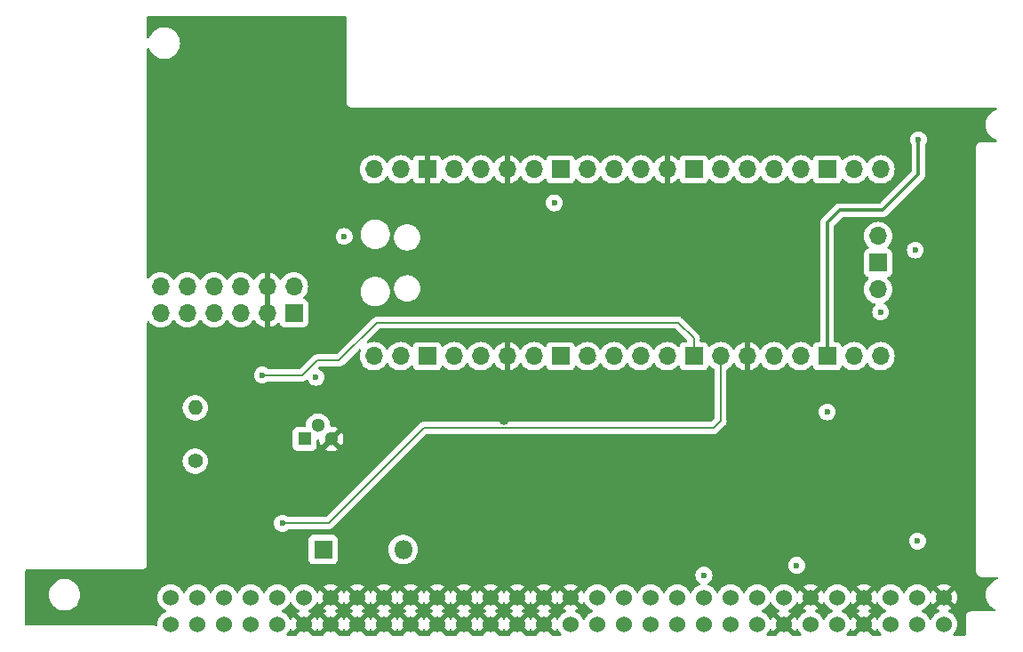
<source format=gbr>
%TF.GenerationSoftware,KiCad,Pcbnew,7.0.11-7.0.11~ubuntu22.04.1*%
%TF.CreationDate,2024-07-10T21:13:57-03:00*%
%TF.ProjectId,GG_LCD_DIY,47475f4c-4344-45f4-9449-592e6b696361,rev?*%
%TF.SameCoordinates,Original*%
%TF.FileFunction,Copper,L2,Inr*%
%TF.FilePolarity,Positive*%
%FSLAX46Y46*%
G04 Gerber Fmt 4.6, Leading zero omitted, Abs format (unit mm)*
G04 Created by KiCad (PCBNEW 7.0.11-7.0.11~ubuntu22.04.1) date 2024-07-10 21:13:57*
%MOMM*%
%LPD*%
G01*
G04 APERTURE LIST*
%TA.AperFunction,ComponentPad*%
%ADD10O,1.700000X1.700000*%
%TD*%
%TA.AperFunction,ComponentPad*%
%ADD11R,1.700000X1.700000*%
%TD*%
%TA.AperFunction,ComponentPad*%
%ADD12C,1.400000*%
%TD*%
%TA.AperFunction,ComponentPad*%
%ADD13O,1.400000X1.400000*%
%TD*%
%TA.AperFunction,ComponentPad*%
%ADD14C,1.524000*%
%TD*%
%TA.AperFunction,ComponentPad*%
%ADD15R,1.800000X1.800000*%
%TD*%
%TA.AperFunction,ComponentPad*%
%ADD16O,1.800000X1.800000*%
%TD*%
%TA.AperFunction,ComponentPad*%
%ADD17R,1.300000X1.300000*%
%TD*%
%TA.AperFunction,ComponentPad*%
%ADD18C,1.300000*%
%TD*%
%TA.AperFunction,ViaPad*%
%ADD19C,0.600000*%
%TD*%
%TA.AperFunction,ViaPad*%
%ADD20C,1.000000*%
%TD*%
%TA.AperFunction,Conductor*%
%ADD21C,0.150000*%
%TD*%
%TA.AperFunction,Conductor*%
%ADD22C,0.300000*%
%TD*%
G04 APERTURE END LIST*
D10*
%TO.N,HDMI_D2+*%
%TO.C,U1*%
X130120000Y-86900000D03*
%TO.N,HDMI_D2-*%
X132660000Y-86900000D03*
D11*
%TO.N,HDMI_D1+*%
X135200000Y-86900000D03*
D10*
%TO.N,HDMI_D1-*%
X137740000Y-86900000D03*
%TO.N,HDMI_CLK+*%
X140280000Y-86900000D03*
%TO.N,GND*%
X142820000Y-86900000D03*
%TO.N,HDMI_CLK-*%
X145360000Y-86900000D03*
D11*
%TO.N,Net-(J13-Pin_1)*%
X147900000Y-86900000D03*
D10*
%TO.N,LCD_D0*%
X150440000Y-86900000D03*
%TO.N,LCD_D1*%
X152980000Y-86900000D03*
%TO.N,LCD_D2*%
X155520000Y-86900000D03*
%TO.N,LCD_D3*%
X158060000Y-86900000D03*
D11*
%TO.N,Net-(J11-Pin_1)*%
X160600000Y-86900000D03*
D10*
%TO.N,Net-(J12-Pin_1)*%
X163140000Y-86900000D03*
%TO.N,GND*%
X165680000Y-86900000D03*
%TO.N,Net-(J10-Pin_1)*%
X168220000Y-86900000D03*
%TO.N,LCD_Backlight*%
X170760000Y-86900000D03*
D11*
%TO.N,Net-(J9-Pin_1)*%
X173300000Y-86900000D03*
D10*
%TO.N,Net-(J2-Pin_1)*%
X175840000Y-86900000D03*
%TO.N,Net-(J3-Pin_1)*%
X178380000Y-86900000D03*
%TO.N,Net-(J4-Pin_1)*%
X178380000Y-69120000D03*
%TO.N,Net-(J5-Pin_1)*%
X175840000Y-69120000D03*
D11*
%TO.N,Net-(J7-Pin_1)*%
X173300000Y-69120000D03*
D10*
%TO.N,Net-(J6-Pin_1)*%
X170760000Y-69120000D03*
%TO.N,Net-(J8-Pin_1)*%
X168220000Y-69120000D03*
%TO.N,HDMI_D0+*%
X165680000Y-69120000D03*
%TO.N,HDMI_D0-*%
X163140000Y-69120000D03*
D11*
%TO.N,LED_PIN*%
X160600000Y-69120000D03*
D10*
%TO.N,GND*%
X158060000Y-69120000D03*
%TO.N,LCD_DEN*%
X155520000Y-69120000D03*
%TO.N,LCD_CLK*%
X152980000Y-69120000D03*
%TO.N,LCD_RST*%
X150440000Y-69120000D03*
D11*
%TO.N,Net-(JP1-A)*%
X147900000Y-69120000D03*
D10*
%TO.N,unconnected-(U1-RUN-Pad34)*%
X145360000Y-69120000D03*
%TO.N,GND*%
X142820000Y-69120000D03*
%TO.N,+3V3*%
X140280000Y-69120000D03*
%TO.N,unconnected-(U1-3V3_EN-Pad37)*%
X137740000Y-69120000D03*
D11*
%TO.N,GND*%
X135200000Y-69120000D03*
D10*
%TO.N,Net-(D1-K)*%
X132660000Y-69120000D03*
%TO.N,unconnected-(U1-VBUS-Pad40)*%
X130120000Y-69120000D03*
%TO.N,unconnected-(U1-SWCLK-Pad41)*%
X178150000Y-80550000D03*
D11*
%TO.N,unconnected-(U1-GND-Pad42)*%
X178150000Y-78010000D03*
D10*
%TO.N,unconnected-(U1-SWDIO-Pad43)*%
X178150000Y-75470000D03*
%TD*%
D12*
%TO.N,Net-(JP1-A)*%
%TO.C,R3*%
X113100000Y-96880000D03*
D13*
%TO.N,+5VD*%
X113100000Y-91800000D03*
%TD*%
D14*
%TO.N,Backlight_GND*%
%TO.C,J14*%
X110760000Y-109860000D03*
X110760000Y-112400000D03*
%TO.N,+20V*%
X113300000Y-109860000D03*
X113300000Y-112400000D03*
%TO.N,unconnected-(J14-Pin_5-Pad5)*%
X115840000Y-109860000D03*
%TO.N,unconnected-(J14-Pin_6-Pad6)*%
X115840000Y-112400000D03*
%TO.N,unconnected-(J14-Pin_7-Pad7)*%
X118380000Y-109860000D03*
%TO.N,LCD_RST*%
X118380000Y-112400000D03*
%TO.N,unconnected-(J14-Pin_9-Pad9)*%
X120920000Y-109860000D03*
%TO.N,unconnected-(J14-Pin_10-Pad10)*%
X120920000Y-112400000D03*
%TO.N,unconnected-(J14-Pin_11-Pad11)*%
X123460000Y-109860000D03*
%TO.N,GND*%
X123460000Y-112400000D03*
X126000000Y-109860000D03*
X126000000Y-112400000D03*
X128540000Y-109860000D03*
X128540000Y-112400000D03*
X131080000Y-109860000D03*
X131080000Y-112400000D03*
X133620000Y-109860000D03*
X133620000Y-112400000D03*
X136160000Y-109860000D03*
X136160000Y-112400000D03*
X138700000Y-109860000D03*
X138700000Y-112400000D03*
X141240000Y-109860000D03*
X141240000Y-112400000D03*
X143780000Y-109860000D03*
X143780000Y-112400000D03*
X146320000Y-109860000D03*
X146320000Y-112400000D03*
X148860000Y-109860000D03*
%TO.N,LCD_D0*%
X148860000Y-112400000D03*
%TO.N,LCD_D1*%
X151400000Y-109860000D03*
%TO.N,LCD_D2*%
X151400000Y-112400000D03*
%TO.N,LCD_D3*%
X153940000Y-109860000D03*
%TO.N,LCD_HSync*%
X153940000Y-112400000D03*
%TO.N,LCD_VSync*%
X156480000Y-109860000D03*
%TO.N,LCD_CLK*%
X156480000Y-112400000D03*
%TO.N,unconnected-(J14-Pin_39-Pad39)*%
X159020000Y-109860000D03*
%TO.N,unconnected-(J14-Pin_40-Pad40)*%
X159020000Y-112400000D03*
%TO.N,+3V3*%
X161560000Y-109860000D03*
X161560000Y-112400000D03*
%TO.N,unconnected-(J14-Pin_43-Pad43)*%
X164100000Y-109860000D03*
%TO.N,unconnected-(J14-Pin_44-Pad44)*%
X164100000Y-112400000D03*
%TO.N,unconnected-(J14-Pin_45-Pad45)*%
X166640000Y-109860000D03*
%TO.N,unconnected-(J14-Pin_46-Pad46)*%
X166640000Y-112400000D03*
%TO.N,unconnected-(J14-Pin_47-Pad47)*%
X169180000Y-109860000D03*
%TO.N,GND*%
X169180000Y-112400000D03*
X171720000Y-109860000D03*
%TO.N,+3V3*%
X171720000Y-112400000D03*
%TO.N,unconnected-(J14-Pin_51-Pad51)*%
X174260000Y-109860000D03*
%TO.N,LCD_DEN*%
X174260000Y-112400000D03*
%TO.N,GND*%
X176800000Y-109860000D03*
X184420000Y-109860000D03*
X176800000Y-112400000D03*
%TO.N,unconnected-(J14-Pin_55-Pad55)*%
X179340000Y-109860000D03*
%TO.N,unconnected-(J14-Pin_56-Pad56)*%
X179340000Y-112400000D03*
%TO.N,unconnected-(J14-Pin_57-Pad57)*%
X181880000Y-109860000D03*
%TO.N,unconnected-(J14-Pin_58-Pad58)*%
X181880000Y-112400000D03*
%TO.N,unconnected-(J14-Pin_60-Pad60)*%
X184420000Y-112400000D03*
%TD*%
D15*
%TO.N,Net-(D1-K)*%
%TO.C,D2*%
X125280000Y-105300000D03*
D16*
%TO.N,+5V*%
X132900000Y-105300000D03*
%TD*%
D11*
%TO.N,+3V3*%
%TO.C,J17*%
X122500000Y-82800000D03*
D10*
X122500000Y-80260000D03*
%TO.N,GND*%
X119960000Y-82800000D03*
X119960000Y-80260000D03*
%TO.N,HDMI_CLK-*%
X117420000Y-82800000D03*
%TO.N,HDMI_CLK+*%
X117420000Y-80260000D03*
%TO.N,HDMI_D0-*%
X114880000Y-82800000D03*
%TO.N,HDMI_D0+*%
X114880000Y-80260000D03*
%TO.N,HDMI_D1-*%
X112340000Y-82800000D03*
%TO.N,HDMI_D1+*%
X112340000Y-80260000D03*
%TO.N,HDMI_D2-*%
X109800000Y-82800000D03*
%TO.N,HDMI_D2+*%
X109800000Y-80260000D03*
%TD*%
D17*
%TO.N,Backlight_GND*%
%TO.C,Q1*%
X123530000Y-94770000D03*
D18*
%TO.N,LCD_Backlight*%
X124800000Y-93500000D03*
%TO.N,GND*%
X126070000Y-94770000D03*
%TD*%
D19*
%TO.N,GND*%
X181900000Y-75400000D03*
D20*
X142550000Y-92950000D03*
X168850000Y-96000000D03*
D19*
X181600000Y-73600000D03*
D20*
X138200000Y-96500000D03*
D19*
X181900000Y-72000000D03*
D20*
X169800000Y-98650000D03*
X173750000Y-99250000D03*
D19*
%TO.N,Net-(D1-K)*%
X127300000Y-75500000D03*
%TO.N,Net-(J2-Pin_1)*%
X178400000Y-82700000D03*
%TO.N,Net-(J6-Pin_1)*%
X173300000Y-92200000D03*
%TO.N,Net-(J7-Pin_1)*%
X181900000Y-104500000D03*
%TO.N,Net-(J9-Pin_1)*%
X182000000Y-66300000D03*
%TO.N,+3V3*%
X161560000Y-107740000D03*
X170400000Y-106800000D03*
%TO.N,Net-(J10-Pin_1)*%
X124600000Y-88900000D03*
%TO.N,Net-(J11-Pin_1)*%
X119500000Y-88700000D03*
%TO.N,Net-(J12-Pin_1)*%
X121400000Y-102800000D03*
%TO.N,Net-(J13-Pin_1)*%
X181700000Y-76800000D03*
%TO.N,Net-(JP1-A)*%
X147300000Y-72300000D03*
%TD*%
D21*
%TO.N,LCD_D0*%
X151200000Y-87240000D02*
X151160000Y-87200000D01*
D22*
%TO.N,Net-(J9-Pin_1)*%
X173300000Y-74200000D02*
X173300000Y-86900000D01*
X182000000Y-69600000D02*
X178600000Y-73000000D01*
X182000000Y-66300000D02*
X182000000Y-69600000D01*
X178600000Y-73000000D02*
X174500000Y-73000000D01*
X174500000Y-73000000D02*
X173300000Y-74200000D01*
D21*
%TO.N,Net-(J11-Pin_1)*%
X159100000Y-83700000D02*
X160600000Y-85200000D01*
X119500000Y-88700000D02*
X123300000Y-88700000D01*
X126800000Y-87300000D02*
X130400000Y-83700000D01*
X130400000Y-83700000D02*
X159100000Y-83700000D01*
X160600000Y-85200000D02*
X160600000Y-86900000D01*
X123300000Y-88700000D02*
X124700000Y-87300000D01*
X124700000Y-87300000D02*
X126800000Y-87300000D01*
%TO.N,Net-(J12-Pin_1)*%
X121400000Y-102800000D02*
X125800000Y-102800000D01*
X162475000Y-93725000D02*
X163140000Y-93060000D01*
X125800000Y-102800000D02*
X134875000Y-93725000D01*
X163140000Y-93060000D02*
X163140000Y-86900000D01*
X134875000Y-93725000D02*
X162475000Y-93725000D01*
%TD*%
%TA.AperFunction,Conductor*%
%TO.N,GND*%
G36*
X123000507Y-112609844D02*
G01*
X123078239Y-112730798D01*
X123186900Y-112824952D01*
X123317685Y-112884680D01*
X123327466Y-112886086D01*
X122750370Y-113463181D01*
X122689047Y-113496666D01*
X122662689Y-113499500D01*
X121905308Y-113499500D01*
X121838269Y-113479815D01*
X121792514Y-113427011D01*
X121782570Y-113357853D01*
X121811595Y-113294297D01*
X121817627Y-113287819D01*
X121832073Y-113273373D01*
X121890826Y-113214620D01*
X122017534Y-113033662D01*
X122077894Y-112904218D01*
X122124066Y-112851779D01*
X122191259Y-112832627D01*
X122258141Y-112852843D01*
X122302658Y-112904219D01*
X122362898Y-113033405D01*
X122362901Y-113033411D01*
X122408258Y-113098187D01*
X122408259Y-113098188D01*
X122976923Y-112529523D01*
X123000507Y-112609844D01*
G37*
%TD.AperFunction*%
%TA.AperFunction,Conductor*%
G36*
X125540507Y-112609844D02*
G01*
X125618239Y-112730798D01*
X125726900Y-112824952D01*
X125857685Y-112884680D01*
X125867466Y-112886086D01*
X125290370Y-113463181D01*
X125229047Y-113496666D01*
X125202689Y-113499500D01*
X124257309Y-113499500D01*
X124190270Y-113479815D01*
X124169628Y-113463181D01*
X123592534Y-112886086D01*
X123602315Y-112884680D01*
X123733100Y-112824952D01*
X123841761Y-112730798D01*
X123919493Y-112609844D01*
X123943076Y-112529523D01*
X124511741Y-113098188D01*
X124557094Y-113033417D01*
X124557100Y-113033407D01*
X124617618Y-112903627D01*
X124663790Y-112851187D01*
X124730983Y-112832035D01*
X124797865Y-112852251D01*
X124842382Y-112903627D01*
X124902898Y-113033405D01*
X124902901Y-113033411D01*
X124948258Y-113098187D01*
X124948259Y-113098188D01*
X125516923Y-112529523D01*
X125540507Y-112609844D01*
G37*
%TD.AperFunction*%
%TA.AperFunction,Conductor*%
G36*
X128080507Y-112609844D02*
G01*
X128158239Y-112730798D01*
X128266900Y-112824952D01*
X128397685Y-112884680D01*
X128407466Y-112886086D01*
X127830370Y-113463181D01*
X127769047Y-113496666D01*
X127742689Y-113499500D01*
X126797309Y-113499500D01*
X126730270Y-113479815D01*
X126709628Y-113463181D01*
X126132534Y-112886086D01*
X126142315Y-112884680D01*
X126273100Y-112824952D01*
X126381761Y-112730798D01*
X126459493Y-112609844D01*
X126483076Y-112529523D01*
X127051741Y-113098188D01*
X127097094Y-113033417D01*
X127097100Y-113033407D01*
X127157618Y-112903627D01*
X127203790Y-112851187D01*
X127270983Y-112832035D01*
X127337865Y-112852251D01*
X127382382Y-112903627D01*
X127442898Y-113033405D01*
X127442901Y-113033411D01*
X127488258Y-113098187D01*
X127488259Y-113098188D01*
X128056923Y-112529523D01*
X128080507Y-112609844D01*
G37*
%TD.AperFunction*%
%TA.AperFunction,Conductor*%
G36*
X130620507Y-112609844D02*
G01*
X130698239Y-112730798D01*
X130806900Y-112824952D01*
X130937685Y-112884680D01*
X130947466Y-112886086D01*
X130370370Y-113463181D01*
X130309047Y-113496666D01*
X130282689Y-113499500D01*
X129337309Y-113499500D01*
X129270270Y-113479815D01*
X129249628Y-113463181D01*
X128672534Y-112886086D01*
X128682315Y-112884680D01*
X128813100Y-112824952D01*
X128921761Y-112730798D01*
X128999493Y-112609844D01*
X129023076Y-112529523D01*
X129591741Y-113098188D01*
X129637094Y-113033417D01*
X129637100Y-113033407D01*
X129697618Y-112903627D01*
X129743790Y-112851187D01*
X129810983Y-112832035D01*
X129877865Y-112852251D01*
X129922382Y-112903627D01*
X129982898Y-113033405D01*
X129982901Y-113033411D01*
X130028258Y-113098187D01*
X130028259Y-113098188D01*
X130596923Y-112529523D01*
X130620507Y-112609844D01*
G37*
%TD.AperFunction*%
%TA.AperFunction,Conductor*%
G36*
X133160507Y-112609844D02*
G01*
X133238239Y-112730798D01*
X133346900Y-112824952D01*
X133477685Y-112884680D01*
X133487466Y-112886086D01*
X132910370Y-113463181D01*
X132849047Y-113496666D01*
X132822689Y-113499500D01*
X131877309Y-113499500D01*
X131810270Y-113479815D01*
X131789628Y-113463181D01*
X131212534Y-112886086D01*
X131222315Y-112884680D01*
X131353100Y-112824952D01*
X131461761Y-112730798D01*
X131539493Y-112609844D01*
X131563076Y-112529523D01*
X132131741Y-113098188D01*
X132177094Y-113033417D01*
X132177100Y-113033407D01*
X132237618Y-112903627D01*
X132283790Y-112851187D01*
X132350983Y-112832035D01*
X132417865Y-112852251D01*
X132462382Y-112903627D01*
X132522898Y-113033405D01*
X132522901Y-113033411D01*
X132568258Y-113098187D01*
X132568259Y-113098188D01*
X133136923Y-112529523D01*
X133160507Y-112609844D01*
G37*
%TD.AperFunction*%
%TA.AperFunction,Conductor*%
G36*
X135700507Y-112609844D02*
G01*
X135778239Y-112730798D01*
X135886900Y-112824952D01*
X136017685Y-112884680D01*
X136027466Y-112886086D01*
X135450370Y-113463181D01*
X135389047Y-113496666D01*
X135362689Y-113499500D01*
X134417309Y-113499500D01*
X134350270Y-113479815D01*
X134329628Y-113463181D01*
X133752534Y-112886086D01*
X133762315Y-112884680D01*
X133893100Y-112824952D01*
X134001761Y-112730798D01*
X134079493Y-112609844D01*
X134103076Y-112529523D01*
X134671741Y-113098188D01*
X134717094Y-113033417D01*
X134717100Y-113033407D01*
X134777618Y-112903627D01*
X134823790Y-112851187D01*
X134890983Y-112832035D01*
X134957865Y-112852251D01*
X135002382Y-112903627D01*
X135062898Y-113033405D01*
X135062901Y-113033411D01*
X135108258Y-113098187D01*
X135108259Y-113098188D01*
X135676923Y-112529523D01*
X135700507Y-112609844D01*
G37*
%TD.AperFunction*%
%TA.AperFunction,Conductor*%
G36*
X138240507Y-112609844D02*
G01*
X138318239Y-112730798D01*
X138426900Y-112824952D01*
X138557685Y-112884680D01*
X138567466Y-112886086D01*
X137990370Y-113463181D01*
X137929047Y-113496666D01*
X137902689Y-113499500D01*
X136957309Y-113499500D01*
X136890270Y-113479815D01*
X136869628Y-113463181D01*
X136292534Y-112886086D01*
X136302315Y-112884680D01*
X136433100Y-112824952D01*
X136541761Y-112730798D01*
X136619493Y-112609844D01*
X136643076Y-112529523D01*
X137211741Y-113098188D01*
X137257094Y-113033417D01*
X137257100Y-113033407D01*
X137317618Y-112903627D01*
X137363790Y-112851187D01*
X137430983Y-112832035D01*
X137497865Y-112852251D01*
X137542382Y-112903627D01*
X137602898Y-113033405D01*
X137602901Y-113033411D01*
X137648258Y-113098187D01*
X137648259Y-113098188D01*
X138216923Y-112529523D01*
X138240507Y-112609844D01*
G37*
%TD.AperFunction*%
%TA.AperFunction,Conductor*%
G36*
X140780507Y-112609844D02*
G01*
X140858239Y-112730798D01*
X140966900Y-112824952D01*
X141097685Y-112884680D01*
X141107466Y-112886086D01*
X140530370Y-113463181D01*
X140469047Y-113496666D01*
X140442689Y-113499500D01*
X139497309Y-113499500D01*
X139430270Y-113479815D01*
X139409628Y-113463181D01*
X138832534Y-112886086D01*
X138842315Y-112884680D01*
X138973100Y-112824952D01*
X139081761Y-112730798D01*
X139159493Y-112609844D01*
X139183076Y-112529523D01*
X139751741Y-113098188D01*
X139797094Y-113033417D01*
X139797100Y-113033407D01*
X139857618Y-112903627D01*
X139903790Y-112851187D01*
X139970983Y-112832035D01*
X140037865Y-112852251D01*
X140082382Y-112903627D01*
X140142898Y-113033405D01*
X140142901Y-113033411D01*
X140188258Y-113098187D01*
X140188259Y-113098188D01*
X140756923Y-112529523D01*
X140780507Y-112609844D01*
G37*
%TD.AperFunction*%
%TA.AperFunction,Conductor*%
G36*
X143320507Y-112609844D02*
G01*
X143398239Y-112730798D01*
X143506900Y-112824952D01*
X143637685Y-112884680D01*
X143647466Y-112886086D01*
X143070370Y-113463181D01*
X143009047Y-113496666D01*
X142982689Y-113499500D01*
X142037309Y-113499500D01*
X141970270Y-113479815D01*
X141949628Y-113463181D01*
X141372534Y-112886086D01*
X141382315Y-112884680D01*
X141513100Y-112824952D01*
X141621761Y-112730798D01*
X141699493Y-112609844D01*
X141723076Y-112529523D01*
X142291741Y-113098188D01*
X142337094Y-113033417D01*
X142337100Y-113033407D01*
X142397618Y-112903627D01*
X142443790Y-112851187D01*
X142510983Y-112832035D01*
X142577865Y-112852251D01*
X142622382Y-112903627D01*
X142682898Y-113033405D01*
X142682901Y-113033411D01*
X142728258Y-113098187D01*
X142728259Y-113098188D01*
X143296923Y-112529523D01*
X143320507Y-112609844D01*
G37*
%TD.AperFunction*%
%TA.AperFunction,Conductor*%
G36*
X145860507Y-112609844D02*
G01*
X145938239Y-112730798D01*
X146046900Y-112824952D01*
X146177685Y-112884680D01*
X146187466Y-112886086D01*
X145610370Y-113463181D01*
X145549047Y-113496666D01*
X145522689Y-113499500D01*
X144577309Y-113499500D01*
X144510270Y-113479815D01*
X144489628Y-113463181D01*
X143912534Y-112886086D01*
X143922315Y-112884680D01*
X144053100Y-112824952D01*
X144161761Y-112730798D01*
X144239493Y-112609844D01*
X144263076Y-112529523D01*
X144831741Y-113098188D01*
X144877094Y-113033417D01*
X144877100Y-113033407D01*
X144937618Y-112903627D01*
X144983790Y-112851187D01*
X145050983Y-112832035D01*
X145117865Y-112852251D01*
X145162382Y-112903627D01*
X145222898Y-113033405D01*
X145222901Y-113033411D01*
X145268258Y-113098187D01*
X145268259Y-113098188D01*
X145836923Y-112529523D01*
X145860507Y-112609844D01*
G37*
%TD.AperFunction*%
%TA.AperFunction,Conductor*%
G36*
X147371741Y-113098188D02*
G01*
X147417094Y-113033417D01*
X147417095Y-113033416D01*
X147477340Y-112904219D01*
X147523512Y-112851780D01*
X147590706Y-112832627D01*
X147657587Y-112852842D01*
X147702105Y-112904218D01*
X147762466Y-113033662D01*
X147762468Y-113033666D01*
X147889170Y-113214615D01*
X147889175Y-113214621D01*
X147962373Y-113287819D01*
X147995858Y-113349142D01*
X147990874Y-113418834D01*
X147949002Y-113474767D01*
X147883538Y-113499184D01*
X147874692Y-113499500D01*
X147117309Y-113499500D01*
X147050270Y-113479815D01*
X147029628Y-113463181D01*
X146452534Y-112886086D01*
X146462315Y-112884680D01*
X146593100Y-112824952D01*
X146701761Y-112730798D01*
X146779493Y-112609844D01*
X146803076Y-112529523D01*
X147371741Y-113098188D01*
G37*
%TD.AperFunction*%
%TA.AperFunction,Conductor*%
G36*
X168720507Y-112609844D02*
G01*
X168798239Y-112730798D01*
X168906900Y-112824952D01*
X169037685Y-112884680D01*
X169047466Y-112886086D01*
X168470370Y-113463181D01*
X168409047Y-113496666D01*
X168382689Y-113499500D01*
X167625308Y-113499500D01*
X167558269Y-113479815D01*
X167512514Y-113427011D01*
X167502570Y-113357853D01*
X167531595Y-113294297D01*
X167537627Y-113287819D01*
X167552073Y-113273373D01*
X167610826Y-113214620D01*
X167737534Y-113033662D01*
X167797894Y-112904218D01*
X167844066Y-112851779D01*
X167911259Y-112832627D01*
X167978141Y-112852843D01*
X168022658Y-112904219D01*
X168082898Y-113033405D01*
X168082901Y-113033411D01*
X168128258Y-113098187D01*
X168128259Y-113098188D01*
X168696923Y-112529523D01*
X168720507Y-112609844D01*
G37*
%TD.AperFunction*%
%TA.AperFunction,Conductor*%
G36*
X170231741Y-113098188D02*
G01*
X170277094Y-113033417D01*
X170277095Y-113033416D01*
X170337340Y-112904219D01*
X170383512Y-112851780D01*
X170450706Y-112832627D01*
X170517587Y-112852842D01*
X170562105Y-112904218D01*
X170622466Y-113033662D01*
X170622468Y-113033666D01*
X170749170Y-113214615D01*
X170749175Y-113214621D01*
X170822373Y-113287819D01*
X170855858Y-113349142D01*
X170850874Y-113418834D01*
X170809002Y-113474767D01*
X170743538Y-113499184D01*
X170734692Y-113499500D01*
X169977309Y-113499500D01*
X169910270Y-113479815D01*
X169889628Y-113463181D01*
X169312534Y-112886086D01*
X169322315Y-112884680D01*
X169453100Y-112824952D01*
X169561761Y-112730798D01*
X169639493Y-112609844D01*
X169663076Y-112529523D01*
X170231741Y-113098188D01*
G37*
%TD.AperFunction*%
%TA.AperFunction,Conductor*%
G36*
X176340507Y-112609844D02*
G01*
X176418239Y-112730798D01*
X176526900Y-112824952D01*
X176657685Y-112884680D01*
X176667466Y-112886086D01*
X176090370Y-113463181D01*
X176029047Y-113496666D01*
X176002689Y-113499500D01*
X175245308Y-113499500D01*
X175178269Y-113479815D01*
X175132514Y-113427011D01*
X175122570Y-113357853D01*
X175151595Y-113294297D01*
X175157627Y-113287819D01*
X175172073Y-113273373D01*
X175230826Y-113214620D01*
X175357534Y-113033662D01*
X175417894Y-112904218D01*
X175464066Y-112851779D01*
X175531259Y-112832627D01*
X175598141Y-112852843D01*
X175642658Y-112904219D01*
X175702898Y-113033405D01*
X175702901Y-113033411D01*
X175748258Y-113098187D01*
X175748259Y-113098188D01*
X176316923Y-112529523D01*
X176340507Y-112609844D01*
G37*
%TD.AperFunction*%
%TA.AperFunction,Conductor*%
G36*
X177851741Y-113098188D02*
G01*
X177897094Y-113033417D01*
X177897095Y-113033416D01*
X177957340Y-112904219D01*
X178003512Y-112851780D01*
X178070706Y-112832627D01*
X178137587Y-112852842D01*
X178182105Y-112904218D01*
X178242466Y-113033662D01*
X178242468Y-113033666D01*
X178369170Y-113214615D01*
X178369175Y-113214621D01*
X178442373Y-113287819D01*
X178475858Y-113349142D01*
X178470874Y-113418834D01*
X178429002Y-113474767D01*
X178363538Y-113499184D01*
X178354692Y-113499500D01*
X177597309Y-113499500D01*
X177530270Y-113479815D01*
X177509628Y-113463181D01*
X176932534Y-112886086D01*
X176942315Y-112884680D01*
X177073100Y-112824952D01*
X177181761Y-112730798D01*
X177259493Y-112609844D01*
X177283076Y-112529523D01*
X177851741Y-113098188D01*
G37*
%TD.AperFunction*%
%TA.AperFunction,Conductor*%
G36*
X158877297Y-84295185D02*
G01*
X158897939Y-84311819D01*
X159923939Y-85337819D01*
X159957424Y-85399142D01*
X159952440Y-85468834D01*
X159910568Y-85524767D01*
X159845104Y-85549184D01*
X159836259Y-85549500D01*
X159702130Y-85549500D01*
X159702123Y-85549501D01*
X159642516Y-85555908D01*
X159507671Y-85606202D01*
X159507664Y-85606206D01*
X159392455Y-85692452D01*
X159392452Y-85692455D01*
X159306206Y-85807664D01*
X159306203Y-85807669D01*
X159257189Y-85939083D01*
X159215317Y-85995016D01*
X159149853Y-86019433D01*
X159081580Y-86004581D01*
X159053326Y-85983430D01*
X158931402Y-85861506D01*
X158931395Y-85861501D01*
X158737834Y-85725967D01*
X158737830Y-85725965D01*
X158737828Y-85725964D01*
X158523663Y-85626097D01*
X158523659Y-85626096D01*
X158523655Y-85626094D01*
X158295413Y-85564938D01*
X158295403Y-85564936D01*
X158060001Y-85544341D01*
X158059999Y-85544341D01*
X157824596Y-85564936D01*
X157824586Y-85564938D01*
X157596344Y-85626094D01*
X157596335Y-85626098D01*
X157382171Y-85725964D01*
X157382169Y-85725965D01*
X157188597Y-85861505D01*
X157021505Y-86028597D01*
X156891575Y-86214158D01*
X156836998Y-86257783D01*
X156767500Y-86264977D01*
X156705145Y-86233454D01*
X156688425Y-86214158D01*
X156558494Y-86028597D01*
X156391402Y-85861506D01*
X156391395Y-85861501D01*
X156197834Y-85725967D01*
X156197830Y-85725965D01*
X156197828Y-85725964D01*
X155983663Y-85626097D01*
X155983659Y-85626096D01*
X155983655Y-85626094D01*
X155755413Y-85564938D01*
X155755403Y-85564936D01*
X155520001Y-85544341D01*
X155519999Y-85544341D01*
X155284596Y-85564936D01*
X155284586Y-85564938D01*
X155056344Y-85626094D01*
X155056335Y-85626098D01*
X154842171Y-85725964D01*
X154842169Y-85725965D01*
X154648597Y-85861505D01*
X154481505Y-86028597D01*
X154351575Y-86214158D01*
X154296998Y-86257783D01*
X154227500Y-86264977D01*
X154165145Y-86233454D01*
X154148425Y-86214158D01*
X154018494Y-86028597D01*
X153851402Y-85861506D01*
X153851395Y-85861501D01*
X153657834Y-85725967D01*
X153657830Y-85725965D01*
X153657828Y-85725964D01*
X153443663Y-85626097D01*
X153443659Y-85626096D01*
X153443655Y-85626094D01*
X153215413Y-85564938D01*
X153215403Y-85564936D01*
X152980001Y-85544341D01*
X152979999Y-85544341D01*
X152744596Y-85564936D01*
X152744586Y-85564938D01*
X152516344Y-85626094D01*
X152516335Y-85626098D01*
X152302171Y-85725964D01*
X152302169Y-85725965D01*
X152108597Y-85861505D01*
X151941505Y-86028597D01*
X151811575Y-86214158D01*
X151756998Y-86257783D01*
X151687500Y-86264977D01*
X151625145Y-86233454D01*
X151608425Y-86214158D01*
X151478494Y-86028597D01*
X151311402Y-85861506D01*
X151311395Y-85861501D01*
X151117834Y-85725967D01*
X151117830Y-85725965D01*
X151117828Y-85725964D01*
X150903663Y-85626097D01*
X150903659Y-85626096D01*
X150903655Y-85626094D01*
X150675413Y-85564938D01*
X150675403Y-85564936D01*
X150440001Y-85544341D01*
X150439999Y-85544341D01*
X150204596Y-85564936D01*
X150204586Y-85564938D01*
X149976344Y-85626094D01*
X149976335Y-85626098D01*
X149762171Y-85725964D01*
X149762169Y-85725965D01*
X149568600Y-85861503D01*
X149446673Y-85983430D01*
X149385350Y-86016914D01*
X149315658Y-86011930D01*
X149259725Y-85970058D01*
X149242810Y-85939081D01*
X149193797Y-85807671D01*
X149193793Y-85807664D01*
X149107547Y-85692455D01*
X149107544Y-85692452D01*
X148992335Y-85606206D01*
X148992328Y-85606202D01*
X148857482Y-85555908D01*
X148857483Y-85555908D01*
X148797883Y-85549501D01*
X148797881Y-85549500D01*
X148797873Y-85549500D01*
X148797864Y-85549500D01*
X147002129Y-85549500D01*
X147002123Y-85549501D01*
X146942516Y-85555908D01*
X146807671Y-85606202D01*
X146807664Y-85606206D01*
X146692455Y-85692452D01*
X146692452Y-85692455D01*
X146606206Y-85807664D01*
X146606203Y-85807669D01*
X146557189Y-85939083D01*
X146515317Y-85995016D01*
X146449853Y-86019433D01*
X146381580Y-86004581D01*
X146353326Y-85983430D01*
X146231402Y-85861506D01*
X146231395Y-85861501D01*
X146037834Y-85725967D01*
X146037830Y-85725965D01*
X146037828Y-85725964D01*
X145823663Y-85626097D01*
X145823659Y-85626096D01*
X145823655Y-85626094D01*
X145595413Y-85564938D01*
X145595403Y-85564936D01*
X145360001Y-85544341D01*
X145359999Y-85544341D01*
X145124596Y-85564936D01*
X145124586Y-85564938D01*
X144896344Y-85626094D01*
X144896335Y-85626098D01*
X144682171Y-85725964D01*
X144682169Y-85725965D01*
X144488597Y-85861505D01*
X144321508Y-86028594D01*
X144191269Y-86214595D01*
X144136692Y-86258219D01*
X144067193Y-86265412D01*
X144004839Y-86233890D01*
X143988119Y-86214594D01*
X143858113Y-86028926D01*
X143858108Y-86028920D01*
X143691082Y-85861894D01*
X143497578Y-85726399D01*
X143283492Y-85626570D01*
X143283486Y-85626567D01*
X143070000Y-85569364D01*
X143070000Y-86453505D01*
X142965161Y-86405627D01*
X142856473Y-86390000D01*
X142783527Y-86390000D01*
X142674839Y-86405627D01*
X142570000Y-86453505D01*
X142570000Y-85569364D01*
X142569999Y-85569364D01*
X142356513Y-85626567D01*
X142356507Y-85626570D01*
X142142422Y-85726399D01*
X142142420Y-85726400D01*
X141948926Y-85861886D01*
X141948920Y-85861891D01*
X141781891Y-86028920D01*
X141781890Y-86028922D01*
X141651880Y-86214595D01*
X141597303Y-86258219D01*
X141527804Y-86265412D01*
X141465450Y-86233890D01*
X141448730Y-86214594D01*
X141318494Y-86028597D01*
X141151402Y-85861506D01*
X141151395Y-85861501D01*
X140957834Y-85725967D01*
X140957830Y-85725965D01*
X140957828Y-85725964D01*
X140743663Y-85626097D01*
X140743659Y-85626096D01*
X140743655Y-85626094D01*
X140515413Y-85564938D01*
X140515403Y-85564936D01*
X140280001Y-85544341D01*
X140279999Y-85544341D01*
X140044596Y-85564936D01*
X140044586Y-85564938D01*
X139816344Y-85626094D01*
X139816335Y-85626098D01*
X139602171Y-85725964D01*
X139602169Y-85725965D01*
X139408597Y-85861505D01*
X139241505Y-86028597D01*
X139111575Y-86214158D01*
X139056998Y-86257783D01*
X138987500Y-86264977D01*
X138925145Y-86233454D01*
X138908425Y-86214158D01*
X138778494Y-86028597D01*
X138611402Y-85861506D01*
X138611395Y-85861501D01*
X138417834Y-85725967D01*
X138417830Y-85725965D01*
X138417828Y-85725964D01*
X138203663Y-85626097D01*
X138203659Y-85626096D01*
X138203655Y-85626094D01*
X137975413Y-85564938D01*
X137975403Y-85564936D01*
X137740001Y-85544341D01*
X137739999Y-85544341D01*
X137504596Y-85564936D01*
X137504586Y-85564938D01*
X137276344Y-85626094D01*
X137276335Y-85626098D01*
X137062171Y-85725964D01*
X137062169Y-85725965D01*
X136868600Y-85861503D01*
X136746673Y-85983430D01*
X136685350Y-86016914D01*
X136615658Y-86011930D01*
X136559725Y-85970058D01*
X136542810Y-85939081D01*
X136493797Y-85807671D01*
X136493793Y-85807664D01*
X136407547Y-85692455D01*
X136407544Y-85692452D01*
X136292335Y-85606206D01*
X136292328Y-85606202D01*
X136157482Y-85555908D01*
X136157483Y-85555908D01*
X136097883Y-85549501D01*
X136097881Y-85549500D01*
X136097873Y-85549500D01*
X136097864Y-85549500D01*
X134302129Y-85549500D01*
X134302123Y-85549501D01*
X134242516Y-85555908D01*
X134107671Y-85606202D01*
X134107664Y-85606206D01*
X133992455Y-85692452D01*
X133992452Y-85692455D01*
X133906206Y-85807664D01*
X133906203Y-85807669D01*
X133857189Y-85939083D01*
X133815317Y-85995016D01*
X133749853Y-86019433D01*
X133681580Y-86004581D01*
X133653326Y-85983430D01*
X133531402Y-85861506D01*
X133531395Y-85861501D01*
X133337834Y-85725967D01*
X133337830Y-85725965D01*
X133337828Y-85725964D01*
X133123663Y-85626097D01*
X133123659Y-85626096D01*
X133123655Y-85626094D01*
X132895413Y-85564938D01*
X132895403Y-85564936D01*
X132660001Y-85544341D01*
X132659999Y-85544341D01*
X132424596Y-85564936D01*
X132424586Y-85564938D01*
X132196344Y-85626094D01*
X132196335Y-85626098D01*
X131982171Y-85725964D01*
X131982169Y-85725965D01*
X131788597Y-85861505D01*
X131621505Y-86028597D01*
X131491575Y-86214158D01*
X131436998Y-86257783D01*
X131367500Y-86264977D01*
X131305145Y-86233454D01*
X131288425Y-86214158D01*
X131158494Y-86028597D01*
X130991402Y-85861506D01*
X130991395Y-85861501D01*
X130797834Y-85725967D01*
X130797830Y-85725965D01*
X130797828Y-85725964D01*
X130583663Y-85626097D01*
X130583659Y-85626096D01*
X130583655Y-85626094D01*
X130355413Y-85564938D01*
X130355403Y-85564936D01*
X130120001Y-85544341D01*
X130119999Y-85544341D01*
X129884596Y-85564936D01*
X129884586Y-85564938D01*
X129656344Y-85626094D01*
X129656330Y-85626099D01*
X129603111Y-85650916D01*
X129534034Y-85661408D01*
X129470250Y-85632888D01*
X129432011Y-85574411D01*
X129431457Y-85504543D01*
X129463025Y-85450854D01*
X130602061Y-84311819D01*
X130663384Y-84278334D01*
X130689742Y-84275500D01*
X158810258Y-84275500D01*
X158877297Y-84295185D01*
G37*
%TD.AperFunction*%
%TA.AperFunction,Conductor*%
G36*
X127442539Y-54520185D02*
G01*
X127488294Y-54572989D01*
X127499500Y-54624500D01*
X127499500Y-62771963D01*
X127507190Y-62798154D01*
X127510947Y-62815423D01*
X127514835Y-62842457D01*
X127526173Y-62867283D01*
X127532355Y-62883858D01*
X127540046Y-62910051D01*
X127540047Y-62910053D01*
X127554806Y-62933019D01*
X127563282Y-62948541D01*
X127574623Y-62973373D01*
X127586437Y-62987007D01*
X127592496Y-62994000D01*
X127603095Y-63008160D01*
X127617853Y-63031123D01*
X127617857Y-63031128D01*
X127638488Y-63049006D01*
X127650992Y-63061510D01*
X127668871Y-63082142D01*
X127668872Y-63082143D01*
X127691844Y-63096905D01*
X127705996Y-63107500D01*
X127726627Y-63125377D01*
X127749899Y-63136005D01*
X127751451Y-63136714D01*
X127766978Y-63145192D01*
X127789947Y-63159953D01*
X127816136Y-63167643D01*
X127832713Y-63173826D01*
X127857538Y-63185163D01*
X127857539Y-63185163D01*
X127857543Y-63185165D01*
X127884564Y-63189050D01*
X127901846Y-63192809D01*
X127928039Y-63200500D01*
X127964201Y-63200500D01*
X189340539Y-63200500D01*
X189407578Y-63220185D01*
X189453333Y-63272989D01*
X189463277Y-63342147D01*
X189434252Y-63405703D01*
X189380802Y-63441781D01*
X189295197Y-63471169D01*
X189295188Y-63471172D01*
X189076493Y-63589524D01*
X188880257Y-63742261D01*
X188711833Y-63925217D01*
X188575826Y-64133393D01*
X188475936Y-64361118D01*
X188414892Y-64602175D01*
X188414890Y-64602187D01*
X188394357Y-64849994D01*
X188394357Y-64850005D01*
X188414890Y-65097812D01*
X188414892Y-65097824D01*
X188475936Y-65338881D01*
X188575826Y-65566606D01*
X188711833Y-65774782D01*
X188711836Y-65774785D01*
X188880256Y-65957738D01*
X189076491Y-66110474D01*
X189295190Y-66228828D01*
X189342735Y-66245150D01*
X189380802Y-66258219D01*
X189437817Y-66298604D01*
X189463948Y-66363404D01*
X189450897Y-66432044D01*
X189402808Y-66482731D01*
X189340539Y-66499500D01*
X188071961Y-66499500D01*
X187928039Y-66499500D01*
X187928036Y-66499500D01*
X187928034Y-66499501D01*
X187901842Y-66507190D01*
X187884568Y-66510948D01*
X187857544Y-66514834D01*
X187857541Y-66514835D01*
X187832710Y-66526175D01*
X187816141Y-66532355D01*
X187803171Y-66536163D01*
X187789947Y-66540047D01*
X187789945Y-66540047D01*
X187789945Y-66540048D01*
X187766982Y-66554805D01*
X187751461Y-66563280D01*
X187726628Y-66574621D01*
X187726625Y-66574623D01*
X187706000Y-66592495D01*
X187691840Y-66603095D01*
X187668876Y-66617853D01*
X187668871Y-66617857D01*
X187650993Y-66638489D01*
X187638489Y-66650993D01*
X187617857Y-66668871D01*
X187617853Y-66668876D01*
X187603095Y-66691840D01*
X187592495Y-66706000D01*
X187574623Y-66726625D01*
X187574621Y-66726628D01*
X187563280Y-66751461D01*
X187554805Y-66766982D01*
X187540048Y-66789945D01*
X187532355Y-66816141D01*
X187526175Y-66832710D01*
X187514835Y-66857541D01*
X187514834Y-66857544D01*
X187510948Y-66884568D01*
X187507190Y-66901842D01*
X187499501Y-66928034D01*
X187499500Y-66928042D01*
X187499500Y-107471963D01*
X187507190Y-107498154D01*
X187510947Y-107515423D01*
X187514835Y-107542457D01*
X187526173Y-107567283D01*
X187532355Y-107583858D01*
X187540046Y-107610051D01*
X187540047Y-107610053D01*
X187554806Y-107633019D01*
X187563282Y-107648541D01*
X187574623Y-107673373D01*
X187586437Y-107687007D01*
X187592496Y-107694000D01*
X187603095Y-107708160D01*
X187617853Y-107731123D01*
X187617857Y-107731128D01*
X187638488Y-107749006D01*
X187650992Y-107761510D01*
X187668871Y-107782142D01*
X187668872Y-107782143D01*
X187691844Y-107796905D01*
X187705996Y-107807500D01*
X187726627Y-107825377D01*
X187749899Y-107836005D01*
X187751451Y-107836714D01*
X187766978Y-107845192D01*
X187789947Y-107859953D01*
X187816136Y-107867643D01*
X187832713Y-107873826D01*
X187857538Y-107885163D01*
X187857539Y-107885163D01*
X187857543Y-107885165D01*
X187884564Y-107889050D01*
X187901846Y-107892809D01*
X187928039Y-107900500D01*
X187964201Y-107900500D01*
X189486183Y-107900500D01*
X189553222Y-107920185D01*
X189598977Y-107972989D01*
X189608921Y-108042147D01*
X189579896Y-108105703D01*
X189526446Y-108141781D01*
X189295197Y-108221169D01*
X189295188Y-108221172D01*
X189076493Y-108339524D01*
X188880257Y-108492261D01*
X188711833Y-108675217D01*
X188575826Y-108883393D01*
X188475936Y-109111118D01*
X188414892Y-109352175D01*
X188414890Y-109352187D01*
X188394357Y-109599994D01*
X188394357Y-109600005D01*
X188414890Y-109847812D01*
X188414892Y-109847824D01*
X188475936Y-110088881D01*
X188575826Y-110316606D01*
X188711833Y-110524782D01*
X188711836Y-110524785D01*
X188880256Y-110707738D01*
X189076491Y-110860474D01*
X189076494Y-110860476D01*
X189076496Y-110860477D01*
X189272308Y-110966445D01*
X189321899Y-111015665D01*
X189337007Y-111083881D01*
X189312837Y-111149437D01*
X189257061Y-111191518D01*
X189213291Y-111199500D01*
X187071961Y-111199500D01*
X186928039Y-111199500D01*
X186928036Y-111199500D01*
X186928034Y-111199501D01*
X186901842Y-111207190D01*
X186884568Y-111210948D01*
X186857544Y-111214834D01*
X186857541Y-111214835D01*
X186832710Y-111226175D01*
X186816141Y-111232355D01*
X186803171Y-111236163D01*
X186789947Y-111240047D01*
X186789945Y-111240047D01*
X186789945Y-111240048D01*
X186766982Y-111254805D01*
X186751461Y-111263280D01*
X186726628Y-111274621D01*
X186726625Y-111274623D01*
X186706000Y-111292495D01*
X186691840Y-111303095D01*
X186668876Y-111317853D01*
X186668871Y-111317857D01*
X186650993Y-111338489D01*
X186638489Y-111350993D01*
X186617857Y-111368871D01*
X186617853Y-111368876D01*
X186603095Y-111391840D01*
X186592495Y-111406000D01*
X186574623Y-111426625D01*
X186574621Y-111426628D01*
X186563280Y-111451461D01*
X186554805Y-111466982D01*
X186540048Y-111489945D01*
X186532355Y-111516141D01*
X186526175Y-111532710D01*
X186514835Y-111557541D01*
X186514834Y-111557544D01*
X186510948Y-111584568D01*
X186507190Y-111601842D01*
X186499501Y-111628034D01*
X186499500Y-111628042D01*
X186499500Y-113375500D01*
X186479815Y-113442539D01*
X186427011Y-113488294D01*
X186375500Y-113499500D01*
X185405308Y-113499500D01*
X185338269Y-113479815D01*
X185292514Y-113427011D01*
X185282570Y-113357853D01*
X185311595Y-113294297D01*
X185317627Y-113287819D01*
X185332073Y-113273373D01*
X185390826Y-113214620D01*
X185517534Y-113033662D01*
X185610894Y-112833450D01*
X185668070Y-112620068D01*
X185687323Y-112400000D01*
X185668070Y-112179932D01*
X185610894Y-111966550D01*
X185517534Y-111766339D01*
X185420696Y-111628039D01*
X185390827Y-111585381D01*
X185321587Y-111516141D01*
X185234620Y-111429174D01*
X185234616Y-111429171D01*
X185234615Y-111429170D01*
X185053666Y-111302468D01*
X185053662Y-111302466D01*
X184924218Y-111242105D01*
X184871779Y-111195932D01*
X184852627Y-111128739D01*
X184872843Y-111061858D01*
X184924219Y-111017340D01*
X185053416Y-110957095D01*
X185053417Y-110957094D01*
X185118188Y-110911741D01*
X184552534Y-110346086D01*
X184562315Y-110344680D01*
X184693100Y-110284952D01*
X184801761Y-110190798D01*
X184879493Y-110069844D01*
X184903076Y-109989523D01*
X185471741Y-110558188D01*
X185517094Y-110493417D01*
X185517100Y-110493407D01*
X185610419Y-110293284D01*
X185610424Y-110293270D01*
X185667573Y-110079986D01*
X185667575Y-110079976D01*
X185686821Y-109860000D01*
X185686821Y-109859999D01*
X185667575Y-109640023D01*
X185667573Y-109640013D01*
X185610424Y-109426729D01*
X185610420Y-109426720D01*
X185517096Y-109226586D01*
X185471741Y-109161811D01*
X185471740Y-109161810D01*
X184903076Y-109730474D01*
X184879493Y-109650156D01*
X184801761Y-109529202D01*
X184693100Y-109435048D01*
X184562315Y-109375320D01*
X184552534Y-109373913D01*
X185118188Y-108808259D01*
X185118187Y-108808258D01*
X185053411Y-108762901D01*
X185053405Y-108762898D01*
X184853284Y-108669580D01*
X184853270Y-108669575D01*
X184639986Y-108612426D01*
X184639976Y-108612424D01*
X184420001Y-108593179D01*
X184419999Y-108593179D01*
X184200023Y-108612424D01*
X184200013Y-108612426D01*
X183986729Y-108669575D01*
X183986720Y-108669579D01*
X183786590Y-108762901D01*
X183721811Y-108808258D01*
X184287466Y-109373913D01*
X184277685Y-109375320D01*
X184146900Y-109435048D01*
X184038239Y-109529202D01*
X183960507Y-109650156D01*
X183936923Y-109730476D01*
X183368258Y-109161811D01*
X183322901Y-109226590D01*
X183262658Y-109355781D01*
X183216485Y-109408220D01*
X183149292Y-109427372D01*
X183082411Y-109407156D01*
X183037894Y-109355781D01*
X182977651Y-109226590D01*
X182977534Y-109226339D01*
X182850826Y-109045380D01*
X182694620Y-108889174D01*
X182694616Y-108889171D01*
X182694615Y-108889170D01*
X182513666Y-108762468D01*
X182513662Y-108762466D01*
X182513660Y-108762465D01*
X182313450Y-108669106D01*
X182313447Y-108669105D01*
X182313445Y-108669104D01*
X182100070Y-108611930D01*
X182100062Y-108611929D01*
X181880002Y-108592677D01*
X181879998Y-108592677D01*
X181659937Y-108611929D01*
X181659929Y-108611930D01*
X181446554Y-108669104D01*
X181446548Y-108669107D01*
X181246340Y-108762465D01*
X181246338Y-108762466D01*
X181065377Y-108889175D01*
X180909175Y-109045377D01*
X180782466Y-109226338D01*
X180782465Y-109226340D01*
X180722382Y-109355189D01*
X180676209Y-109407628D01*
X180609016Y-109426780D01*
X180542135Y-109406564D01*
X180497618Y-109355189D01*
X180437651Y-109226590D01*
X180437534Y-109226339D01*
X180310826Y-109045380D01*
X180154620Y-108889174D01*
X180154616Y-108889171D01*
X180154615Y-108889170D01*
X179973666Y-108762468D01*
X179973662Y-108762466D01*
X179973660Y-108762465D01*
X179773450Y-108669106D01*
X179773447Y-108669105D01*
X179773445Y-108669104D01*
X179560070Y-108611930D01*
X179560062Y-108611929D01*
X179340002Y-108592677D01*
X179339998Y-108592677D01*
X179119937Y-108611929D01*
X179119929Y-108611930D01*
X178906554Y-108669104D01*
X178906548Y-108669107D01*
X178706340Y-108762465D01*
X178706338Y-108762466D01*
X178525377Y-108889175D01*
X178369175Y-109045377D01*
X178242467Y-109226337D01*
X178182105Y-109355782D01*
X178135932Y-109408221D01*
X178068738Y-109427372D01*
X178001857Y-109407156D01*
X177957341Y-109355780D01*
X177897098Y-109226589D01*
X177897097Y-109226587D01*
X177851741Y-109161811D01*
X177851740Y-109161810D01*
X177283076Y-109730474D01*
X177259493Y-109650156D01*
X177181761Y-109529202D01*
X177073100Y-109435048D01*
X176942315Y-109375320D01*
X176932534Y-109373913D01*
X177498188Y-108808259D01*
X177498187Y-108808258D01*
X177433411Y-108762901D01*
X177433405Y-108762898D01*
X177233284Y-108669580D01*
X177233270Y-108669575D01*
X177019986Y-108612426D01*
X177019976Y-108612424D01*
X176800001Y-108593179D01*
X176799999Y-108593179D01*
X176580023Y-108612424D01*
X176580013Y-108612426D01*
X176366729Y-108669575D01*
X176366720Y-108669579D01*
X176166590Y-108762901D01*
X176101811Y-108808258D01*
X176667466Y-109373913D01*
X176657685Y-109375320D01*
X176526900Y-109435048D01*
X176418239Y-109529202D01*
X176340507Y-109650156D01*
X176316923Y-109730476D01*
X175748258Y-109161811D01*
X175702901Y-109226590D01*
X175642658Y-109355781D01*
X175596485Y-109408220D01*
X175529292Y-109427372D01*
X175462411Y-109407156D01*
X175417894Y-109355781D01*
X175357651Y-109226590D01*
X175357534Y-109226339D01*
X175230826Y-109045380D01*
X175074620Y-108889174D01*
X175074616Y-108889171D01*
X175074615Y-108889170D01*
X174893666Y-108762468D01*
X174893662Y-108762466D01*
X174893660Y-108762465D01*
X174693450Y-108669106D01*
X174693447Y-108669105D01*
X174693445Y-108669104D01*
X174480070Y-108611930D01*
X174480062Y-108611929D01*
X174260002Y-108592677D01*
X174259998Y-108592677D01*
X174039937Y-108611929D01*
X174039929Y-108611930D01*
X173826554Y-108669104D01*
X173826548Y-108669107D01*
X173626340Y-108762465D01*
X173626338Y-108762466D01*
X173445377Y-108889175D01*
X173289175Y-109045377D01*
X173162467Y-109226337D01*
X173102105Y-109355782D01*
X173055932Y-109408221D01*
X172988738Y-109427372D01*
X172921857Y-109407156D01*
X172877341Y-109355780D01*
X172817098Y-109226589D01*
X172817097Y-109226587D01*
X172771741Y-109161811D01*
X172771740Y-109161810D01*
X172203076Y-109730474D01*
X172179493Y-109650156D01*
X172101761Y-109529202D01*
X171993100Y-109435048D01*
X171862315Y-109375320D01*
X171852534Y-109373913D01*
X172418188Y-108808259D01*
X172418187Y-108808258D01*
X172353411Y-108762901D01*
X172353405Y-108762898D01*
X172153284Y-108669580D01*
X172153270Y-108669575D01*
X171939986Y-108612426D01*
X171939976Y-108612424D01*
X171720001Y-108593179D01*
X171719999Y-108593179D01*
X171500023Y-108612424D01*
X171500013Y-108612426D01*
X171286729Y-108669575D01*
X171286720Y-108669579D01*
X171086590Y-108762901D01*
X171021811Y-108808258D01*
X171587466Y-109373913D01*
X171577685Y-109375320D01*
X171446900Y-109435048D01*
X171338239Y-109529202D01*
X171260507Y-109650156D01*
X171236923Y-109730476D01*
X170668258Y-109161811D01*
X170622901Y-109226590D01*
X170562658Y-109355781D01*
X170516485Y-109408220D01*
X170449292Y-109427372D01*
X170382411Y-109407156D01*
X170337894Y-109355781D01*
X170277651Y-109226590D01*
X170277534Y-109226339D01*
X170150826Y-109045380D01*
X169994620Y-108889174D01*
X169994616Y-108889171D01*
X169994615Y-108889170D01*
X169813666Y-108762468D01*
X169813662Y-108762466D01*
X169813660Y-108762465D01*
X169613450Y-108669106D01*
X169613447Y-108669105D01*
X169613445Y-108669104D01*
X169400070Y-108611930D01*
X169400062Y-108611929D01*
X169180002Y-108592677D01*
X169179998Y-108592677D01*
X168959937Y-108611929D01*
X168959929Y-108611930D01*
X168746554Y-108669104D01*
X168746548Y-108669107D01*
X168546340Y-108762465D01*
X168546338Y-108762466D01*
X168365377Y-108889175D01*
X168209175Y-109045377D01*
X168082466Y-109226338D01*
X168082465Y-109226340D01*
X168022382Y-109355189D01*
X167976209Y-109407628D01*
X167909016Y-109426780D01*
X167842135Y-109406564D01*
X167797618Y-109355189D01*
X167737651Y-109226590D01*
X167737534Y-109226339D01*
X167610826Y-109045380D01*
X167454620Y-108889174D01*
X167454616Y-108889171D01*
X167454615Y-108889170D01*
X167273666Y-108762468D01*
X167273662Y-108762466D01*
X167273660Y-108762465D01*
X167073450Y-108669106D01*
X167073447Y-108669105D01*
X167073445Y-108669104D01*
X166860070Y-108611930D01*
X166860062Y-108611929D01*
X166640002Y-108592677D01*
X166639998Y-108592677D01*
X166419937Y-108611929D01*
X166419929Y-108611930D01*
X166206554Y-108669104D01*
X166206548Y-108669107D01*
X166006340Y-108762465D01*
X166006338Y-108762466D01*
X165825377Y-108889175D01*
X165669175Y-109045377D01*
X165542466Y-109226338D01*
X165542465Y-109226340D01*
X165482382Y-109355189D01*
X165436209Y-109407628D01*
X165369016Y-109426780D01*
X165302135Y-109406564D01*
X165257618Y-109355189D01*
X165197651Y-109226590D01*
X165197534Y-109226339D01*
X165070826Y-109045380D01*
X164914620Y-108889174D01*
X164914616Y-108889171D01*
X164914615Y-108889170D01*
X164733666Y-108762468D01*
X164733662Y-108762466D01*
X164733660Y-108762465D01*
X164533450Y-108669106D01*
X164533447Y-108669105D01*
X164533445Y-108669104D01*
X164320070Y-108611930D01*
X164320062Y-108611929D01*
X164100002Y-108592677D01*
X164099998Y-108592677D01*
X163879937Y-108611929D01*
X163879929Y-108611930D01*
X163666554Y-108669104D01*
X163666548Y-108669107D01*
X163466340Y-108762465D01*
X163466338Y-108762466D01*
X163285377Y-108889175D01*
X163129175Y-109045377D01*
X163002466Y-109226338D01*
X163002465Y-109226340D01*
X162942382Y-109355189D01*
X162896209Y-109407628D01*
X162829016Y-109426780D01*
X162762135Y-109406564D01*
X162717618Y-109355189D01*
X162657651Y-109226590D01*
X162657534Y-109226339D01*
X162530826Y-109045380D01*
X162374620Y-108889174D01*
X162374616Y-108889171D01*
X162374615Y-108889170D01*
X162193666Y-108762468D01*
X162193662Y-108762466D01*
X162193660Y-108762465D01*
X161993450Y-108669106D01*
X161993445Y-108669104D01*
X161993441Y-108669103D01*
X161982294Y-108666116D01*
X161922635Y-108629750D01*
X161892107Y-108566902D01*
X161900404Y-108497526D01*
X161944891Y-108443650D01*
X161948403Y-108441358D01*
X162062262Y-108369816D01*
X162189816Y-108242262D01*
X162285789Y-108089522D01*
X162345368Y-107919255D01*
X162347481Y-107900500D01*
X162365565Y-107740003D01*
X162365565Y-107739996D01*
X162345369Y-107560750D01*
X162345368Y-107560745D01*
X162299554Y-107429816D01*
X162285789Y-107390478D01*
X162189816Y-107237738D01*
X162062262Y-107110184D01*
X162057998Y-107107505D01*
X161909523Y-107014211D01*
X161739254Y-106954631D01*
X161739249Y-106954630D01*
X161560004Y-106934435D01*
X161559996Y-106934435D01*
X161380750Y-106954630D01*
X161380745Y-106954631D01*
X161210476Y-107014211D01*
X161057737Y-107110184D01*
X160930184Y-107237737D01*
X160834211Y-107390476D01*
X160774631Y-107560745D01*
X160774630Y-107560750D01*
X160754435Y-107739996D01*
X160754435Y-107740003D01*
X160774630Y-107919249D01*
X160774631Y-107919254D01*
X160834211Y-108089523D01*
X160916930Y-108221169D01*
X160930184Y-108242262D01*
X161057738Y-108369816D01*
X161124928Y-108412034D01*
X161171580Y-108441348D01*
X161217871Y-108493683D01*
X161228519Y-108562737D01*
X161200144Y-108626585D01*
X161141754Y-108664957D01*
X161137707Y-108666115D01*
X161126564Y-108669101D01*
X161126552Y-108669105D01*
X161126550Y-108669106D01*
X161126548Y-108669107D01*
X160926340Y-108762465D01*
X160926338Y-108762466D01*
X160745377Y-108889175D01*
X160589175Y-109045377D01*
X160462466Y-109226338D01*
X160462465Y-109226340D01*
X160402382Y-109355189D01*
X160356209Y-109407628D01*
X160289016Y-109426780D01*
X160222135Y-109406564D01*
X160177618Y-109355189D01*
X160117651Y-109226590D01*
X160117534Y-109226339D01*
X159990826Y-109045380D01*
X159834620Y-108889174D01*
X159834616Y-108889171D01*
X159834615Y-108889170D01*
X159653666Y-108762468D01*
X159653662Y-108762466D01*
X159653660Y-108762465D01*
X159453450Y-108669106D01*
X159453447Y-108669105D01*
X159453445Y-108669104D01*
X159240070Y-108611930D01*
X159240062Y-108611929D01*
X159020002Y-108592677D01*
X159019998Y-108592677D01*
X158799937Y-108611929D01*
X158799929Y-108611930D01*
X158586554Y-108669104D01*
X158586548Y-108669107D01*
X158386340Y-108762465D01*
X158386338Y-108762466D01*
X158205377Y-108889175D01*
X158049175Y-109045377D01*
X157922466Y-109226338D01*
X157922465Y-109226340D01*
X157862382Y-109355189D01*
X157816209Y-109407628D01*
X157749016Y-109426780D01*
X157682135Y-109406564D01*
X157637618Y-109355189D01*
X157577651Y-109226590D01*
X157577534Y-109226339D01*
X157450826Y-109045380D01*
X157294620Y-108889174D01*
X157294616Y-108889171D01*
X157294615Y-108889170D01*
X157113666Y-108762468D01*
X157113662Y-108762466D01*
X157113660Y-108762465D01*
X156913450Y-108669106D01*
X156913447Y-108669105D01*
X156913445Y-108669104D01*
X156700070Y-108611930D01*
X156700062Y-108611929D01*
X156480002Y-108592677D01*
X156479998Y-108592677D01*
X156259937Y-108611929D01*
X156259929Y-108611930D01*
X156046554Y-108669104D01*
X156046548Y-108669107D01*
X155846340Y-108762465D01*
X155846338Y-108762466D01*
X155665377Y-108889175D01*
X155509175Y-109045377D01*
X155382466Y-109226338D01*
X155382465Y-109226340D01*
X155322382Y-109355189D01*
X155276209Y-109407628D01*
X155209016Y-109426780D01*
X155142135Y-109406564D01*
X155097618Y-109355189D01*
X155037651Y-109226590D01*
X155037534Y-109226339D01*
X154910826Y-109045380D01*
X154754620Y-108889174D01*
X154754616Y-108889171D01*
X154754615Y-108889170D01*
X154573666Y-108762468D01*
X154573662Y-108762466D01*
X154573660Y-108762465D01*
X154373450Y-108669106D01*
X154373447Y-108669105D01*
X154373445Y-108669104D01*
X154160070Y-108611930D01*
X154160062Y-108611929D01*
X153940002Y-108592677D01*
X153939998Y-108592677D01*
X153719937Y-108611929D01*
X153719929Y-108611930D01*
X153506554Y-108669104D01*
X153506548Y-108669107D01*
X153306340Y-108762465D01*
X153306338Y-108762466D01*
X153125377Y-108889175D01*
X152969175Y-109045377D01*
X152842466Y-109226338D01*
X152842465Y-109226340D01*
X152782382Y-109355189D01*
X152736209Y-109407628D01*
X152669016Y-109426780D01*
X152602135Y-109406564D01*
X152557618Y-109355189D01*
X152497651Y-109226590D01*
X152497534Y-109226339D01*
X152370826Y-109045380D01*
X152214620Y-108889174D01*
X152214616Y-108889171D01*
X152214615Y-108889170D01*
X152033666Y-108762468D01*
X152033662Y-108762466D01*
X152033660Y-108762465D01*
X151833450Y-108669106D01*
X151833447Y-108669105D01*
X151833445Y-108669104D01*
X151620070Y-108611930D01*
X151620062Y-108611929D01*
X151400002Y-108592677D01*
X151399998Y-108592677D01*
X151179937Y-108611929D01*
X151179929Y-108611930D01*
X150966554Y-108669104D01*
X150966548Y-108669107D01*
X150766340Y-108762465D01*
X150766338Y-108762466D01*
X150585377Y-108889175D01*
X150429175Y-109045377D01*
X150302467Y-109226337D01*
X150242105Y-109355782D01*
X150195932Y-109408221D01*
X150128738Y-109427372D01*
X150061857Y-109407156D01*
X150017341Y-109355780D01*
X149957098Y-109226589D01*
X149957097Y-109226587D01*
X149911741Y-109161811D01*
X149911740Y-109161810D01*
X149343076Y-109730474D01*
X149319493Y-109650156D01*
X149241761Y-109529202D01*
X149133100Y-109435048D01*
X149002315Y-109375320D01*
X148992534Y-109373913D01*
X149558188Y-108808259D01*
X149558187Y-108808258D01*
X149493411Y-108762901D01*
X149493405Y-108762898D01*
X149293284Y-108669580D01*
X149293270Y-108669575D01*
X149079986Y-108612426D01*
X149079976Y-108612424D01*
X148860001Y-108593179D01*
X148859999Y-108593179D01*
X148640023Y-108612424D01*
X148640013Y-108612426D01*
X148426729Y-108669575D01*
X148426720Y-108669579D01*
X148226590Y-108762901D01*
X148161811Y-108808258D01*
X148727466Y-109373913D01*
X148717685Y-109375320D01*
X148586900Y-109435048D01*
X148478239Y-109529202D01*
X148400507Y-109650156D01*
X148376923Y-109730476D01*
X147808258Y-109161811D01*
X147762901Y-109226590D01*
X147702382Y-109356373D01*
X147656209Y-109408812D01*
X147589016Y-109427964D01*
X147522135Y-109407748D01*
X147477618Y-109356373D01*
X147417096Y-109226586D01*
X147371741Y-109161811D01*
X147371740Y-109161810D01*
X146803076Y-109730474D01*
X146779493Y-109650156D01*
X146701761Y-109529202D01*
X146593100Y-109435048D01*
X146462315Y-109375320D01*
X146452534Y-109373913D01*
X147018188Y-108808259D01*
X147018187Y-108808258D01*
X146953411Y-108762901D01*
X146953405Y-108762898D01*
X146753284Y-108669580D01*
X146753270Y-108669575D01*
X146539986Y-108612426D01*
X146539976Y-108612424D01*
X146320001Y-108593179D01*
X146319999Y-108593179D01*
X146100023Y-108612424D01*
X146100013Y-108612426D01*
X145886729Y-108669575D01*
X145886720Y-108669579D01*
X145686590Y-108762901D01*
X145621811Y-108808258D01*
X146187466Y-109373913D01*
X146177685Y-109375320D01*
X146046900Y-109435048D01*
X145938239Y-109529202D01*
X145860507Y-109650156D01*
X145836923Y-109730476D01*
X145268258Y-109161811D01*
X145222901Y-109226590D01*
X145162382Y-109356373D01*
X145116209Y-109408812D01*
X145049016Y-109427964D01*
X144982135Y-109407748D01*
X144937618Y-109356373D01*
X144877096Y-109226586D01*
X144831741Y-109161811D01*
X144831740Y-109161810D01*
X144263076Y-109730474D01*
X144239493Y-109650156D01*
X144161761Y-109529202D01*
X144053100Y-109435048D01*
X143922315Y-109375320D01*
X143912534Y-109373913D01*
X144478188Y-108808259D01*
X144478187Y-108808258D01*
X144413411Y-108762901D01*
X144413405Y-108762898D01*
X144213284Y-108669580D01*
X144213270Y-108669575D01*
X143999986Y-108612426D01*
X143999976Y-108612424D01*
X143780001Y-108593179D01*
X143779999Y-108593179D01*
X143560023Y-108612424D01*
X143560013Y-108612426D01*
X143346729Y-108669575D01*
X143346720Y-108669579D01*
X143146590Y-108762901D01*
X143081811Y-108808258D01*
X143647466Y-109373913D01*
X143637685Y-109375320D01*
X143506900Y-109435048D01*
X143398239Y-109529202D01*
X143320507Y-109650156D01*
X143296923Y-109730476D01*
X142728258Y-109161811D01*
X142682901Y-109226590D01*
X142622382Y-109356373D01*
X142576209Y-109408812D01*
X142509016Y-109427964D01*
X142442135Y-109407748D01*
X142397618Y-109356373D01*
X142337096Y-109226586D01*
X142291741Y-109161811D01*
X142291740Y-109161810D01*
X141723076Y-109730474D01*
X141699493Y-109650156D01*
X141621761Y-109529202D01*
X141513100Y-109435048D01*
X141382315Y-109375320D01*
X141372534Y-109373913D01*
X141938188Y-108808259D01*
X141938187Y-108808258D01*
X141873411Y-108762901D01*
X141873405Y-108762898D01*
X141673284Y-108669580D01*
X141673270Y-108669575D01*
X141459986Y-108612426D01*
X141459976Y-108612424D01*
X141240001Y-108593179D01*
X141239999Y-108593179D01*
X141020023Y-108612424D01*
X141020013Y-108612426D01*
X140806729Y-108669575D01*
X140806720Y-108669579D01*
X140606590Y-108762901D01*
X140541811Y-108808258D01*
X141107466Y-109373913D01*
X141097685Y-109375320D01*
X140966900Y-109435048D01*
X140858239Y-109529202D01*
X140780507Y-109650156D01*
X140756923Y-109730476D01*
X140188258Y-109161811D01*
X140142901Y-109226590D01*
X140082382Y-109356373D01*
X140036209Y-109408812D01*
X139969016Y-109427964D01*
X139902135Y-109407748D01*
X139857618Y-109356373D01*
X139797096Y-109226586D01*
X139751741Y-109161811D01*
X139751740Y-109161810D01*
X139183076Y-109730474D01*
X139159493Y-109650156D01*
X139081761Y-109529202D01*
X138973100Y-109435048D01*
X138842315Y-109375320D01*
X138832534Y-109373913D01*
X139398188Y-108808259D01*
X139398187Y-108808258D01*
X139333411Y-108762901D01*
X139333405Y-108762898D01*
X139133284Y-108669580D01*
X139133270Y-108669575D01*
X138919986Y-108612426D01*
X138919976Y-108612424D01*
X138700001Y-108593179D01*
X138699999Y-108593179D01*
X138480023Y-108612424D01*
X138480013Y-108612426D01*
X138266729Y-108669575D01*
X138266720Y-108669579D01*
X138066590Y-108762901D01*
X138001811Y-108808258D01*
X138567466Y-109373913D01*
X138557685Y-109375320D01*
X138426900Y-109435048D01*
X138318239Y-109529202D01*
X138240507Y-109650156D01*
X138216923Y-109730476D01*
X137648258Y-109161811D01*
X137602901Y-109226590D01*
X137542382Y-109356373D01*
X137496209Y-109408812D01*
X137429016Y-109427964D01*
X137362135Y-109407748D01*
X137317618Y-109356373D01*
X137257096Y-109226586D01*
X137211741Y-109161811D01*
X137211740Y-109161810D01*
X136643076Y-109730474D01*
X136619493Y-109650156D01*
X136541761Y-109529202D01*
X136433100Y-109435048D01*
X136302315Y-109375320D01*
X136292534Y-109373913D01*
X136858188Y-108808259D01*
X136858187Y-108808258D01*
X136793411Y-108762901D01*
X136793405Y-108762898D01*
X136593284Y-108669580D01*
X136593270Y-108669575D01*
X136379986Y-108612426D01*
X136379976Y-108612424D01*
X136160001Y-108593179D01*
X136159999Y-108593179D01*
X135940023Y-108612424D01*
X135940013Y-108612426D01*
X135726729Y-108669575D01*
X135726720Y-108669579D01*
X135526590Y-108762901D01*
X135461811Y-108808258D01*
X136027466Y-109373913D01*
X136017685Y-109375320D01*
X135886900Y-109435048D01*
X135778239Y-109529202D01*
X135700507Y-109650156D01*
X135676923Y-109730476D01*
X135108258Y-109161811D01*
X135062901Y-109226590D01*
X135002382Y-109356373D01*
X134956209Y-109408812D01*
X134889016Y-109427964D01*
X134822135Y-109407748D01*
X134777618Y-109356373D01*
X134717096Y-109226586D01*
X134671741Y-109161811D01*
X134671740Y-109161810D01*
X134103076Y-109730474D01*
X134079493Y-109650156D01*
X134001761Y-109529202D01*
X133893100Y-109435048D01*
X133762315Y-109375320D01*
X133752534Y-109373913D01*
X134318188Y-108808259D01*
X134318187Y-108808258D01*
X134253411Y-108762901D01*
X134253405Y-108762898D01*
X134053284Y-108669580D01*
X134053270Y-108669575D01*
X133839986Y-108612426D01*
X133839976Y-108612424D01*
X133620001Y-108593179D01*
X133619999Y-108593179D01*
X133400023Y-108612424D01*
X133400013Y-108612426D01*
X133186729Y-108669575D01*
X133186720Y-108669579D01*
X132986590Y-108762901D01*
X132921811Y-108808258D01*
X133487466Y-109373913D01*
X133477685Y-109375320D01*
X133346900Y-109435048D01*
X133238239Y-109529202D01*
X133160507Y-109650156D01*
X133136923Y-109730476D01*
X132568258Y-109161811D01*
X132522901Y-109226590D01*
X132462382Y-109356373D01*
X132416209Y-109408812D01*
X132349016Y-109427964D01*
X132282135Y-109407748D01*
X132237618Y-109356373D01*
X132177096Y-109226586D01*
X132131741Y-109161811D01*
X132131740Y-109161810D01*
X131563076Y-109730474D01*
X131539493Y-109650156D01*
X131461761Y-109529202D01*
X131353100Y-109435048D01*
X131222315Y-109375320D01*
X131212534Y-109373913D01*
X131778188Y-108808259D01*
X131778187Y-108808258D01*
X131713411Y-108762901D01*
X131713405Y-108762898D01*
X131513284Y-108669580D01*
X131513270Y-108669575D01*
X131299986Y-108612426D01*
X131299976Y-108612424D01*
X131080001Y-108593179D01*
X131079999Y-108593179D01*
X130860023Y-108612424D01*
X130860013Y-108612426D01*
X130646729Y-108669575D01*
X130646720Y-108669579D01*
X130446590Y-108762901D01*
X130381811Y-108808258D01*
X130947466Y-109373913D01*
X130937685Y-109375320D01*
X130806900Y-109435048D01*
X130698239Y-109529202D01*
X130620507Y-109650156D01*
X130596923Y-109730476D01*
X130028258Y-109161811D01*
X129982901Y-109226590D01*
X129922382Y-109356373D01*
X129876209Y-109408812D01*
X129809016Y-109427964D01*
X129742135Y-109407748D01*
X129697618Y-109356373D01*
X129637096Y-109226586D01*
X129591741Y-109161811D01*
X129591740Y-109161810D01*
X129023076Y-109730474D01*
X128999493Y-109650156D01*
X128921761Y-109529202D01*
X128813100Y-109435048D01*
X128682315Y-109375320D01*
X128672534Y-109373913D01*
X129238188Y-108808259D01*
X129238187Y-108808258D01*
X129173411Y-108762901D01*
X129173405Y-108762898D01*
X128973284Y-108669580D01*
X128973270Y-108669575D01*
X128759986Y-108612426D01*
X128759976Y-108612424D01*
X128540001Y-108593179D01*
X128539999Y-108593179D01*
X128320023Y-108612424D01*
X128320013Y-108612426D01*
X128106729Y-108669575D01*
X128106720Y-108669579D01*
X127906590Y-108762901D01*
X127841811Y-108808258D01*
X128407466Y-109373913D01*
X128397685Y-109375320D01*
X128266900Y-109435048D01*
X128158239Y-109529202D01*
X128080507Y-109650156D01*
X128056923Y-109730476D01*
X127488258Y-109161811D01*
X127442901Y-109226590D01*
X127382382Y-109356373D01*
X127336209Y-109408812D01*
X127269016Y-109427964D01*
X127202135Y-109407748D01*
X127157618Y-109356373D01*
X127097096Y-109226586D01*
X127051741Y-109161811D01*
X127051740Y-109161810D01*
X126483076Y-109730474D01*
X126459493Y-109650156D01*
X126381761Y-109529202D01*
X126273100Y-109435048D01*
X126142315Y-109375320D01*
X126132534Y-109373913D01*
X126698188Y-108808259D01*
X126698187Y-108808258D01*
X126633411Y-108762901D01*
X126633405Y-108762898D01*
X126433284Y-108669580D01*
X126433270Y-108669575D01*
X126219986Y-108612426D01*
X126219976Y-108612424D01*
X126000001Y-108593179D01*
X125999999Y-108593179D01*
X125780023Y-108612424D01*
X125780013Y-108612426D01*
X125566729Y-108669575D01*
X125566720Y-108669579D01*
X125366590Y-108762901D01*
X125301811Y-108808258D01*
X125867466Y-109373913D01*
X125857685Y-109375320D01*
X125726900Y-109435048D01*
X125618239Y-109529202D01*
X125540507Y-109650156D01*
X125516923Y-109730476D01*
X124948258Y-109161811D01*
X124902901Y-109226590D01*
X124842658Y-109355781D01*
X124796485Y-109408220D01*
X124729292Y-109427372D01*
X124662411Y-109407156D01*
X124617894Y-109355781D01*
X124557651Y-109226590D01*
X124557534Y-109226339D01*
X124430826Y-109045380D01*
X124274620Y-108889174D01*
X124274616Y-108889171D01*
X124274615Y-108889170D01*
X124093666Y-108762468D01*
X124093662Y-108762466D01*
X124093660Y-108762465D01*
X123893450Y-108669106D01*
X123893447Y-108669105D01*
X123893445Y-108669104D01*
X123680070Y-108611930D01*
X123680062Y-108611929D01*
X123460002Y-108592677D01*
X123459998Y-108592677D01*
X123239937Y-108611929D01*
X123239929Y-108611930D01*
X123026554Y-108669104D01*
X123026548Y-108669107D01*
X122826340Y-108762465D01*
X122826338Y-108762466D01*
X122645377Y-108889175D01*
X122489175Y-109045377D01*
X122362466Y-109226338D01*
X122362465Y-109226340D01*
X122302382Y-109355189D01*
X122256209Y-109407628D01*
X122189016Y-109426780D01*
X122122135Y-109406564D01*
X122077618Y-109355189D01*
X122017651Y-109226590D01*
X122017534Y-109226339D01*
X121890826Y-109045380D01*
X121734620Y-108889174D01*
X121734616Y-108889171D01*
X121734615Y-108889170D01*
X121553666Y-108762468D01*
X121553662Y-108762466D01*
X121553660Y-108762465D01*
X121353450Y-108669106D01*
X121353447Y-108669105D01*
X121353445Y-108669104D01*
X121140070Y-108611930D01*
X121140062Y-108611929D01*
X120920002Y-108592677D01*
X120919998Y-108592677D01*
X120699937Y-108611929D01*
X120699929Y-108611930D01*
X120486554Y-108669104D01*
X120486548Y-108669107D01*
X120286340Y-108762465D01*
X120286338Y-108762466D01*
X120105377Y-108889175D01*
X119949175Y-109045377D01*
X119822466Y-109226338D01*
X119822465Y-109226340D01*
X119762382Y-109355189D01*
X119716209Y-109407628D01*
X119649016Y-109426780D01*
X119582135Y-109406564D01*
X119537618Y-109355189D01*
X119477651Y-109226590D01*
X119477534Y-109226339D01*
X119350826Y-109045380D01*
X119194620Y-108889174D01*
X119194616Y-108889171D01*
X119194615Y-108889170D01*
X119013666Y-108762468D01*
X119013662Y-108762466D01*
X119013660Y-108762465D01*
X118813450Y-108669106D01*
X118813447Y-108669105D01*
X118813445Y-108669104D01*
X118600070Y-108611930D01*
X118600062Y-108611929D01*
X118380002Y-108592677D01*
X118379998Y-108592677D01*
X118159937Y-108611929D01*
X118159929Y-108611930D01*
X117946554Y-108669104D01*
X117946548Y-108669107D01*
X117746340Y-108762465D01*
X117746338Y-108762466D01*
X117565377Y-108889175D01*
X117409175Y-109045377D01*
X117282466Y-109226338D01*
X117282465Y-109226340D01*
X117222382Y-109355189D01*
X117176209Y-109407628D01*
X117109016Y-109426780D01*
X117042135Y-109406564D01*
X116997618Y-109355189D01*
X116937651Y-109226590D01*
X116937534Y-109226339D01*
X116810826Y-109045380D01*
X116654620Y-108889174D01*
X116654616Y-108889171D01*
X116654615Y-108889170D01*
X116473666Y-108762468D01*
X116473662Y-108762466D01*
X116473660Y-108762465D01*
X116273450Y-108669106D01*
X116273447Y-108669105D01*
X116273445Y-108669104D01*
X116060070Y-108611930D01*
X116060062Y-108611929D01*
X115840002Y-108592677D01*
X115839998Y-108592677D01*
X115619937Y-108611929D01*
X115619929Y-108611930D01*
X115406554Y-108669104D01*
X115406548Y-108669107D01*
X115206340Y-108762465D01*
X115206338Y-108762466D01*
X115025377Y-108889175D01*
X114869175Y-109045377D01*
X114742466Y-109226338D01*
X114742465Y-109226340D01*
X114682382Y-109355189D01*
X114636209Y-109407628D01*
X114569016Y-109426780D01*
X114502135Y-109406564D01*
X114457618Y-109355189D01*
X114397651Y-109226590D01*
X114397534Y-109226339D01*
X114270826Y-109045380D01*
X114114620Y-108889174D01*
X114114616Y-108889171D01*
X114114615Y-108889170D01*
X113933666Y-108762468D01*
X113933662Y-108762466D01*
X113933660Y-108762465D01*
X113733450Y-108669106D01*
X113733447Y-108669105D01*
X113733445Y-108669104D01*
X113520070Y-108611930D01*
X113520062Y-108611929D01*
X113300002Y-108592677D01*
X113299998Y-108592677D01*
X113079937Y-108611929D01*
X113079929Y-108611930D01*
X112866554Y-108669104D01*
X112866548Y-108669107D01*
X112666340Y-108762465D01*
X112666338Y-108762466D01*
X112485377Y-108889175D01*
X112329175Y-109045377D01*
X112202466Y-109226338D01*
X112202465Y-109226340D01*
X112142382Y-109355189D01*
X112096209Y-109407628D01*
X112029016Y-109426780D01*
X111962135Y-109406564D01*
X111917618Y-109355189D01*
X111857651Y-109226590D01*
X111857534Y-109226339D01*
X111730826Y-109045380D01*
X111574620Y-108889174D01*
X111574616Y-108889171D01*
X111574615Y-108889170D01*
X111393666Y-108762468D01*
X111393662Y-108762466D01*
X111393660Y-108762465D01*
X111193450Y-108669106D01*
X111193447Y-108669105D01*
X111193445Y-108669104D01*
X110980070Y-108611930D01*
X110980062Y-108611929D01*
X110760002Y-108592677D01*
X110759998Y-108592677D01*
X110539937Y-108611929D01*
X110539929Y-108611930D01*
X110326554Y-108669104D01*
X110326548Y-108669107D01*
X110126340Y-108762465D01*
X110126338Y-108762466D01*
X109945377Y-108889175D01*
X109789175Y-109045377D01*
X109662466Y-109226338D01*
X109662465Y-109226340D01*
X109569107Y-109426548D01*
X109569104Y-109426554D01*
X109511930Y-109639929D01*
X109511929Y-109639937D01*
X109492677Y-109859997D01*
X109492677Y-109860002D01*
X109511929Y-110080062D01*
X109511930Y-110080070D01*
X109569104Y-110293445D01*
X109569105Y-110293447D01*
X109569106Y-110293450D01*
X109592995Y-110344680D01*
X109662466Y-110493662D01*
X109662468Y-110493666D01*
X109789170Y-110674615D01*
X109789175Y-110674621D01*
X109945378Y-110830824D01*
X109945384Y-110830829D01*
X110126333Y-110957531D01*
X110126335Y-110957532D01*
X110126338Y-110957534D01*
X110172008Y-110978830D01*
X110255189Y-111017618D01*
X110307628Y-111063790D01*
X110326780Y-111130984D01*
X110306564Y-111197865D01*
X110255189Y-111242382D01*
X110126340Y-111302465D01*
X110126338Y-111302466D01*
X109945377Y-111429175D01*
X109789175Y-111585377D01*
X109662466Y-111766338D01*
X109662465Y-111766340D01*
X109569107Y-111966548D01*
X109569104Y-111966554D01*
X109511930Y-112179929D01*
X109511929Y-112179937D01*
X109492677Y-112399997D01*
X109492677Y-112400002D01*
X109500471Y-112489094D01*
X109486704Y-112557594D01*
X109438089Y-112607777D01*
X109370060Y-112623710D01*
X109309883Y-112604203D01*
X109308141Y-112603083D01*
X109294000Y-112592496D01*
X109287007Y-112586437D01*
X109273373Y-112574623D01*
X109248541Y-112563282D01*
X109233019Y-112554806D01*
X109210053Y-112540047D01*
X109210051Y-112540046D01*
X109183858Y-112532355D01*
X109167288Y-112526174D01*
X109142457Y-112514835D01*
X109115423Y-112510947D01*
X109098154Y-112507190D01*
X109071963Y-112499500D01*
X109071961Y-112499500D01*
X109035799Y-112499500D01*
X97024500Y-112499500D01*
X96957461Y-112479815D01*
X96911706Y-112427011D01*
X96900500Y-112375500D01*
X96900500Y-109600005D01*
X99144357Y-109600005D01*
X99164890Y-109847812D01*
X99164892Y-109847824D01*
X99225936Y-110088881D01*
X99325826Y-110316606D01*
X99461833Y-110524782D01*
X99461836Y-110524785D01*
X99630256Y-110707738D01*
X99826491Y-110860474D01*
X100045190Y-110978828D01*
X100280386Y-111059571D01*
X100525665Y-111100500D01*
X100774335Y-111100500D01*
X101019614Y-111059571D01*
X101254810Y-110978828D01*
X101473509Y-110860474D01*
X101669744Y-110707738D01*
X101838164Y-110524785D01*
X101974173Y-110316607D01*
X102074063Y-110088881D01*
X102135108Y-109847821D01*
X102140056Y-109788111D01*
X102155643Y-109600005D01*
X102155643Y-109599994D01*
X102135109Y-109352187D01*
X102135107Y-109352175D01*
X102074063Y-109111118D01*
X101974173Y-108883393D01*
X101838166Y-108675217D01*
X101816557Y-108651744D01*
X101669744Y-108492262D01*
X101473509Y-108339526D01*
X101473507Y-108339525D01*
X101473506Y-108339524D01*
X101254811Y-108221172D01*
X101254802Y-108221169D01*
X101019616Y-108140429D01*
X100774335Y-108099500D01*
X100525665Y-108099500D01*
X100280383Y-108140429D01*
X100045197Y-108221169D01*
X100045188Y-108221172D01*
X99826493Y-108339524D01*
X99630257Y-108492261D01*
X99461833Y-108675217D01*
X99325826Y-108883393D01*
X99225936Y-109111118D01*
X99164892Y-109352175D01*
X99164890Y-109352187D01*
X99144357Y-109599994D01*
X99144357Y-109600005D01*
X96900500Y-109600005D01*
X96900500Y-107324500D01*
X96920185Y-107257461D01*
X96972989Y-107211706D01*
X97024500Y-107200500D01*
X108071960Y-107200500D01*
X108071961Y-107200500D01*
X108098153Y-107192809D01*
X108115436Y-107189050D01*
X108119882Y-107188410D01*
X108142457Y-107185165D01*
X108167287Y-107173824D01*
X108183862Y-107167642D01*
X108210053Y-107159953D01*
X108233020Y-107145192D01*
X108248540Y-107136717D01*
X108273373Y-107125377D01*
X108294006Y-107107497D01*
X108308148Y-107096910D01*
X108331128Y-107082143D01*
X108349015Y-107061499D01*
X108361499Y-107049015D01*
X108382143Y-107031128D01*
X108396910Y-107008148D01*
X108407497Y-106994006D01*
X108425377Y-106973373D01*
X108436717Y-106948540D01*
X108445192Y-106933020D01*
X108459953Y-106910053D01*
X108467642Y-106883862D01*
X108473824Y-106867287D01*
X108485165Y-106842457D01*
X108489050Y-106815436D01*
X108492407Y-106800003D01*
X169594435Y-106800003D01*
X169614630Y-106979249D01*
X169614631Y-106979254D01*
X169674211Y-107149523D01*
X169742085Y-107257543D01*
X169770184Y-107302262D01*
X169897738Y-107429816D01*
X169988080Y-107486582D01*
X170033999Y-107515435D01*
X170050478Y-107525789D01*
X170150377Y-107560745D01*
X170220745Y-107585368D01*
X170220750Y-107585369D01*
X170399996Y-107605565D01*
X170400000Y-107605565D01*
X170400004Y-107605565D01*
X170579249Y-107585369D01*
X170579252Y-107585368D01*
X170579255Y-107585368D01*
X170749522Y-107525789D01*
X170902262Y-107429816D01*
X171029816Y-107302262D01*
X171125789Y-107149522D01*
X171185368Y-106979255D01*
X171187583Y-106959600D01*
X171205565Y-106800003D01*
X171205565Y-106799996D01*
X171185369Y-106620750D01*
X171185368Y-106620745D01*
X171163253Y-106557543D01*
X171125789Y-106450478D01*
X171120672Y-106442335D01*
X171052549Y-106333918D01*
X171029816Y-106297738D01*
X170902262Y-106170184D01*
X170891063Y-106163147D01*
X170749523Y-106074211D01*
X170579254Y-106014631D01*
X170579249Y-106014630D01*
X170400004Y-105994435D01*
X170399996Y-105994435D01*
X170220750Y-106014630D01*
X170220745Y-106014631D01*
X170050476Y-106074211D01*
X169897737Y-106170184D01*
X169770184Y-106297737D01*
X169674211Y-106450476D01*
X169614631Y-106620745D01*
X169614630Y-106620750D01*
X169594435Y-106799996D01*
X169594435Y-106800003D01*
X108492407Y-106800003D01*
X108492809Y-106798153D01*
X108500500Y-106771961D01*
X108500500Y-106628039D01*
X108500500Y-106247870D01*
X123879500Y-106247870D01*
X123879501Y-106247876D01*
X123885908Y-106307483D01*
X123936202Y-106442328D01*
X123936206Y-106442335D01*
X124022452Y-106557544D01*
X124022455Y-106557547D01*
X124137664Y-106643793D01*
X124137671Y-106643797D01*
X124272517Y-106694091D01*
X124272516Y-106694091D01*
X124279444Y-106694835D01*
X124332127Y-106700500D01*
X126227872Y-106700499D01*
X126287483Y-106694091D01*
X126422331Y-106643796D01*
X126537546Y-106557546D01*
X126623796Y-106442331D01*
X126674091Y-106307483D01*
X126680500Y-106247873D01*
X126680500Y-105300006D01*
X131494700Y-105300006D01*
X131513864Y-105531297D01*
X131513866Y-105531308D01*
X131570842Y-105756300D01*
X131664075Y-105968848D01*
X131791016Y-106163147D01*
X131791019Y-106163151D01*
X131791021Y-106163153D01*
X131948216Y-106333913D01*
X131948219Y-106333915D01*
X131948222Y-106333918D01*
X132131365Y-106476464D01*
X132131371Y-106476468D01*
X132131374Y-106476470D01*
X132335497Y-106586936D01*
X132433979Y-106620745D01*
X132555015Y-106662297D01*
X132555017Y-106662297D01*
X132555019Y-106662298D01*
X132783951Y-106700500D01*
X132783952Y-106700500D01*
X133016048Y-106700500D01*
X133016049Y-106700500D01*
X133244981Y-106662298D01*
X133464503Y-106586936D01*
X133668626Y-106476470D01*
X133690404Y-106459520D01*
X133806868Y-106368872D01*
X133851784Y-106333913D01*
X134008979Y-106163153D01*
X134135924Y-105968849D01*
X134229157Y-105756300D01*
X134286134Y-105531305D01*
X134305300Y-105300000D01*
X134305300Y-105299993D01*
X134286135Y-105068702D01*
X134286133Y-105068691D01*
X134229157Y-104843699D01*
X134135924Y-104631151D01*
X134050241Y-104500003D01*
X181094435Y-104500003D01*
X181114630Y-104679249D01*
X181114631Y-104679254D01*
X181174211Y-104849523D01*
X181270184Y-105002262D01*
X181397738Y-105129816D01*
X181550478Y-105225789D01*
X181720745Y-105285368D01*
X181720750Y-105285369D01*
X181899996Y-105305565D01*
X181900000Y-105305565D01*
X181900004Y-105305565D01*
X182079249Y-105285369D01*
X182079252Y-105285368D01*
X182079255Y-105285368D01*
X182249522Y-105225789D01*
X182402262Y-105129816D01*
X182529816Y-105002262D01*
X182625789Y-104849522D01*
X182685368Y-104679255D01*
X182705565Y-104500000D01*
X182698449Y-104436847D01*
X182685369Y-104320750D01*
X182685368Y-104320745D01*
X182625788Y-104150476D01*
X182586582Y-104088080D01*
X182529816Y-103997738D01*
X182402262Y-103870184D01*
X182249523Y-103774211D01*
X182079254Y-103714631D01*
X182079249Y-103714630D01*
X181900004Y-103694435D01*
X181899996Y-103694435D01*
X181720750Y-103714630D01*
X181720745Y-103714631D01*
X181550476Y-103774211D01*
X181397737Y-103870184D01*
X181270184Y-103997737D01*
X181174211Y-104150476D01*
X181114631Y-104320745D01*
X181114630Y-104320750D01*
X181094435Y-104499996D01*
X181094435Y-104500003D01*
X134050241Y-104500003D01*
X134008983Y-104436852D01*
X134008980Y-104436849D01*
X134008979Y-104436847D01*
X133851784Y-104266087D01*
X133851779Y-104266083D01*
X133851777Y-104266081D01*
X133668634Y-104123535D01*
X133668628Y-104123531D01*
X133464504Y-104013064D01*
X133464495Y-104013061D01*
X133244984Y-103937702D01*
X133054450Y-103905908D01*
X133016049Y-103899500D01*
X132783951Y-103899500D01*
X132745550Y-103905908D01*
X132555015Y-103937702D01*
X132335504Y-104013061D01*
X132335495Y-104013064D01*
X132131371Y-104123531D01*
X132131365Y-104123535D01*
X131948222Y-104266081D01*
X131948219Y-104266084D01*
X131948216Y-104266086D01*
X131948216Y-104266087D01*
X131923886Y-104292517D01*
X131791016Y-104436852D01*
X131664075Y-104631151D01*
X131570842Y-104843699D01*
X131513866Y-105068691D01*
X131513864Y-105068702D01*
X131494700Y-105299993D01*
X131494700Y-105300006D01*
X126680500Y-105300006D01*
X126680499Y-104352128D01*
X126674091Y-104292517D01*
X126664233Y-104266087D01*
X126623797Y-104157671D01*
X126623793Y-104157664D01*
X126537547Y-104042455D01*
X126537544Y-104042452D01*
X126422335Y-103956206D01*
X126422328Y-103956202D01*
X126287482Y-103905908D01*
X126287483Y-103905908D01*
X126227883Y-103899501D01*
X126227881Y-103899500D01*
X126227873Y-103899500D01*
X126227864Y-103899500D01*
X124332129Y-103899500D01*
X124332123Y-103899501D01*
X124272516Y-103905908D01*
X124137671Y-103956202D01*
X124137664Y-103956206D01*
X124022455Y-104042452D01*
X124022452Y-104042455D01*
X123936206Y-104157664D01*
X123936202Y-104157671D01*
X123885908Y-104292517D01*
X123879501Y-104352116D01*
X123879501Y-104352123D01*
X123879500Y-104352135D01*
X123879500Y-106247870D01*
X108500500Y-106247870D01*
X108500500Y-96880000D01*
X111894357Y-96880000D01*
X111914884Y-97101535D01*
X111914885Y-97101537D01*
X111975769Y-97315523D01*
X111975775Y-97315538D01*
X112074938Y-97514683D01*
X112074943Y-97514691D01*
X112209020Y-97692238D01*
X112373437Y-97842123D01*
X112373439Y-97842125D01*
X112562595Y-97959245D01*
X112562596Y-97959245D01*
X112562599Y-97959247D01*
X112770060Y-98039618D01*
X112988757Y-98080500D01*
X112988759Y-98080500D01*
X113211241Y-98080500D01*
X113211243Y-98080500D01*
X113429940Y-98039618D01*
X113637401Y-97959247D01*
X113826562Y-97842124D01*
X113990981Y-97692236D01*
X114125058Y-97514689D01*
X114224229Y-97315528D01*
X114285115Y-97101536D01*
X114305643Y-96880000D01*
X114285115Y-96658464D01*
X114224229Y-96444472D01*
X114224224Y-96444461D01*
X114125061Y-96245316D01*
X114125056Y-96245308D01*
X113990979Y-96067761D01*
X113826562Y-95917876D01*
X113826560Y-95917874D01*
X113637404Y-95800754D01*
X113637398Y-95800752D01*
X113429940Y-95720382D01*
X113211243Y-95679500D01*
X112988757Y-95679500D01*
X112770060Y-95720382D01*
X112717975Y-95740560D01*
X112562601Y-95800752D01*
X112562595Y-95800754D01*
X112373439Y-95917874D01*
X112373437Y-95917876D01*
X112209020Y-96067761D01*
X112074943Y-96245308D01*
X112074938Y-96245316D01*
X111975775Y-96444461D01*
X111975769Y-96444476D01*
X111914885Y-96658462D01*
X111914884Y-96658464D01*
X111894357Y-96879999D01*
X111894357Y-96880000D01*
X108500500Y-96880000D01*
X108500500Y-95467870D01*
X122379500Y-95467870D01*
X122379501Y-95467876D01*
X122385908Y-95527483D01*
X122436202Y-95662328D01*
X122436206Y-95662335D01*
X122522452Y-95777544D01*
X122522455Y-95777547D01*
X122637664Y-95863793D01*
X122637671Y-95863797D01*
X122772517Y-95914091D01*
X122772516Y-95914091D01*
X122779444Y-95914835D01*
X122832127Y-95920500D01*
X124227872Y-95920499D01*
X124287483Y-95914091D01*
X124422331Y-95863796D01*
X124537546Y-95777546D01*
X124623796Y-95662331D01*
X124674091Y-95527483D01*
X124680500Y-95467873D01*
X124680499Y-94920622D01*
X124700183Y-94853585D01*
X124752987Y-94807830D01*
X124822146Y-94797886D01*
X124885702Y-94826911D01*
X124923476Y-94885689D01*
X124927970Y-94909182D01*
X124934738Y-94982216D01*
X124934738Y-94982219D01*
X124993058Y-95187196D01*
X124993064Y-95187211D01*
X125088061Y-95377991D01*
X125088064Y-95377996D01*
X125096836Y-95389610D01*
X125691661Y-94794784D01*
X125691114Y-94801395D01*
X125721837Y-94922719D01*
X125790289Y-95027492D01*
X125889052Y-95104363D01*
X126007424Y-95145000D01*
X126048553Y-95145000D01*
X125452991Y-95740559D01*
X125555204Y-95803847D01*
X125555208Y-95803849D01*
X125753936Y-95880836D01*
X125753941Y-95880837D01*
X125963439Y-95920000D01*
X126176561Y-95920000D01*
X126386058Y-95880837D01*
X126386063Y-95880836D01*
X126584791Y-95803849D01*
X126584798Y-95803846D01*
X126687006Y-95740560D01*
X126687006Y-95740559D01*
X126091448Y-95145000D01*
X126101073Y-95145000D01*
X126193446Y-95129586D01*
X126303514Y-95070019D01*
X126388278Y-94977941D01*
X126438551Y-94863330D01*
X126444545Y-94790992D01*
X127043162Y-95389609D01*
X127043163Y-95389609D01*
X127051940Y-95377988D01*
X127051942Y-95377985D01*
X127146933Y-95187216D01*
X127146941Y-95187196D01*
X127205261Y-94982219D01*
X127205262Y-94982216D01*
X127224927Y-94770000D01*
X127224927Y-94769999D01*
X127205262Y-94557783D01*
X127205261Y-94557780D01*
X127146941Y-94352803D01*
X127146933Y-94352783D01*
X127051942Y-94162014D01*
X127051937Y-94162006D01*
X127043163Y-94150389D01*
X127043162Y-94150389D01*
X126448338Y-94745213D01*
X126448886Y-94738605D01*
X126418163Y-94617281D01*
X126349711Y-94512508D01*
X126250948Y-94435637D01*
X126132576Y-94395000D01*
X126091446Y-94395000D01*
X126687007Y-93799439D01*
X126584793Y-93736151D01*
X126584789Y-93736149D01*
X126386063Y-93659163D01*
X126386058Y-93659162D01*
X126176561Y-93620000D01*
X126079429Y-93620000D01*
X126012390Y-93600315D01*
X125966635Y-93547511D01*
X125957509Y-93505564D01*
X125955958Y-93505708D01*
X125949894Y-93440268D01*
X125935756Y-93287690D01*
X125877405Y-93082611D01*
X125877403Y-93082606D01*
X125877403Y-93082605D01*
X125782367Y-92891746D01*
X125653872Y-92721593D01*
X125632667Y-92702262D01*
X125496302Y-92577948D01*
X125315019Y-92465702D01*
X125315017Y-92465701D01*
X125215608Y-92427190D01*
X125116198Y-92388679D01*
X124906610Y-92349500D01*
X124693390Y-92349500D01*
X124483802Y-92388679D01*
X124483799Y-92388679D01*
X124483799Y-92388680D01*
X124284982Y-92465701D01*
X124284980Y-92465702D01*
X124103699Y-92577947D01*
X123946127Y-92721593D01*
X123817632Y-92891746D01*
X123722596Y-93082605D01*
X123722596Y-93082607D01*
X123664244Y-93287689D01*
X123644042Y-93505708D01*
X123641638Y-93505485D01*
X123624886Y-93562539D01*
X123572082Y-93608294D01*
X123520571Y-93619500D01*
X122832129Y-93619500D01*
X122832123Y-93619501D01*
X122772516Y-93625908D01*
X122637671Y-93676202D01*
X122637664Y-93676206D01*
X122522455Y-93762452D01*
X122522452Y-93762455D01*
X122436206Y-93877664D01*
X122436202Y-93877671D01*
X122385908Y-94012517D01*
X122379501Y-94072116D01*
X122379500Y-94072135D01*
X122379500Y-95467870D01*
X108500500Y-95467870D01*
X108500500Y-91800000D01*
X111894357Y-91800000D01*
X111914884Y-92021535D01*
X111914885Y-92021537D01*
X111975769Y-92235523D01*
X111975775Y-92235538D01*
X112074938Y-92434683D01*
X112074943Y-92434691D01*
X112209020Y-92612238D01*
X112373437Y-92762123D01*
X112373439Y-92762125D01*
X112562595Y-92879245D01*
X112562596Y-92879245D01*
X112562599Y-92879247D01*
X112770060Y-92959618D01*
X112988757Y-93000500D01*
X112988759Y-93000500D01*
X113211241Y-93000500D01*
X113211243Y-93000500D01*
X113429940Y-92959618D01*
X113637401Y-92879247D01*
X113826562Y-92762124D01*
X113990981Y-92612236D01*
X114125058Y-92434689D01*
X114224229Y-92235528D01*
X114285115Y-92021536D01*
X114305643Y-91800000D01*
X114285115Y-91578464D01*
X114224229Y-91364472D01*
X114224224Y-91364461D01*
X114125061Y-91165316D01*
X114125056Y-91165308D01*
X113990979Y-90987761D01*
X113826562Y-90837876D01*
X113826560Y-90837874D01*
X113637404Y-90720754D01*
X113637398Y-90720752D01*
X113429940Y-90640382D01*
X113211243Y-90599500D01*
X112988757Y-90599500D01*
X112770060Y-90640382D01*
X112638864Y-90691207D01*
X112562601Y-90720752D01*
X112562595Y-90720754D01*
X112373439Y-90837874D01*
X112373437Y-90837876D01*
X112209020Y-90987761D01*
X112074943Y-91165308D01*
X112074938Y-91165316D01*
X111975775Y-91364461D01*
X111975769Y-91364476D01*
X111914885Y-91578462D01*
X111914884Y-91578464D01*
X111894357Y-91799999D01*
X111894357Y-91800000D01*
X108500500Y-91800000D01*
X108500500Y-88700003D01*
X118694435Y-88700003D01*
X118714630Y-88879249D01*
X118714631Y-88879254D01*
X118774211Y-89049523D01*
X118793531Y-89080270D01*
X118870184Y-89202262D01*
X118997738Y-89329816D01*
X119150478Y-89425789D01*
X119320745Y-89485368D01*
X119320750Y-89485369D01*
X119499996Y-89505565D01*
X119500000Y-89505565D01*
X119500004Y-89505565D01*
X119679249Y-89485369D01*
X119679252Y-89485368D01*
X119679255Y-89485368D01*
X119849522Y-89425789D01*
X120002262Y-89329816D01*
X120020259Y-89311819D01*
X120081582Y-89278334D01*
X120107940Y-89275500D01*
X123254160Y-89275500D01*
X123270345Y-89276561D01*
X123299999Y-89280465D01*
X123300000Y-89280465D01*
X123337714Y-89275500D01*
X123337720Y-89275500D01*
X123450236Y-89260687D01*
X123590233Y-89202698D01*
X123590417Y-89202557D01*
X123590807Y-89202258D01*
X123590808Y-89202260D01*
X123590815Y-89202250D01*
X123665250Y-89145135D01*
X123730419Y-89119942D01*
X123798863Y-89133981D01*
X123848853Y-89182795D01*
X123857776Y-89202557D01*
X123874209Y-89249519D01*
X123874211Y-89249522D01*
X123970184Y-89402262D01*
X124097738Y-89529816D01*
X124250478Y-89625789D01*
X124420745Y-89685368D01*
X124420750Y-89685369D01*
X124599996Y-89705565D01*
X124600000Y-89705565D01*
X124600004Y-89705565D01*
X124779249Y-89685369D01*
X124779252Y-89685368D01*
X124779255Y-89685368D01*
X124949522Y-89625789D01*
X125102262Y-89529816D01*
X125229816Y-89402262D01*
X125325789Y-89249522D01*
X125385368Y-89079255D01*
X125405565Y-88900000D01*
X125385368Y-88720745D01*
X125325789Y-88550478D01*
X125307106Y-88520745D01*
X125229815Y-88397737D01*
X125102262Y-88270184D01*
X124949521Y-88174210D01*
X124906257Y-88159072D01*
X124849481Y-88118351D01*
X124823733Y-88053398D01*
X124837189Y-87984836D01*
X124859529Y-87954350D01*
X124902062Y-87911818D01*
X124963385Y-87878333D01*
X124989742Y-87875500D01*
X126754160Y-87875500D01*
X126770345Y-87876561D01*
X126799999Y-87880465D01*
X126800000Y-87880465D01*
X126837714Y-87875500D01*
X126837720Y-87875500D01*
X126950236Y-87860687D01*
X127090233Y-87802698D01*
X127131020Y-87771401D01*
X127180268Y-87733612D01*
X127180267Y-87733612D01*
X127188360Y-87727403D01*
X127188364Y-87727398D01*
X127210451Y-87710451D01*
X127228670Y-87686706D01*
X127239351Y-87674527D01*
X128670856Y-86243023D01*
X128732176Y-86209540D01*
X128801868Y-86214524D01*
X128857801Y-86256396D01*
X128882218Y-86321860D01*
X128870917Y-86383109D01*
X128846098Y-86436335D01*
X128846094Y-86436344D01*
X128784938Y-86664586D01*
X128784936Y-86664596D01*
X128764341Y-86899999D01*
X128764341Y-86900000D01*
X128784936Y-87135403D01*
X128784938Y-87135413D01*
X128846094Y-87363655D01*
X128846096Y-87363659D01*
X128846097Y-87363663D01*
X128925801Y-87534588D01*
X128945965Y-87577830D01*
X128945967Y-87577834D01*
X129038827Y-87710451D01*
X129081505Y-87771401D01*
X129248599Y-87938495D01*
X129345384Y-88006265D01*
X129442165Y-88074032D01*
X129442167Y-88074033D01*
X129442170Y-88074035D01*
X129656337Y-88173903D01*
X129656343Y-88173904D01*
X129656344Y-88173905D01*
X129657486Y-88174211D01*
X129884592Y-88235063D01*
X130061034Y-88250500D01*
X130119999Y-88255659D01*
X130120000Y-88255659D01*
X130120001Y-88255659D01*
X130178966Y-88250500D01*
X130355408Y-88235063D01*
X130583663Y-88173903D01*
X130797830Y-88074035D01*
X130991401Y-87938495D01*
X131158495Y-87771401D01*
X131288425Y-87585842D01*
X131343002Y-87542217D01*
X131412500Y-87535023D01*
X131474855Y-87566546D01*
X131491575Y-87585842D01*
X131621500Y-87771395D01*
X131621505Y-87771401D01*
X131788599Y-87938495D01*
X131885384Y-88006265D01*
X131982165Y-88074032D01*
X131982167Y-88074033D01*
X131982170Y-88074035D01*
X132196337Y-88173903D01*
X132196343Y-88173904D01*
X132196344Y-88173905D01*
X132197486Y-88174211D01*
X132424592Y-88235063D01*
X132601034Y-88250500D01*
X132659999Y-88255659D01*
X132660000Y-88255659D01*
X132660001Y-88255659D01*
X132718966Y-88250500D01*
X132895408Y-88235063D01*
X133123663Y-88173903D01*
X133337830Y-88074035D01*
X133531401Y-87938495D01*
X133653329Y-87816566D01*
X133714648Y-87783084D01*
X133784340Y-87788068D01*
X133840274Y-87829939D01*
X133857189Y-87860917D01*
X133906202Y-87992328D01*
X133906206Y-87992335D01*
X133992452Y-88107544D01*
X133992455Y-88107547D01*
X134107664Y-88193793D01*
X134107671Y-88193797D01*
X134242517Y-88244091D01*
X134242516Y-88244091D01*
X134249444Y-88244835D01*
X134302127Y-88250500D01*
X136097872Y-88250499D01*
X136157483Y-88244091D01*
X136292331Y-88193796D01*
X136407546Y-88107546D01*
X136493796Y-87992331D01*
X136542810Y-87860916D01*
X136584681Y-87804984D01*
X136650145Y-87780566D01*
X136718418Y-87795417D01*
X136746673Y-87816569D01*
X136868599Y-87938495D01*
X136965384Y-88006265D01*
X137062165Y-88074032D01*
X137062167Y-88074033D01*
X137062170Y-88074035D01*
X137276337Y-88173903D01*
X137276343Y-88173904D01*
X137276344Y-88173905D01*
X137277486Y-88174211D01*
X137504592Y-88235063D01*
X137681034Y-88250500D01*
X137739999Y-88255659D01*
X137740000Y-88255659D01*
X137740001Y-88255659D01*
X137798966Y-88250500D01*
X137975408Y-88235063D01*
X138203663Y-88173903D01*
X138417830Y-88074035D01*
X138611401Y-87938495D01*
X138778495Y-87771401D01*
X138908425Y-87585842D01*
X138963002Y-87542217D01*
X139032500Y-87535023D01*
X139094855Y-87566546D01*
X139111575Y-87585842D01*
X139241500Y-87771395D01*
X139241505Y-87771401D01*
X139408599Y-87938495D01*
X139505384Y-88006265D01*
X139602165Y-88074032D01*
X139602167Y-88074033D01*
X139602170Y-88074035D01*
X139816337Y-88173903D01*
X139816343Y-88173904D01*
X139816344Y-88173905D01*
X139817486Y-88174211D01*
X140044592Y-88235063D01*
X140221034Y-88250500D01*
X140279999Y-88255659D01*
X140280000Y-88255659D01*
X140280001Y-88255659D01*
X140338966Y-88250500D01*
X140515408Y-88235063D01*
X140743663Y-88173903D01*
X140957830Y-88074035D01*
X141151401Y-87938495D01*
X141318495Y-87771401D01*
X141448730Y-87585405D01*
X141503307Y-87541781D01*
X141572805Y-87534587D01*
X141635160Y-87566110D01*
X141651879Y-87585405D01*
X141781890Y-87771078D01*
X141948917Y-87938105D01*
X142142421Y-88073600D01*
X142356507Y-88173429D01*
X142356516Y-88173433D01*
X142570000Y-88230634D01*
X142570000Y-87346494D01*
X142674839Y-87394373D01*
X142783527Y-87410000D01*
X142856473Y-87410000D01*
X142965161Y-87394373D01*
X143070000Y-87346494D01*
X143070000Y-88230633D01*
X143283483Y-88173433D01*
X143283492Y-88173429D01*
X143497578Y-88073600D01*
X143691082Y-87938105D01*
X143858105Y-87771082D01*
X143988119Y-87585405D01*
X144042696Y-87541781D01*
X144112195Y-87534588D01*
X144174549Y-87566110D01*
X144191269Y-87585405D01*
X144321505Y-87771401D01*
X144488599Y-87938495D01*
X144585384Y-88006265D01*
X144682165Y-88074032D01*
X144682167Y-88074033D01*
X144682170Y-88074035D01*
X144896337Y-88173903D01*
X144896343Y-88173904D01*
X144896344Y-88173905D01*
X144897486Y-88174211D01*
X145124592Y-88235063D01*
X145301034Y-88250500D01*
X145359999Y-88255659D01*
X145360000Y-88255659D01*
X145360001Y-88255659D01*
X145418966Y-88250500D01*
X145595408Y-88235063D01*
X145823663Y-88173903D01*
X146037830Y-88074035D01*
X146231401Y-87938495D01*
X146353329Y-87816566D01*
X146414648Y-87783084D01*
X146484340Y-87788068D01*
X146540274Y-87829939D01*
X146557189Y-87860917D01*
X146606202Y-87992328D01*
X146606206Y-87992335D01*
X146692452Y-88107544D01*
X146692455Y-88107547D01*
X146807664Y-88193793D01*
X146807671Y-88193797D01*
X146942517Y-88244091D01*
X146942516Y-88244091D01*
X146949444Y-88244835D01*
X147002127Y-88250500D01*
X148797872Y-88250499D01*
X148857483Y-88244091D01*
X148992331Y-88193796D01*
X149107546Y-88107546D01*
X149193796Y-87992331D01*
X149242810Y-87860916D01*
X149284681Y-87804984D01*
X149350145Y-87780566D01*
X149418418Y-87795417D01*
X149446673Y-87816569D01*
X149568599Y-87938495D01*
X149665384Y-88006265D01*
X149762165Y-88074032D01*
X149762167Y-88074033D01*
X149762170Y-88074035D01*
X149976337Y-88173903D01*
X149976343Y-88173904D01*
X149976344Y-88173905D01*
X149977486Y-88174211D01*
X150204592Y-88235063D01*
X150381034Y-88250500D01*
X150439999Y-88255659D01*
X150440000Y-88255659D01*
X150440001Y-88255659D01*
X150498966Y-88250500D01*
X150675408Y-88235063D01*
X150903663Y-88173903D01*
X151117830Y-88074035D01*
X151311401Y-87938495D01*
X151478495Y-87771401D01*
X151497352Y-87744469D01*
X151523441Y-87717217D01*
X151532259Y-87710451D01*
X151610452Y-87650452D01*
X151636317Y-87616742D01*
X151692743Y-87575541D01*
X151762489Y-87571386D01*
X151823409Y-87605597D01*
X151836267Y-87621106D01*
X151860523Y-87655747D01*
X151941505Y-87771401D01*
X152108599Y-87938495D01*
X152205384Y-88006265D01*
X152302165Y-88074032D01*
X152302167Y-88074033D01*
X152302170Y-88074035D01*
X152516337Y-88173903D01*
X152516343Y-88173904D01*
X152516344Y-88173905D01*
X152517486Y-88174211D01*
X152744592Y-88235063D01*
X152921034Y-88250500D01*
X152979999Y-88255659D01*
X152980000Y-88255659D01*
X152980001Y-88255659D01*
X153038966Y-88250500D01*
X153215408Y-88235063D01*
X153443663Y-88173903D01*
X153657830Y-88074035D01*
X153851401Y-87938495D01*
X154018495Y-87771401D01*
X154148425Y-87585842D01*
X154203002Y-87542217D01*
X154272500Y-87535023D01*
X154334855Y-87566546D01*
X154351575Y-87585842D01*
X154481500Y-87771395D01*
X154481505Y-87771401D01*
X154648599Y-87938495D01*
X154745384Y-88006265D01*
X154842165Y-88074032D01*
X154842167Y-88074033D01*
X154842170Y-88074035D01*
X155056337Y-88173903D01*
X155056343Y-88173904D01*
X155056344Y-88173905D01*
X155057486Y-88174211D01*
X155284592Y-88235063D01*
X155461034Y-88250500D01*
X155519999Y-88255659D01*
X155520000Y-88255659D01*
X155520001Y-88255659D01*
X155578966Y-88250500D01*
X155755408Y-88235063D01*
X155983663Y-88173903D01*
X156197830Y-88074035D01*
X156391401Y-87938495D01*
X156558495Y-87771401D01*
X156688425Y-87585842D01*
X156743002Y-87542217D01*
X156812500Y-87535023D01*
X156874855Y-87566546D01*
X156891575Y-87585842D01*
X157021500Y-87771395D01*
X157021505Y-87771401D01*
X157188599Y-87938495D01*
X157285384Y-88006265D01*
X157382165Y-88074032D01*
X157382167Y-88074033D01*
X157382170Y-88074035D01*
X157596337Y-88173903D01*
X157596343Y-88173904D01*
X157596344Y-88173905D01*
X157597486Y-88174211D01*
X157824592Y-88235063D01*
X158001034Y-88250500D01*
X158059999Y-88255659D01*
X158060000Y-88255659D01*
X158060001Y-88255659D01*
X158118966Y-88250500D01*
X158295408Y-88235063D01*
X158523663Y-88173903D01*
X158737830Y-88074035D01*
X158931401Y-87938495D01*
X159053329Y-87816566D01*
X159114648Y-87783084D01*
X159184340Y-87788068D01*
X159240274Y-87829939D01*
X159257189Y-87860917D01*
X159306202Y-87992328D01*
X159306206Y-87992335D01*
X159392452Y-88107544D01*
X159392455Y-88107547D01*
X159507664Y-88193793D01*
X159507671Y-88193797D01*
X159642517Y-88244091D01*
X159642516Y-88244091D01*
X159649444Y-88244835D01*
X159702127Y-88250500D01*
X161497872Y-88250499D01*
X161557483Y-88244091D01*
X161692331Y-88193796D01*
X161807546Y-88107546D01*
X161893796Y-87992331D01*
X161942810Y-87860916D01*
X161984681Y-87804984D01*
X162050145Y-87780566D01*
X162118418Y-87795417D01*
X162146673Y-87816569D01*
X162268599Y-87938495D01*
X162365384Y-88006265D01*
X162462165Y-88074032D01*
X162462166Y-88074032D01*
X162462170Y-88074035D01*
X162492905Y-88088367D01*
X162545343Y-88134537D01*
X162564500Y-88200748D01*
X162564500Y-92770258D01*
X162544815Y-92837297D01*
X162528181Y-92857939D01*
X162272939Y-93113181D01*
X162211616Y-93146666D01*
X162185258Y-93149500D01*
X134920840Y-93149500D01*
X134904655Y-93148439D01*
X134875001Y-93144535D01*
X134875000Y-93144535D01*
X134867450Y-93145528D01*
X134841316Y-93148969D01*
X134841315Y-93148968D01*
X134841305Y-93148970D01*
X134724764Y-93164313D01*
X134724763Y-93164313D01*
X134613899Y-93210235D01*
X134613898Y-93210235D01*
X134584771Y-93222299D01*
X134496385Y-93290119D01*
X134496366Y-93290132D01*
X134496367Y-93290133D01*
X134494732Y-93291388D01*
X134494729Y-93291390D01*
X134464549Y-93314549D01*
X134453032Y-93329556D01*
X134446332Y-93338288D01*
X134435641Y-93350477D01*
X125597939Y-102188181D01*
X125536616Y-102221666D01*
X125510258Y-102224500D01*
X122007940Y-102224500D01*
X121940901Y-102204815D01*
X121920259Y-102188181D01*
X121902262Y-102170184D01*
X121749523Y-102074211D01*
X121579254Y-102014631D01*
X121579249Y-102014630D01*
X121400004Y-101994435D01*
X121399996Y-101994435D01*
X121220750Y-102014630D01*
X121220745Y-102014631D01*
X121050476Y-102074211D01*
X120897737Y-102170184D01*
X120770184Y-102297737D01*
X120674211Y-102450476D01*
X120614631Y-102620745D01*
X120614630Y-102620750D01*
X120594435Y-102799996D01*
X120594435Y-102800003D01*
X120614630Y-102979249D01*
X120614631Y-102979254D01*
X120674211Y-103149523D01*
X120693531Y-103180270D01*
X120770184Y-103302262D01*
X120897738Y-103429816D01*
X121050478Y-103525789D01*
X121220745Y-103585368D01*
X121220750Y-103585369D01*
X121399996Y-103605565D01*
X121400000Y-103605565D01*
X121400004Y-103605565D01*
X121579249Y-103585369D01*
X121579252Y-103585368D01*
X121579255Y-103585368D01*
X121749522Y-103525789D01*
X121902262Y-103429816D01*
X121920259Y-103411819D01*
X121981582Y-103378334D01*
X122007940Y-103375500D01*
X125754160Y-103375500D01*
X125770345Y-103376561D01*
X125799999Y-103380465D01*
X125800000Y-103380465D01*
X125837714Y-103375500D01*
X125837720Y-103375500D01*
X125950236Y-103360687D01*
X126090233Y-103302698D01*
X126090807Y-103302258D01*
X126090808Y-103302260D01*
X126090816Y-103302250D01*
X126180268Y-103233612D01*
X126180268Y-103233611D01*
X126188361Y-103227402D01*
X126188364Y-103227398D01*
X126210451Y-103210451D01*
X126228670Y-103186706D01*
X126239351Y-103174527D01*
X135077061Y-94336819D01*
X135138384Y-94303334D01*
X135164742Y-94300500D01*
X162429160Y-94300500D01*
X162445345Y-94301561D01*
X162474999Y-94305465D01*
X162475000Y-94305465D01*
X162512714Y-94300500D01*
X162512720Y-94300500D01*
X162625236Y-94285687D01*
X162765233Y-94227698D01*
X162863358Y-94152405D01*
X162863370Y-94152394D01*
X162885448Y-94135453D01*
X162885447Y-94135453D01*
X162885451Y-94135451D01*
X162903670Y-94111706D01*
X162914351Y-94099527D01*
X163514527Y-93499351D01*
X163526706Y-93488670D01*
X163550451Y-93470451D01*
X163567394Y-93448370D01*
X163567403Y-93448359D01*
X163573610Y-93440268D01*
X163573612Y-93440268D01*
X163642698Y-93350233D01*
X163657479Y-93314549D01*
X163700687Y-93210236D01*
X163715500Y-93097720D01*
X163715500Y-93097714D01*
X163720465Y-93060000D01*
X163716560Y-93030344D01*
X163715500Y-93014160D01*
X163715500Y-92200003D01*
X172494435Y-92200003D01*
X172514630Y-92379249D01*
X172514631Y-92379254D01*
X172574211Y-92549523D01*
X172613618Y-92612238D01*
X172670184Y-92702262D01*
X172797738Y-92829816D01*
X172950478Y-92925789D01*
X173047153Y-92959617D01*
X173120745Y-92985368D01*
X173120750Y-92985369D01*
X173299996Y-93005565D01*
X173300000Y-93005565D01*
X173300004Y-93005565D01*
X173479249Y-92985369D01*
X173479252Y-92985368D01*
X173479255Y-92985368D01*
X173649522Y-92925789D01*
X173802262Y-92829816D01*
X173929816Y-92702262D01*
X174025789Y-92549522D01*
X174085368Y-92379255D01*
X174105565Y-92200000D01*
X174085457Y-92021537D01*
X174085369Y-92020750D01*
X174085368Y-92020745D01*
X174025788Y-91850476D01*
X173929815Y-91697737D01*
X173802262Y-91570184D01*
X173649523Y-91474211D01*
X173479254Y-91414631D01*
X173479249Y-91414630D01*
X173300004Y-91394435D01*
X173299996Y-91394435D01*
X173120750Y-91414630D01*
X173120745Y-91414631D01*
X172950476Y-91474211D01*
X172797737Y-91570184D01*
X172670184Y-91697737D01*
X172574211Y-91850476D01*
X172514631Y-92020745D01*
X172514630Y-92020750D01*
X172494435Y-92199996D01*
X172494435Y-92200003D01*
X163715500Y-92200003D01*
X163715500Y-88200748D01*
X163735185Y-88133709D01*
X163787094Y-88088367D01*
X163817830Y-88074035D01*
X164011401Y-87938495D01*
X164178495Y-87771401D01*
X164308730Y-87585405D01*
X164363307Y-87541781D01*
X164432805Y-87534587D01*
X164495160Y-87566110D01*
X164511879Y-87585405D01*
X164641890Y-87771078D01*
X164808917Y-87938105D01*
X165002421Y-88073600D01*
X165216507Y-88173429D01*
X165216516Y-88173433D01*
X165430000Y-88230634D01*
X165430000Y-87346494D01*
X165534839Y-87394373D01*
X165643527Y-87410000D01*
X165716473Y-87410000D01*
X165825161Y-87394373D01*
X165930000Y-87346494D01*
X165930000Y-88230633D01*
X166143483Y-88173433D01*
X166143492Y-88173429D01*
X166357578Y-88073600D01*
X166551082Y-87938105D01*
X166718105Y-87771082D01*
X166848119Y-87585405D01*
X166902696Y-87541781D01*
X166972195Y-87534588D01*
X167034549Y-87566110D01*
X167051269Y-87585405D01*
X167181505Y-87771401D01*
X167348599Y-87938495D01*
X167445384Y-88006265D01*
X167542165Y-88074032D01*
X167542167Y-88074033D01*
X167542170Y-88074035D01*
X167756337Y-88173903D01*
X167756343Y-88173904D01*
X167756344Y-88173905D01*
X167757486Y-88174211D01*
X167984592Y-88235063D01*
X168161034Y-88250500D01*
X168219999Y-88255659D01*
X168220000Y-88255659D01*
X168220001Y-88255659D01*
X168278966Y-88250500D01*
X168455408Y-88235063D01*
X168683663Y-88173903D01*
X168897830Y-88074035D01*
X169091401Y-87938495D01*
X169258495Y-87771401D01*
X169388425Y-87585842D01*
X169443002Y-87542217D01*
X169512500Y-87535023D01*
X169574855Y-87566546D01*
X169591575Y-87585842D01*
X169721500Y-87771395D01*
X169721505Y-87771401D01*
X169888599Y-87938495D01*
X169985384Y-88006265D01*
X170082165Y-88074032D01*
X170082167Y-88074033D01*
X170082170Y-88074035D01*
X170296337Y-88173903D01*
X170296343Y-88173904D01*
X170296344Y-88173905D01*
X170297486Y-88174211D01*
X170524592Y-88235063D01*
X170701034Y-88250500D01*
X170759999Y-88255659D01*
X170760000Y-88255659D01*
X170760001Y-88255659D01*
X170818966Y-88250500D01*
X170995408Y-88235063D01*
X171223663Y-88173903D01*
X171437830Y-88074035D01*
X171631401Y-87938495D01*
X171753329Y-87816566D01*
X171814648Y-87783084D01*
X171884340Y-87788068D01*
X171940274Y-87829939D01*
X171957189Y-87860917D01*
X172006202Y-87992328D01*
X172006206Y-87992335D01*
X172092452Y-88107544D01*
X172092455Y-88107547D01*
X172207664Y-88193793D01*
X172207671Y-88193797D01*
X172342517Y-88244091D01*
X172342516Y-88244091D01*
X172349444Y-88244835D01*
X172402127Y-88250500D01*
X174197872Y-88250499D01*
X174257483Y-88244091D01*
X174392331Y-88193796D01*
X174507546Y-88107546D01*
X174593796Y-87992331D01*
X174642810Y-87860916D01*
X174684681Y-87804984D01*
X174750145Y-87780566D01*
X174818418Y-87795417D01*
X174846673Y-87816569D01*
X174968599Y-87938495D01*
X175065384Y-88006265D01*
X175162165Y-88074032D01*
X175162167Y-88074033D01*
X175162170Y-88074035D01*
X175376337Y-88173903D01*
X175376343Y-88173904D01*
X175376344Y-88173905D01*
X175377486Y-88174211D01*
X175604592Y-88235063D01*
X175781034Y-88250500D01*
X175839999Y-88255659D01*
X175840000Y-88255659D01*
X175840001Y-88255659D01*
X175898966Y-88250500D01*
X176075408Y-88235063D01*
X176303663Y-88173903D01*
X176517830Y-88074035D01*
X176711401Y-87938495D01*
X176878495Y-87771401D01*
X177008425Y-87585842D01*
X177063002Y-87542217D01*
X177132500Y-87535023D01*
X177194855Y-87566546D01*
X177211575Y-87585842D01*
X177341500Y-87771395D01*
X177341505Y-87771401D01*
X177508599Y-87938495D01*
X177605384Y-88006265D01*
X177702165Y-88074032D01*
X177702167Y-88074033D01*
X177702170Y-88074035D01*
X177916337Y-88173903D01*
X177916343Y-88173904D01*
X177916344Y-88173905D01*
X177917486Y-88174211D01*
X178144592Y-88235063D01*
X178321034Y-88250500D01*
X178379999Y-88255659D01*
X178380000Y-88255659D01*
X178380001Y-88255659D01*
X178438966Y-88250500D01*
X178615408Y-88235063D01*
X178843663Y-88173903D01*
X179057830Y-88074035D01*
X179251401Y-87938495D01*
X179418495Y-87771401D01*
X179554035Y-87577830D01*
X179653903Y-87363663D01*
X179715063Y-87135408D01*
X179735659Y-86900000D01*
X179715063Y-86664592D01*
X179653903Y-86436337D01*
X179554035Y-86222171D01*
X179548731Y-86214595D01*
X179418494Y-86028597D01*
X179251402Y-85861506D01*
X179251395Y-85861501D01*
X179057834Y-85725967D01*
X179057830Y-85725965D01*
X179057828Y-85725964D01*
X178843663Y-85626097D01*
X178843659Y-85626096D01*
X178843655Y-85626094D01*
X178615413Y-85564938D01*
X178615403Y-85564936D01*
X178380001Y-85544341D01*
X178379999Y-85544341D01*
X178144596Y-85564936D01*
X178144586Y-85564938D01*
X177916344Y-85626094D01*
X177916335Y-85626098D01*
X177702171Y-85725964D01*
X177702169Y-85725965D01*
X177508597Y-85861505D01*
X177341505Y-86028597D01*
X177211575Y-86214158D01*
X177156998Y-86257783D01*
X177087500Y-86264977D01*
X177025145Y-86233454D01*
X177008425Y-86214158D01*
X176878494Y-86028597D01*
X176711402Y-85861506D01*
X176711395Y-85861501D01*
X176517834Y-85725967D01*
X176517830Y-85725965D01*
X176517828Y-85725964D01*
X176303663Y-85626097D01*
X176303659Y-85626096D01*
X176303655Y-85626094D01*
X176075413Y-85564938D01*
X176075403Y-85564936D01*
X175840001Y-85544341D01*
X175839999Y-85544341D01*
X175604596Y-85564936D01*
X175604586Y-85564938D01*
X175376344Y-85626094D01*
X175376335Y-85626098D01*
X175162171Y-85725964D01*
X175162169Y-85725965D01*
X174968600Y-85861503D01*
X174846673Y-85983430D01*
X174785350Y-86016914D01*
X174715658Y-86011930D01*
X174659725Y-85970058D01*
X174642810Y-85939081D01*
X174593797Y-85807671D01*
X174593793Y-85807664D01*
X174507547Y-85692455D01*
X174507544Y-85692452D01*
X174392335Y-85606206D01*
X174392328Y-85606202D01*
X174257482Y-85555908D01*
X174257483Y-85555908D01*
X174197883Y-85549501D01*
X174197881Y-85549500D01*
X174197873Y-85549500D01*
X174197865Y-85549500D01*
X174074500Y-85549500D01*
X174007461Y-85529815D01*
X173961706Y-85477011D01*
X173950500Y-85425500D01*
X173950500Y-80550000D01*
X176794341Y-80550000D01*
X176814936Y-80785403D01*
X176814938Y-80785413D01*
X176876094Y-81013655D01*
X176876096Y-81013659D01*
X176876097Y-81013663D01*
X176940570Y-81151925D01*
X176975965Y-81227830D01*
X176975967Y-81227834D01*
X177062881Y-81351959D01*
X177111505Y-81421401D01*
X177278599Y-81588495D01*
X177359735Y-81645307D01*
X177472165Y-81724032D01*
X177472167Y-81724033D01*
X177472170Y-81724035D01*
X177686337Y-81823903D01*
X177686343Y-81823904D01*
X177686344Y-81823905D01*
X177703788Y-81828579D01*
X177839843Y-81865034D01*
X177899503Y-81901398D01*
X177930033Y-81964245D01*
X177921739Y-82033621D01*
X177895432Y-82072490D01*
X177770183Y-82197739D01*
X177674211Y-82350476D01*
X177614631Y-82520745D01*
X177614630Y-82520750D01*
X177594435Y-82699996D01*
X177594435Y-82700003D01*
X177614630Y-82879249D01*
X177614631Y-82879254D01*
X177674211Y-83049523D01*
X177720989Y-83123969D01*
X177770184Y-83202262D01*
X177897738Y-83329816D01*
X178050478Y-83425789D01*
X178096181Y-83441781D01*
X178220745Y-83485368D01*
X178220750Y-83485369D01*
X178399996Y-83505565D01*
X178400000Y-83505565D01*
X178400004Y-83505565D01*
X178579249Y-83485369D01*
X178579252Y-83485368D01*
X178579255Y-83485368D01*
X178749522Y-83425789D01*
X178902262Y-83329816D01*
X179029816Y-83202262D01*
X179125789Y-83049522D01*
X179185368Y-82879255D01*
X179205565Y-82700000D01*
X179190308Y-82564592D01*
X179185369Y-82520750D01*
X179185368Y-82520745D01*
X179125788Y-82350476D01*
X179086582Y-82288080D01*
X179029816Y-82197738D01*
X178902262Y-82070184D01*
X178882176Y-82057563D01*
X178747137Y-81972712D01*
X178700846Y-81920377D01*
X178690198Y-81851323D01*
X178718573Y-81787475D01*
X178760702Y-81755337D01*
X178827830Y-81724035D01*
X179021401Y-81588495D01*
X179188495Y-81421401D01*
X179324035Y-81227830D01*
X179423903Y-81013663D01*
X179485063Y-80785408D01*
X179505659Y-80550000D01*
X179502824Y-80517602D01*
X179499574Y-80480454D01*
X179485063Y-80314592D01*
X179423903Y-80086337D01*
X179324035Y-79872171D01*
X179323808Y-79871847D01*
X179188496Y-79678600D01*
X179127679Y-79617783D01*
X179066567Y-79556671D01*
X179033084Y-79495351D01*
X179038068Y-79425659D01*
X179079939Y-79369725D01*
X179110915Y-79352810D01*
X179242331Y-79303796D01*
X179357546Y-79217546D01*
X179443796Y-79102331D01*
X179494091Y-78967483D01*
X179500500Y-78907873D01*
X179500499Y-77112128D01*
X179494091Y-77052517D01*
X179443796Y-76917669D01*
X179443795Y-76917668D01*
X179443793Y-76917664D01*
X179357547Y-76802455D01*
X179357544Y-76802452D01*
X179354273Y-76800003D01*
X180894435Y-76800003D01*
X180914630Y-76979249D01*
X180914631Y-76979254D01*
X180974211Y-77149523D01*
X181070184Y-77302262D01*
X181197738Y-77429816D01*
X181350478Y-77525789D01*
X181520745Y-77585368D01*
X181520750Y-77585369D01*
X181699996Y-77605565D01*
X181700000Y-77605565D01*
X181700004Y-77605565D01*
X181879249Y-77585369D01*
X181879252Y-77585368D01*
X181879255Y-77585368D01*
X182049522Y-77525789D01*
X182202262Y-77429816D01*
X182329816Y-77302262D01*
X182425789Y-77149522D01*
X182485368Y-76979255D01*
X182501512Y-76835972D01*
X182505565Y-76800003D01*
X182505565Y-76799996D01*
X182485369Y-76620750D01*
X182485368Y-76620745D01*
X182476129Y-76594341D01*
X182425789Y-76450478D01*
X182404560Y-76416693D01*
X182377398Y-76373465D01*
X182329816Y-76297738D01*
X182202262Y-76170184D01*
X182167197Y-76148151D01*
X182049523Y-76074211D01*
X181879254Y-76014631D01*
X181879249Y-76014630D01*
X181700004Y-75994435D01*
X181699996Y-75994435D01*
X181520750Y-76014630D01*
X181520745Y-76014631D01*
X181350476Y-76074211D01*
X181197737Y-76170184D01*
X181070184Y-76297737D01*
X180974211Y-76450476D01*
X180914631Y-76620745D01*
X180914630Y-76620750D01*
X180894435Y-76799996D01*
X180894435Y-76800003D01*
X179354273Y-76800003D01*
X179242335Y-76716206D01*
X179242328Y-76716202D01*
X179110917Y-76667189D01*
X179054983Y-76625318D01*
X179030566Y-76559853D01*
X179045418Y-76491580D01*
X179066563Y-76463332D01*
X179188495Y-76341401D01*
X179324035Y-76147830D01*
X179423903Y-75933663D01*
X179485063Y-75705408D01*
X179505659Y-75470000D01*
X179485063Y-75234592D01*
X179430365Y-75030454D01*
X179423905Y-75006344D01*
X179423904Y-75006343D01*
X179423903Y-75006337D01*
X179324035Y-74792171D01*
X179322304Y-74789698D01*
X179188494Y-74598597D01*
X179021402Y-74431506D01*
X179021395Y-74431501D01*
X179007606Y-74421846D01*
X178966200Y-74392853D01*
X178827834Y-74295967D01*
X178827830Y-74295965D01*
X178827828Y-74295964D01*
X178613663Y-74196097D01*
X178613659Y-74196096D01*
X178613655Y-74196094D01*
X178385413Y-74134938D01*
X178385403Y-74134936D01*
X178150001Y-74114341D01*
X178149999Y-74114341D01*
X177914596Y-74134936D01*
X177914586Y-74134938D01*
X177686344Y-74196094D01*
X177686335Y-74196098D01*
X177472171Y-74295964D01*
X177472169Y-74295965D01*
X177278597Y-74431505D01*
X177111505Y-74598597D01*
X176975965Y-74792169D01*
X176975964Y-74792171D01*
X176876098Y-75006335D01*
X176876094Y-75006344D01*
X176814938Y-75234586D01*
X176814936Y-75234596D01*
X176794341Y-75469999D01*
X176794341Y-75470000D01*
X176814936Y-75705403D01*
X176814938Y-75705413D01*
X176876094Y-75933655D01*
X176876096Y-75933659D01*
X176876097Y-75933663D01*
X176963358Y-76120794D01*
X176975965Y-76147830D01*
X176975967Y-76147834D01*
X177066192Y-76276687D01*
X177111501Y-76341396D01*
X177111506Y-76341402D01*
X177233430Y-76463326D01*
X177266915Y-76524649D01*
X177261931Y-76594341D01*
X177220059Y-76650274D01*
X177189083Y-76667189D01*
X177057669Y-76716203D01*
X177057664Y-76716206D01*
X176942455Y-76802452D01*
X176942452Y-76802455D01*
X176856206Y-76917664D01*
X176856202Y-76917671D01*
X176805908Y-77052517D01*
X176799501Y-77112116D01*
X176799501Y-77112123D01*
X176799500Y-77112135D01*
X176799500Y-78907870D01*
X176799501Y-78907876D01*
X176805908Y-78967483D01*
X176856202Y-79102328D01*
X176856206Y-79102335D01*
X176942452Y-79217544D01*
X176942455Y-79217547D01*
X177057664Y-79303793D01*
X177057671Y-79303797D01*
X177189081Y-79352810D01*
X177245015Y-79394681D01*
X177269432Y-79460145D01*
X177254580Y-79528418D01*
X177233430Y-79556673D01*
X177111503Y-79678600D01*
X176975965Y-79872169D01*
X176975964Y-79872171D01*
X176876098Y-80086335D01*
X176876094Y-80086344D01*
X176814938Y-80314586D01*
X176814936Y-80314596D01*
X176794341Y-80549999D01*
X176794341Y-80550000D01*
X173950500Y-80550000D01*
X173950500Y-74520808D01*
X173970185Y-74453769D01*
X173986819Y-74433127D01*
X174733127Y-73686819D01*
X174794450Y-73653334D01*
X174820808Y-73650500D01*
X178514495Y-73650500D01*
X178530505Y-73652267D01*
X178530528Y-73652026D01*
X178538289Y-73652758D01*
X178538296Y-73652760D01*
X178608262Y-73650560D01*
X178612157Y-73650500D01*
X178640925Y-73650500D01*
X178645287Y-73649948D01*
X178656939Y-73649030D01*
X178702569Y-73647597D01*
X178722956Y-73641673D01*
X178741996Y-73637731D01*
X178763058Y-73635071D01*
X178805520Y-73618258D01*
X178816557Y-73614480D01*
X178860398Y-73601744D01*
X178878665Y-73590939D01*
X178896136Y-73582380D01*
X178915871Y-73574568D01*
X178952816Y-73547725D01*
X178962558Y-73541326D01*
X179001865Y-73518081D01*
X179016870Y-73503075D01*
X179031668Y-73490436D01*
X179048837Y-73477963D01*
X179077946Y-73442774D01*
X179085790Y-73434154D01*
X182399513Y-70120431D01*
X182412079Y-70110365D01*
X182411925Y-70110178D01*
X182417933Y-70105205D01*
X182417940Y-70105202D01*
X182443969Y-70077483D01*
X182465865Y-70054167D01*
X182468578Y-70051367D01*
X182470522Y-70049423D01*
X182488911Y-70031035D01*
X182491606Y-70027560D01*
X182499199Y-70018669D01*
X182530448Y-69985393D01*
X182540674Y-69966790D01*
X182551353Y-69950533D01*
X182564362Y-69933764D01*
X182582498Y-69891850D01*
X182587620Y-69881395D01*
X182609627Y-69841368D01*
X182614906Y-69820807D01*
X182621208Y-69802398D01*
X182629635Y-69782926D01*
X182636777Y-69737828D01*
X182639144Y-69726404D01*
X182650499Y-69682179D01*
X182650500Y-69682177D01*
X182650500Y-69660949D01*
X182652027Y-69641549D01*
X182653856Y-69630000D01*
X182655346Y-69620595D01*
X182651050Y-69575147D01*
X182650500Y-69563478D01*
X182650500Y-66805067D01*
X182669507Y-66739094D01*
X182725788Y-66649524D01*
X182725789Y-66649522D01*
X182785368Y-66479255D01*
X182789505Y-66442539D01*
X182805565Y-66300003D01*
X182805565Y-66299996D01*
X182785369Y-66120750D01*
X182785368Y-66120745D01*
X182725788Y-65950476D01*
X182629815Y-65797737D01*
X182502262Y-65670184D01*
X182349523Y-65574211D01*
X182179254Y-65514631D01*
X182179249Y-65514630D01*
X182000004Y-65494435D01*
X181999996Y-65494435D01*
X181820750Y-65514630D01*
X181820745Y-65514631D01*
X181650476Y-65574211D01*
X181497737Y-65670184D01*
X181370184Y-65797737D01*
X181274211Y-65950476D01*
X181214631Y-66120745D01*
X181214630Y-66120750D01*
X181194435Y-66299996D01*
X181194435Y-66300003D01*
X181214630Y-66479249D01*
X181214631Y-66479254D01*
X181274211Y-66649524D01*
X181330493Y-66739094D01*
X181349500Y-66805067D01*
X181349500Y-69279192D01*
X181329815Y-69346231D01*
X181313181Y-69366873D01*
X178366873Y-72313181D01*
X178305550Y-72346666D01*
X178279192Y-72349500D01*
X174585504Y-72349500D01*
X174569493Y-72347732D01*
X174569471Y-72347974D01*
X174561704Y-72347240D01*
X174561703Y-72347240D01*
X174491737Y-72349439D01*
X174487842Y-72349500D01*
X174459075Y-72349500D01*
X174459072Y-72349500D01*
X174459057Y-72349501D01*
X174454687Y-72350053D01*
X174443059Y-72350968D01*
X174397434Y-72352402D01*
X174397424Y-72352404D01*
X174377048Y-72358323D01*
X174358008Y-72362266D01*
X174336947Y-72364927D01*
X174336938Y-72364929D01*
X174294491Y-72381735D01*
X174283442Y-72385518D01*
X174239602Y-72398255D01*
X174221332Y-72409060D01*
X174203863Y-72417618D01*
X174184128Y-72425432D01*
X174184126Y-72425433D01*
X174147201Y-72452260D01*
X174137442Y-72458671D01*
X174098132Y-72481920D01*
X174083126Y-72496926D01*
X174068336Y-72509558D01*
X174051167Y-72522032D01*
X174051165Y-72522034D01*
X174022056Y-72557219D01*
X174014196Y-72565856D01*
X172900483Y-73679569D01*
X172887910Y-73689643D01*
X172888065Y-73689830D01*
X172882058Y-73694799D01*
X172834133Y-73745833D01*
X172831427Y-73748625D01*
X172811090Y-73768963D01*
X172811077Y-73768978D01*
X172808373Y-73772463D01*
X172800806Y-73781322D01*
X172769552Y-73814607D01*
X172759322Y-73833213D01*
X172748646Y-73849464D01*
X172735640Y-73866232D01*
X172735636Y-73866238D01*
X172717508Y-73908130D01*
X172712369Y-73918619D01*
X172690372Y-73958630D01*
X172690372Y-73958631D01*
X172685091Y-73979199D01*
X172678791Y-73997601D01*
X172670364Y-74017073D01*
X172663223Y-74062162D01*
X172660854Y-74073600D01*
X172649500Y-74117817D01*
X172649500Y-74139044D01*
X172647973Y-74158443D01*
X172644653Y-74179405D01*
X172645417Y-74187484D01*
X172648950Y-74224858D01*
X172649500Y-74236528D01*
X172649500Y-85425500D01*
X172629815Y-85492539D01*
X172577011Y-85538294D01*
X172525501Y-85549500D01*
X172402130Y-85549500D01*
X172402123Y-85549501D01*
X172342516Y-85555908D01*
X172207671Y-85606202D01*
X172207664Y-85606206D01*
X172092455Y-85692452D01*
X172092452Y-85692455D01*
X172006206Y-85807664D01*
X172006203Y-85807669D01*
X171957189Y-85939083D01*
X171915317Y-85995016D01*
X171849853Y-86019433D01*
X171781580Y-86004581D01*
X171753326Y-85983430D01*
X171631402Y-85861506D01*
X171631395Y-85861501D01*
X171437834Y-85725967D01*
X171437830Y-85725965D01*
X171437828Y-85725964D01*
X171223663Y-85626097D01*
X171223659Y-85626096D01*
X171223655Y-85626094D01*
X170995413Y-85564938D01*
X170995403Y-85564936D01*
X170760001Y-85544341D01*
X170759999Y-85544341D01*
X170524596Y-85564936D01*
X170524586Y-85564938D01*
X170296344Y-85626094D01*
X170296335Y-85626098D01*
X170082171Y-85725964D01*
X170082169Y-85725965D01*
X169888597Y-85861505D01*
X169721505Y-86028597D01*
X169591575Y-86214158D01*
X169536998Y-86257783D01*
X169467500Y-86264977D01*
X169405145Y-86233454D01*
X169388425Y-86214158D01*
X169258494Y-86028597D01*
X169091402Y-85861506D01*
X169091395Y-85861501D01*
X168897834Y-85725967D01*
X168897830Y-85725965D01*
X168897828Y-85725964D01*
X168683663Y-85626097D01*
X168683659Y-85626096D01*
X168683655Y-85626094D01*
X168455413Y-85564938D01*
X168455403Y-85564936D01*
X168220001Y-85544341D01*
X168219999Y-85544341D01*
X167984596Y-85564936D01*
X167984586Y-85564938D01*
X167756344Y-85626094D01*
X167756335Y-85626098D01*
X167542171Y-85725964D01*
X167542169Y-85725965D01*
X167348597Y-85861505D01*
X167181508Y-86028594D01*
X167051269Y-86214595D01*
X166996692Y-86258219D01*
X166927193Y-86265412D01*
X166864839Y-86233890D01*
X166848119Y-86214594D01*
X166718113Y-86028926D01*
X166718108Y-86028920D01*
X166551082Y-85861894D01*
X166357578Y-85726399D01*
X166143492Y-85626570D01*
X166143486Y-85626567D01*
X165930000Y-85569364D01*
X165930000Y-86453505D01*
X165825161Y-86405627D01*
X165716473Y-86390000D01*
X165643527Y-86390000D01*
X165534839Y-86405627D01*
X165430000Y-86453505D01*
X165430000Y-85569364D01*
X165429999Y-85569364D01*
X165216513Y-85626567D01*
X165216507Y-85626570D01*
X165002422Y-85726399D01*
X165002420Y-85726400D01*
X164808926Y-85861886D01*
X164808920Y-85861891D01*
X164641891Y-86028920D01*
X164641890Y-86028922D01*
X164511880Y-86214595D01*
X164457303Y-86258219D01*
X164387804Y-86265412D01*
X164325450Y-86233890D01*
X164308730Y-86214594D01*
X164178494Y-86028597D01*
X164011402Y-85861506D01*
X164011395Y-85861501D01*
X163817834Y-85725967D01*
X163817830Y-85725965D01*
X163817828Y-85725964D01*
X163603663Y-85626097D01*
X163603659Y-85626096D01*
X163603655Y-85626094D01*
X163375413Y-85564938D01*
X163375403Y-85564936D01*
X163140001Y-85544341D01*
X163139999Y-85544341D01*
X162904596Y-85564936D01*
X162904586Y-85564938D01*
X162676344Y-85626094D01*
X162676335Y-85626098D01*
X162462171Y-85725964D01*
X162462169Y-85725965D01*
X162268600Y-85861503D01*
X162146673Y-85983430D01*
X162085350Y-86016914D01*
X162015658Y-86011930D01*
X161959725Y-85970058D01*
X161942810Y-85939081D01*
X161893797Y-85807671D01*
X161893793Y-85807664D01*
X161807547Y-85692455D01*
X161807544Y-85692452D01*
X161692335Y-85606206D01*
X161692328Y-85606202D01*
X161557482Y-85555908D01*
X161557483Y-85555908D01*
X161497883Y-85549501D01*
X161497881Y-85549500D01*
X161497873Y-85549500D01*
X161497865Y-85549500D01*
X161299500Y-85549500D01*
X161232461Y-85529815D01*
X161186706Y-85477011D01*
X161175500Y-85425500D01*
X161175500Y-85245839D01*
X161176561Y-85229653D01*
X161180465Y-85199999D01*
X161180465Y-85199998D01*
X161176031Y-85166319D01*
X161176030Y-85166305D01*
X161174645Y-85155793D01*
X161160687Y-85049764D01*
X161102698Y-84909767D01*
X161031155Y-84816529D01*
X161031138Y-84816508D01*
X161010449Y-84789547D01*
X160986717Y-84771337D01*
X160974522Y-84760642D01*
X159539359Y-83325479D01*
X159528665Y-83313286D01*
X159518470Y-83300000D01*
X159510451Y-83289549D01*
X159510448Y-83289547D01*
X159510447Y-83289545D01*
X159483499Y-83268867D01*
X159483489Y-83268859D01*
X159390238Y-83197306D01*
X159390233Y-83197302D01*
X159390231Y-83197301D01*
X159390226Y-83197299D01*
X159319811Y-83168132D01*
X159250236Y-83139313D01*
X159227090Y-83136265D01*
X159133835Y-83123988D01*
X159133682Y-83123969D01*
X159122649Y-83122516D01*
X159100000Y-83119535D01*
X159099998Y-83119535D01*
X159099997Y-83119535D01*
X159070345Y-83123439D01*
X159054160Y-83124500D01*
X130445840Y-83124500D01*
X130429655Y-83123439D01*
X130400001Y-83119535D01*
X130400000Y-83119535D01*
X130392450Y-83120528D01*
X130366316Y-83123969D01*
X130366315Y-83123968D01*
X130366305Y-83123970D01*
X130249762Y-83139313D01*
X130222428Y-83150635D01*
X130208760Y-83156297D01*
X130109768Y-83197299D01*
X130109766Y-83197301D01*
X130021390Y-83265115D01*
X130021366Y-83265132D01*
X130021367Y-83265133D01*
X130019732Y-83266388D01*
X130019729Y-83266390D01*
X129989555Y-83289545D01*
X129989548Y-83289550D01*
X129971332Y-83313288D01*
X129960641Y-83325477D01*
X126597939Y-86688181D01*
X126536616Y-86721666D01*
X126510258Y-86724500D01*
X124745840Y-86724500D01*
X124729655Y-86723439D01*
X124700001Y-86719535D01*
X124700000Y-86719535D01*
X124692450Y-86720528D01*
X124666316Y-86723969D01*
X124666315Y-86723968D01*
X124666305Y-86723970D01*
X124549764Y-86739313D01*
X124549763Y-86739313D01*
X124484400Y-86766388D01*
X124409765Y-86797302D01*
X124321386Y-86865118D01*
X124321366Y-86865132D01*
X124321367Y-86865133D01*
X124289548Y-86889550D01*
X124271332Y-86913288D01*
X124260641Y-86925477D01*
X123097939Y-88088181D01*
X123036616Y-88121666D01*
X123010258Y-88124500D01*
X120107940Y-88124500D01*
X120040901Y-88104815D01*
X120020259Y-88088181D01*
X120002262Y-88070184D01*
X119849523Y-87974211D01*
X119679254Y-87914631D01*
X119679249Y-87914630D01*
X119500004Y-87894435D01*
X119499996Y-87894435D01*
X119320750Y-87914630D01*
X119320745Y-87914631D01*
X119150476Y-87974211D01*
X118997737Y-88070184D01*
X118870184Y-88197737D01*
X118774211Y-88350476D01*
X118714631Y-88520745D01*
X118714630Y-88520750D01*
X118694435Y-88699996D01*
X118694435Y-88700003D01*
X108500500Y-88700003D01*
X108500500Y-83691925D01*
X108520185Y-83624886D01*
X108572989Y-83579131D01*
X108642147Y-83569187D01*
X108705703Y-83598212D01*
X108726075Y-83620802D01*
X108761278Y-83671078D01*
X108761505Y-83671401D01*
X108928599Y-83838495D01*
X109025384Y-83906265D01*
X109122165Y-83974032D01*
X109122167Y-83974033D01*
X109122170Y-83974035D01*
X109336337Y-84073903D01*
X109564592Y-84135063D01*
X109741034Y-84150500D01*
X109799999Y-84155659D01*
X109800000Y-84155659D01*
X109800001Y-84155659D01*
X109858966Y-84150500D01*
X110035408Y-84135063D01*
X110263663Y-84073903D01*
X110477830Y-83974035D01*
X110671401Y-83838495D01*
X110838495Y-83671401D01*
X110968425Y-83485842D01*
X111023002Y-83442217D01*
X111092500Y-83435023D01*
X111154855Y-83466546D01*
X111171575Y-83485842D01*
X111301278Y-83671078D01*
X111301505Y-83671401D01*
X111468599Y-83838495D01*
X111565384Y-83906265D01*
X111662165Y-83974032D01*
X111662167Y-83974033D01*
X111662170Y-83974035D01*
X111876337Y-84073903D01*
X112104592Y-84135063D01*
X112281034Y-84150500D01*
X112339999Y-84155659D01*
X112340000Y-84155659D01*
X112340001Y-84155659D01*
X112398966Y-84150500D01*
X112575408Y-84135063D01*
X112803663Y-84073903D01*
X113017830Y-83974035D01*
X113211401Y-83838495D01*
X113378495Y-83671401D01*
X113508425Y-83485842D01*
X113563002Y-83442217D01*
X113632500Y-83435023D01*
X113694855Y-83466546D01*
X113711575Y-83485842D01*
X113841278Y-83671078D01*
X113841505Y-83671401D01*
X114008599Y-83838495D01*
X114105384Y-83906265D01*
X114202165Y-83974032D01*
X114202167Y-83974033D01*
X114202170Y-83974035D01*
X114416337Y-84073903D01*
X114644592Y-84135063D01*
X114821034Y-84150500D01*
X114879999Y-84155659D01*
X114880000Y-84155659D01*
X114880001Y-84155659D01*
X114938966Y-84150500D01*
X115115408Y-84135063D01*
X115343663Y-84073903D01*
X115557830Y-83974035D01*
X115751401Y-83838495D01*
X115918495Y-83671401D01*
X116048425Y-83485842D01*
X116103002Y-83442217D01*
X116172500Y-83435023D01*
X116234855Y-83466546D01*
X116251575Y-83485842D01*
X116381278Y-83671078D01*
X116381505Y-83671401D01*
X116548599Y-83838495D01*
X116645384Y-83906265D01*
X116742165Y-83974032D01*
X116742167Y-83974033D01*
X116742170Y-83974035D01*
X116956337Y-84073903D01*
X117184592Y-84135063D01*
X117361034Y-84150500D01*
X117419999Y-84155659D01*
X117420000Y-84155659D01*
X117420001Y-84155659D01*
X117478966Y-84150500D01*
X117655408Y-84135063D01*
X117883663Y-84073903D01*
X118097830Y-83974035D01*
X118291401Y-83838495D01*
X118458495Y-83671401D01*
X118588730Y-83485405D01*
X118643307Y-83441781D01*
X118712805Y-83434587D01*
X118775160Y-83466110D01*
X118791879Y-83485405D01*
X118921890Y-83671078D01*
X119088917Y-83838105D01*
X119282421Y-83973600D01*
X119496507Y-84073429D01*
X119496516Y-84073433D01*
X119710000Y-84130634D01*
X119710000Y-83235501D01*
X119817685Y-83284680D01*
X119924237Y-83300000D01*
X119995763Y-83300000D01*
X120102315Y-83284680D01*
X120210000Y-83235501D01*
X120210000Y-84130633D01*
X120423483Y-84073433D01*
X120423492Y-84073429D01*
X120637578Y-83973600D01*
X120831078Y-83838108D01*
X120953133Y-83716053D01*
X121014456Y-83682568D01*
X121084148Y-83687552D01*
X121140082Y-83729423D01*
X121156997Y-83760401D01*
X121206202Y-83892328D01*
X121206206Y-83892335D01*
X121292452Y-84007544D01*
X121292455Y-84007547D01*
X121407664Y-84093793D01*
X121407671Y-84093797D01*
X121542517Y-84144091D01*
X121542516Y-84144091D01*
X121549444Y-84144835D01*
X121602127Y-84150500D01*
X123397872Y-84150499D01*
X123457483Y-84144091D01*
X123592331Y-84093796D01*
X123707546Y-84007546D01*
X123793796Y-83892331D01*
X123844091Y-83757483D01*
X123850500Y-83697873D01*
X123850499Y-81902128D01*
X123844091Y-81842517D01*
X123843002Y-81839598D01*
X123793797Y-81707671D01*
X123793793Y-81707664D01*
X123707547Y-81592455D01*
X123707544Y-81592452D01*
X123592335Y-81506206D01*
X123592328Y-81506202D01*
X123460917Y-81457189D01*
X123404983Y-81415318D01*
X123380566Y-81349853D01*
X123395418Y-81281580D01*
X123416563Y-81253332D01*
X123538495Y-81131401D01*
X123674035Y-80937830D01*
X123768616Y-80735000D01*
X128844700Y-80735000D01*
X128844979Y-80738366D01*
X128851750Y-80820098D01*
X128852061Y-80825071D01*
X128855819Y-80913523D01*
X128855820Y-80913534D01*
X128860092Y-80933355D01*
X128862451Y-80949238D01*
X128863865Y-80966301D01*
X128863865Y-80966306D01*
X128885660Y-81052372D01*
X128886670Y-81056685D01*
X128906044Y-81146575D01*
X128906046Y-81146582D01*
X128912333Y-81162228D01*
X128917477Y-81178010D01*
X128920843Y-81191300D01*
X128957569Y-81275029D01*
X128957875Y-81275725D01*
X128959377Y-81279300D01*
X128994934Y-81367787D01*
X128994935Y-81367788D01*
X129001981Y-81379232D01*
X129009943Y-81394428D01*
X129014076Y-81403850D01*
X129066366Y-81483886D01*
X129068147Y-81486693D01*
X129119930Y-81570794D01*
X129126543Y-81578308D01*
X129137263Y-81592402D01*
X129141019Y-81598151D01*
X129141021Y-81598153D01*
X129208117Y-81671040D01*
X129209930Y-81673054D01*
X129277436Y-81749755D01*
X129282564Y-81753895D01*
X129295882Y-81766377D01*
X129298216Y-81768913D01*
X129338620Y-81800360D01*
X129379062Y-81831837D01*
X129380795Y-81833211D01*
X129462920Y-81899523D01*
X129462922Y-81899524D01*
X129465678Y-81901064D01*
X129481360Y-81911460D01*
X129481367Y-81911465D01*
X129481371Y-81911467D01*
X129481374Y-81911470D01*
X129574507Y-81961870D01*
X129575785Y-81962573D01*
X129629637Y-81992657D01*
X129671051Y-82015793D01*
X129673849Y-82017058D01*
X129680695Y-82020097D01*
X129680794Y-82019873D01*
X129685491Y-82021933D01*
X129685497Y-82021936D01*
X129788950Y-82057451D01*
X129789557Y-82057662D01*
X129895829Y-82095211D01*
X129895843Y-82095213D01*
X129897392Y-82095617D01*
X129903492Y-82096910D01*
X129904999Y-82097291D01*
X129905019Y-82097298D01*
X130016192Y-82115849D01*
X130016608Y-82115919D01*
X130042416Y-82120345D01*
X130130792Y-82135499D01*
X130130800Y-82135500D01*
X130366044Y-82135500D01*
X130366049Y-82135500D01*
X130420013Y-82126494D01*
X130429883Y-82125252D01*
X130487541Y-82120346D01*
X130536925Y-82107487D01*
X130547760Y-82105177D01*
X130594981Y-82097298D01*
X130649963Y-82078421D01*
X130658941Y-82075716D01*
X130718249Y-82060275D01*
X130761642Y-82040659D01*
X130772436Y-82036377D01*
X130814503Y-82021936D01*
X130868611Y-81992653D01*
X130876541Y-81988721D01*
X130935486Y-81962077D01*
X130972120Y-81937316D01*
X130982503Y-81931018D01*
X131018626Y-81911470D01*
X131069878Y-81871578D01*
X131076584Y-81866710D01*
X131133003Y-81828579D01*
X131162460Y-81800345D01*
X131172075Y-81792035D01*
X131201784Y-81768913D01*
X131248070Y-81718632D01*
X131253490Y-81713100D01*
X131305118Y-81663621D01*
X131327351Y-81633557D01*
X131335799Y-81623331D01*
X131358979Y-81598153D01*
X131398223Y-81538084D01*
X131402317Y-81532196D01*
X131446879Y-81471947D01*
X131462176Y-81441604D01*
X131469074Y-81429637D01*
X131485924Y-81403849D01*
X131516130Y-81334984D01*
X131518927Y-81329045D01*
X131554207Y-81259074D01*
X131563155Y-81229854D01*
X131568153Y-81216383D01*
X131579157Y-81191300D01*
X131598450Y-81115110D01*
X131600088Y-81109255D01*
X131614364Y-81062639D01*
X131624016Y-81031123D01*
X131627460Y-81004225D01*
X131630251Y-80989535D01*
X131636132Y-80966311D01*
X131636134Y-80966305D01*
X131642903Y-80884600D01*
X131643484Y-80879095D01*
X131645375Y-80864327D01*
X131654298Y-80794654D01*
X131653291Y-80770961D01*
X131653602Y-80755481D01*
X131655300Y-80735000D01*
X131653592Y-80714392D01*
X131650357Y-80675344D01*
X131648248Y-80649902D01*
X131647938Y-80644943D01*
X131647283Y-80629530D01*
X131644180Y-80556468D01*
X131639906Y-80536640D01*
X131637548Y-80520764D01*
X131636134Y-80503695D01*
X131634035Y-80495408D01*
X131628411Y-80473198D01*
X131618738Y-80435003D01*
X132024723Y-80435003D01*
X132026331Y-80453389D01*
X132026678Y-80469752D01*
X132025709Y-80491324D01*
X132025710Y-80491328D01*
X132025710Y-80491330D01*
X132028914Y-80514983D01*
X132036444Y-80570576D01*
X132037094Y-80576412D01*
X132043792Y-80652972D01*
X132043795Y-80652989D01*
X132049461Y-80674134D01*
X132052563Y-80689576D01*
X132055923Y-80714380D01*
X132055926Y-80714392D01*
X132079573Y-80787169D01*
X132081417Y-80793393D01*
X132100423Y-80864324D01*
X132100428Y-80864337D01*
X132111135Y-80887300D01*
X132116682Y-80901380D01*
X132124718Y-80926110D01*
X132125483Y-80928464D01*
X132145844Y-80966302D01*
X132160128Y-80992845D01*
X132163312Y-80999193D01*
X132171914Y-81017640D01*
X132192897Y-81062638D01*
X132192898Y-81062639D01*
X132209410Y-81086221D01*
X132217025Y-81098578D01*
X132232146Y-81126678D01*
X132232152Y-81126687D01*
X132275587Y-81181153D01*
X132280214Y-81187340D01*
X132305171Y-81222981D01*
X132318402Y-81241877D01*
X132318405Y-81241880D01*
X132341186Y-81264661D01*
X132350452Y-81275029D01*
X132372492Y-81302666D01*
X132422387Y-81346259D01*
X132428484Y-81351959D01*
X132473116Y-81396592D01*
X132473121Y-81396596D01*
X132473123Y-81396598D01*
X132483482Y-81403851D01*
X132502332Y-81417050D01*
X132512793Y-81425244D01*
X132542004Y-81450765D01*
X132542013Y-81450771D01*
X132595924Y-81482981D01*
X132603449Y-81487854D01*
X132652359Y-81522101D01*
X132652365Y-81522104D01*
X132687798Y-81538627D01*
X132698992Y-81544561D01*
X132735234Y-81566214D01*
X132735236Y-81566215D01*
X132767459Y-81578308D01*
X132790838Y-81587082D01*
X132799669Y-81590792D01*
X132843300Y-81611138D01*
X132850670Y-81614575D01*
X132850675Y-81614577D01*
X132891756Y-81625584D01*
X132903227Y-81629262D01*
X132945976Y-81645307D01*
X133001047Y-81655301D01*
X133010965Y-81657526D01*
X133062023Y-81671207D01*
X133107829Y-81675214D01*
X133119121Y-81676728D01*
X133167453Y-81685500D01*
X133219985Y-81685500D01*
X133230792Y-81685972D01*
X133279998Y-81690277D01*
X133280000Y-81690277D01*
X133330369Y-81685870D01*
X133335600Y-81685524D01*
X133336122Y-81685500D01*
X133336155Y-81685500D01*
X133389217Y-81680724D01*
X133390173Y-81680638D01*
X133390180Y-81680724D01*
X133390477Y-81680611D01*
X133497977Y-81671207D01*
X133497982Y-81671205D01*
X133500000Y-81671029D01*
X133502205Y-81670736D01*
X133504182Y-81670377D01*
X133504188Y-81670377D01*
X133607684Y-81641812D01*
X133608350Y-81641631D01*
X133709330Y-81614575D01*
X133709337Y-81614571D01*
X133713913Y-81612906D01*
X133719449Y-81611138D01*
X133721159Y-81610495D01*
X133721170Y-81610493D01*
X133814890Y-81565359D01*
X133816016Y-81564825D01*
X133907639Y-81522102D01*
X133907640Y-81522101D01*
X133912327Y-81519395D01*
X133912400Y-81519522D01*
X133923164Y-81513218D01*
X133923973Y-81512829D01*
X134005325Y-81453721D01*
X134006993Y-81452531D01*
X134086877Y-81396598D01*
X134087747Y-81395727D01*
X134102550Y-81383084D01*
X134106078Y-81380522D01*
X134173237Y-81310277D01*
X134175098Y-81308376D01*
X134241592Y-81241883D01*
X134241592Y-81241882D01*
X134241598Y-81241877D01*
X134244285Y-81238039D01*
X134256239Y-81223465D01*
X134261629Y-81217828D01*
X134261628Y-81217828D01*
X134261632Y-81217825D01*
X134313266Y-81139600D01*
X134315083Y-81136928D01*
X134367102Y-81062639D01*
X134370543Y-81055259D01*
X134379432Y-81039364D01*
X134385635Y-81029968D01*
X134421114Y-80946958D01*
X134422713Y-80943377D01*
X134459575Y-80864330D01*
X134462570Y-80853148D01*
X134468325Y-80836505D01*
X134474103Y-80822988D01*
X134493417Y-80738366D01*
X134494533Y-80733863D01*
X134497266Y-80723663D01*
X134516207Y-80652977D01*
X134517515Y-80638015D01*
X134520150Y-80621237D01*
X134524191Y-80603537D01*
X134527934Y-80520183D01*
X134528274Y-80515036D01*
X134535277Y-80435000D01*
X134533667Y-80416608D01*
X134533321Y-80400239D01*
X134534290Y-80378670D01*
X134523549Y-80299385D01*
X134522905Y-80293600D01*
X134516207Y-80217023D01*
X134516203Y-80217007D01*
X134510539Y-80195870D01*
X134507434Y-80180412D01*
X134504076Y-80155619D01*
X134504075Y-80155618D01*
X134504075Y-80155613D01*
X134480414Y-80082795D01*
X134478578Y-80076593D01*
X134471494Y-80050156D01*
X134459575Y-80005670D01*
X134448863Y-79982699D01*
X134443317Y-79968618D01*
X134434519Y-79941541D01*
X134434517Y-79941537D01*
X134434517Y-79941536D01*
X134399869Y-79877149D01*
X134396681Y-79870794D01*
X134370541Y-79814738D01*
X134367102Y-79807362D01*
X134350592Y-79783785D01*
X134342976Y-79771425D01*
X134336828Y-79760000D01*
X134327852Y-79743319D01*
X134284398Y-79688830D01*
X134279785Y-79682661D01*
X134241598Y-79628123D01*
X134218804Y-79605329D01*
X134209545Y-79594968D01*
X134187508Y-79567334D01*
X134180967Y-79561619D01*
X134137611Y-79523739D01*
X134131514Y-79518039D01*
X134086878Y-79473402D01*
X134057663Y-79452946D01*
X134047210Y-79444759D01*
X134017996Y-79419235D01*
X134015156Y-79417538D01*
X133964073Y-79387017D01*
X133956550Y-79382145D01*
X133907641Y-79347899D01*
X133872205Y-79331374D01*
X133861015Y-79325442D01*
X133824769Y-79303787D01*
X133824767Y-79303786D01*
X133816951Y-79300852D01*
X133769154Y-79282914D01*
X133760349Y-79279216D01*
X133709330Y-79255425D01*
X133668232Y-79244412D01*
X133656759Y-79240731D01*
X133614024Y-79224692D01*
X133558965Y-79214700D01*
X133549016Y-79212468D01*
X133497977Y-79198793D01*
X133452176Y-79194785D01*
X133440846Y-79193264D01*
X133392552Y-79184500D01*
X133392547Y-79184500D01*
X133340015Y-79184500D01*
X133329208Y-79184028D01*
X133280002Y-79179723D01*
X133279996Y-79179723D01*
X133229651Y-79184127D01*
X133224442Y-79184473D01*
X133223848Y-79184499D01*
X133169915Y-79189352D01*
X133169613Y-79189379D01*
X133072239Y-79197899D01*
X133062023Y-79198793D01*
X133062022Y-79198793D01*
X133060081Y-79198963D01*
X133057708Y-79199278D01*
X133055809Y-79199623D01*
X132952522Y-79228129D01*
X132951628Y-79228372D01*
X132850668Y-79255425D01*
X132846051Y-79257105D01*
X132840520Y-79258872D01*
X132838836Y-79259504D01*
X132745246Y-79304573D01*
X132743853Y-79305233D01*
X132652359Y-79347899D01*
X132647670Y-79350606D01*
X132647598Y-79350481D01*
X132636871Y-79356764D01*
X132636031Y-79357168D01*
X132554662Y-79416284D01*
X132552904Y-79417538D01*
X132473121Y-79473403D01*
X132472241Y-79474284D01*
X132457461Y-79486906D01*
X132453928Y-79489472D01*
X132453921Y-79489478D01*
X132386847Y-79559632D01*
X132384903Y-79561619D01*
X132318404Y-79628119D01*
X132318402Y-79628121D01*
X132315711Y-79631965D01*
X132303773Y-79646521D01*
X132298368Y-79652174D01*
X132278253Y-79682647D01*
X132246750Y-79730369D01*
X132244865Y-79733142D01*
X132192901Y-79807356D01*
X132192891Y-79807374D01*
X132189457Y-79814738D01*
X132180572Y-79830628D01*
X132174363Y-79840034D01*
X132138893Y-79923020D01*
X132137254Y-79926688D01*
X132100426Y-80005664D01*
X132100424Y-80005671D01*
X132097425Y-80016860D01*
X132091681Y-80033475D01*
X132085899Y-80047005D01*
X132085896Y-80047014D01*
X132066576Y-80131659D01*
X132065460Y-80136158D01*
X132043793Y-80217022D01*
X132042483Y-80231992D01*
X132039847Y-80248769D01*
X132035809Y-80266459D01*
X132035809Y-80266464D01*
X132032066Y-80349777D01*
X132031719Y-80355016D01*
X132024723Y-80434995D01*
X132024723Y-80435003D01*
X131618738Y-80435003D01*
X131614325Y-80417577D01*
X131613336Y-80413354D01*
X131593954Y-80323419D01*
X131587665Y-80307770D01*
X131582519Y-80291980D01*
X131579157Y-80278700D01*
X131542092Y-80194202D01*
X131540621Y-80190697D01*
X131536488Y-80180412D01*
X131505064Y-80102210D01*
X131498021Y-80090771D01*
X131490053Y-80075565D01*
X131485924Y-80066151D01*
X131433639Y-79986122D01*
X131431859Y-79983315D01*
X131380074Y-79899212D01*
X131380071Y-79899209D01*
X131380069Y-79899205D01*
X131373451Y-79891686D01*
X131362727Y-79877584D01*
X131358980Y-79871848D01*
X131335800Y-79846668D01*
X131291876Y-79798953D01*
X131290068Y-79796944D01*
X131222565Y-79720246D01*
X131217439Y-79716107D01*
X131204117Y-79703621D01*
X131201785Y-79701088D01*
X131201783Y-79701086D01*
X131120936Y-79638161D01*
X131119198Y-79636783D01*
X131037080Y-79570477D01*
X131037073Y-79570472D01*
X131034311Y-79568929D01*
X131018643Y-79558542D01*
X131018634Y-79558535D01*
X131018628Y-79558532D01*
X131018626Y-79558530D01*
X130925485Y-79508125D01*
X130924094Y-79507359D01*
X130828961Y-79454213D01*
X130826381Y-79453047D01*
X130819284Y-79449898D01*
X130819188Y-79450119D01*
X130814499Y-79448062D01*
X130711278Y-79412626D01*
X130710233Y-79412262D01*
X130604172Y-79374789D01*
X130602635Y-79374389D01*
X130596549Y-79373098D01*
X130594995Y-79372704D01*
X130483772Y-79354144D01*
X130483227Y-79354051D01*
X130369210Y-79334500D01*
X130369200Y-79334500D01*
X130366049Y-79334500D01*
X130133951Y-79334500D01*
X130079993Y-79343503D01*
X130070101Y-79344747D01*
X130012470Y-79349652D01*
X130012461Y-79349653D01*
X129963077Y-79362511D01*
X129952250Y-79364819D01*
X129905012Y-79372703D01*
X129850068Y-79391566D01*
X129841051Y-79394284D01*
X129781749Y-79409725D01*
X129781743Y-79409727D01*
X129738361Y-79429337D01*
X129727553Y-79433624D01*
X129685504Y-79448060D01*
X129685498Y-79448063D01*
X129631396Y-79477341D01*
X129623460Y-79481275D01*
X129564514Y-79507922D01*
X129527883Y-79532679D01*
X129517470Y-79538994D01*
X129481379Y-79558526D01*
X129481367Y-79558533D01*
X129430126Y-79598416D01*
X129423402Y-79603297D01*
X129367001Y-79641417D01*
X129366994Y-79641423D01*
X129337546Y-79669644D01*
X129327918Y-79677967D01*
X129298217Y-79701085D01*
X129298209Y-79701093D01*
X129251925Y-79751369D01*
X129246500Y-79756905D01*
X129194882Y-79806378D01*
X129194880Y-79806380D01*
X129172657Y-79836427D01*
X129164198Y-79846668D01*
X129141021Y-79871846D01*
X129101781Y-79931906D01*
X129097671Y-79937814D01*
X129053124Y-79998047D01*
X129053119Y-79998055D01*
X129037826Y-80028384D01*
X129030918Y-80040370D01*
X129014076Y-80066149D01*
X128983887Y-80134974D01*
X128981060Y-80140975D01*
X128954189Y-80194274D01*
X128945791Y-80210930D01*
X128936847Y-80240131D01*
X128931842Y-80253620D01*
X128920845Y-80278691D01*
X128920845Y-80278692D01*
X128901552Y-80354872D01*
X128899913Y-80360735D01*
X128875984Y-80438877D01*
X128875983Y-80438879D01*
X128872538Y-80465777D01*
X128869750Y-80480454D01*
X128863867Y-80503687D01*
X128863864Y-80503706D01*
X128857097Y-80585377D01*
X128856517Y-80590887D01*
X128845702Y-80675344D01*
X128845701Y-80675345D01*
X128846707Y-80699025D01*
X128846396Y-80714520D01*
X128845639Y-80723663D01*
X128844700Y-80735000D01*
X123768616Y-80735000D01*
X123773903Y-80723663D01*
X123835063Y-80495408D01*
X123855659Y-80260000D01*
X123835063Y-80024592D01*
X123781050Y-79823009D01*
X123773905Y-79796344D01*
X123773904Y-79796343D01*
X123773903Y-79796337D01*
X123674035Y-79582171D01*
X123668731Y-79574595D01*
X123538494Y-79388597D01*
X123371402Y-79221506D01*
X123371395Y-79221501D01*
X123177834Y-79085967D01*
X123177830Y-79085965D01*
X123177828Y-79085964D01*
X122963663Y-78986097D01*
X122963659Y-78986096D01*
X122963655Y-78986094D01*
X122735413Y-78924938D01*
X122735403Y-78924936D01*
X122500001Y-78904341D01*
X122499999Y-78904341D01*
X122264596Y-78924936D01*
X122264586Y-78924938D01*
X122036344Y-78986094D01*
X122036335Y-78986098D01*
X121822171Y-79085964D01*
X121822169Y-79085965D01*
X121628597Y-79221505D01*
X121461508Y-79388594D01*
X121331269Y-79574595D01*
X121276692Y-79618219D01*
X121207193Y-79625412D01*
X121144839Y-79593890D01*
X121128119Y-79574594D01*
X120998113Y-79388926D01*
X120998108Y-79388920D01*
X120831082Y-79221894D01*
X120637578Y-79086399D01*
X120423492Y-78986570D01*
X120423486Y-78986567D01*
X120210000Y-78929364D01*
X120210000Y-79824498D01*
X120102315Y-79775320D01*
X119995763Y-79760000D01*
X119924237Y-79760000D01*
X119817685Y-79775320D01*
X119710000Y-79824498D01*
X119710000Y-78929364D01*
X119709999Y-78929364D01*
X119496513Y-78986567D01*
X119496507Y-78986570D01*
X119282422Y-79086399D01*
X119282420Y-79086400D01*
X119088926Y-79221886D01*
X119088920Y-79221891D01*
X118921891Y-79388920D01*
X118921890Y-79388922D01*
X118791880Y-79574595D01*
X118737303Y-79618219D01*
X118667804Y-79625412D01*
X118605450Y-79593890D01*
X118588730Y-79574594D01*
X118458494Y-79388597D01*
X118291402Y-79221506D01*
X118291395Y-79221501D01*
X118097834Y-79085967D01*
X118097830Y-79085965D01*
X118097828Y-79085964D01*
X117883663Y-78986097D01*
X117883659Y-78986096D01*
X117883655Y-78986094D01*
X117655413Y-78924938D01*
X117655403Y-78924936D01*
X117420001Y-78904341D01*
X117419999Y-78904341D01*
X117184596Y-78924936D01*
X117184586Y-78924938D01*
X116956344Y-78986094D01*
X116956335Y-78986098D01*
X116742171Y-79085964D01*
X116742169Y-79085965D01*
X116548597Y-79221505D01*
X116381505Y-79388597D01*
X116251575Y-79574158D01*
X116196998Y-79617783D01*
X116127500Y-79624977D01*
X116065145Y-79593454D01*
X116048425Y-79574158D01*
X115918494Y-79388597D01*
X115751402Y-79221506D01*
X115751395Y-79221501D01*
X115557834Y-79085967D01*
X115557830Y-79085965D01*
X115557828Y-79085964D01*
X115343663Y-78986097D01*
X115343659Y-78986096D01*
X115343655Y-78986094D01*
X115115413Y-78924938D01*
X115115403Y-78924936D01*
X114880001Y-78904341D01*
X114879999Y-78904341D01*
X114644596Y-78924936D01*
X114644586Y-78924938D01*
X114416344Y-78986094D01*
X114416335Y-78986098D01*
X114202171Y-79085964D01*
X114202169Y-79085965D01*
X114008597Y-79221505D01*
X113841505Y-79388597D01*
X113711575Y-79574158D01*
X113656998Y-79617783D01*
X113587500Y-79624977D01*
X113525145Y-79593454D01*
X113508425Y-79574158D01*
X113378494Y-79388597D01*
X113211402Y-79221506D01*
X113211395Y-79221501D01*
X113017834Y-79085967D01*
X113017830Y-79085965D01*
X113017828Y-79085964D01*
X112803663Y-78986097D01*
X112803659Y-78986096D01*
X112803655Y-78986094D01*
X112575413Y-78924938D01*
X112575403Y-78924936D01*
X112340001Y-78904341D01*
X112339999Y-78904341D01*
X112104596Y-78924936D01*
X112104586Y-78924938D01*
X111876344Y-78986094D01*
X111876335Y-78986098D01*
X111662171Y-79085964D01*
X111662169Y-79085965D01*
X111468597Y-79221505D01*
X111301505Y-79388597D01*
X111171575Y-79574158D01*
X111116998Y-79617783D01*
X111047500Y-79624977D01*
X110985145Y-79593454D01*
X110968425Y-79574158D01*
X110838494Y-79388597D01*
X110671402Y-79221506D01*
X110671395Y-79221501D01*
X110477834Y-79085967D01*
X110477830Y-79085965D01*
X110477828Y-79085964D01*
X110263663Y-78986097D01*
X110263659Y-78986096D01*
X110263655Y-78986094D01*
X110035413Y-78924938D01*
X110035403Y-78924936D01*
X109800001Y-78904341D01*
X109799999Y-78904341D01*
X109564596Y-78924936D01*
X109564586Y-78924938D01*
X109336344Y-78986094D01*
X109336335Y-78986098D01*
X109122171Y-79085964D01*
X109122169Y-79085965D01*
X108928597Y-79221505D01*
X108761504Y-79388598D01*
X108726074Y-79439198D01*
X108671497Y-79482823D01*
X108601999Y-79490015D01*
X108539644Y-79458493D01*
X108504231Y-79398262D01*
X108500500Y-79368074D01*
X108500500Y-75500003D01*
X126494435Y-75500003D01*
X126514630Y-75679249D01*
X126514631Y-75679254D01*
X126574211Y-75849523D01*
X126639765Y-75953851D01*
X126670184Y-76002262D01*
X126797738Y-76129816D01*
X126877554Y-76179968D01*
X126931112Y-76213621D01*
X126950478Y-76225789D01*
X127095919Y-76276681D01*
X127120745Y-76285368D01*
X127120750Y-76285369D01*
X127299996Y-76305565D01*
X127300000Y-76305565D01*
X127300004Y-76305565D01*
X127479249Y-76285369D01*
X127479252Y-76285368D01*
X127479255Y-76285368D01*
X127649522Y-76225789D01*
X127802262Y-76129816D01*
X127929816Y-76002262D01*
X128025789Y-75849522D01*
X128085368Y-75679255D01*
X128087293Y-75662171D01*
X128105565Y-75500003D01*
X128105565Y-75499996D01*
X128085369Y-75320750D01*
X128085368Y-75320745D01*
X128072860Y-75284998D01*
X128844700Y-75284998D01*
X128851750Y-75370098D01*
X128852061Y-75375071D01*
X128855819Y-75463523D01*
X128855820Y-75463534D01*
X128860092Y-75483355D01*
X128862451Y-75499238D01*
X128863865Y-75516301D01*
X128863865Y-75516306D01*
X128885660Y-75602372D01*
X128886670Y-75606685D01*
X128906044Y-75696575D01*
X128906046Y-75696582D01*
X128912333Y-75712228D01*
X128917477Y-75728010D01*
X128920843Y-75741300D01*
X128950571Y-75809075D01*
X128957875Y-75825725D01*
X128959377Y-75829300D01*
X128994934Y-75917787D01*
X128994935Y-75917788D01*
X129001981Y-75929232D01*
X129009943Y-75944428D01*
X129014076Y-75953850D01*
X129066366Y-76033886D01*
X129068147Y-76036693D01*
X129119930Y-76120794D01*
X129126543Y-76128308D01*
X129137263Y-76142402D01*
X129141019Y-76148151D01*
X129141021Y-76148153D01*
X129208117Y-76221040D01*
X129209930Y-76223054D01*
X129277436Y-76299755D01*
X129282564Y-76303895D01*
X129295882Y-76316377D01*
X129298216Y-76318913D01*
X129379062Y-76381837D01*
X129380795Y-76383211D01*
X129462920Y-76449523D01*
X129462922Y-76449524D01*
X129465678Y-76451064D01*
X129481360Y-76461460D01*
X129481367Y-76461465D01*
X129481371Y-76461467D01*
X129481374Y-76461470D01*
X129574507Y-76511870D01*
X129575785Y-76512573D01*
X129655669Y-76557200D01*
X129671051Y-76565793D01*
X129673849Y-76567058D01*
X129680695Y-76570097D01*
X129680794Y-76569873D01*
X129685491Y-76571933D01*
X129685497Y-76571936D01*
X129788950Y-76607451D01*
X129789557Y-76607662D01*
X129895829Y-76645211D01*
X129895843Y-76645213D01*
X129897392Y-76645617D01*
X129903492Y-76646910D01*
X129904999Y-76647291D01*
X129905019Y-76647298D01*
X130016192Y-76665849D01*
X130016608Y-76665919D01*
X130036876Y-76669395D01*
X130130792Y-76685499D01*
X130130800Y-76685500D01*
X130366044Y-76685500D01*
X130366049Y-76685500D01*
X130420013Y-76676494D01*
X130429883Y-76675252D01*
X130487541Y-76670346D01*
X130536925Y-76657487D01*
X130547760Y-76655177D01*
X130594981Y-76647298D01*
X130649963Y-76628421D01*
X130658941Y-76625716D01*
X130718249Y-76610275D01*
X130761642Y-76590659D01*
X130772436Y-76586377D01*
X130814503Y-76571936D01*
X130868611Y-76542653D01*
X130876541Y-76538721D01*
X130935486Y-76512077D01*
X130972120Y-76487316D01*
X130982503Y-76481018D01*
X131018626Y-76461470D01*
X131069878Y-76421578D01*
X131076584Y-76416710D01*
X131133003Y-76378579D01*
X131162460Y-76350345D01*
X131172075Y-76342035D01*
X131201784Y-76318913D01*
X131248070Y-76268632D01*
X131253490Y-76263100D01*
X131305118Y-76213621D01*
X131327351Y-76183557D01*
X131335799Y-76173331D01*
X131358979Y-76148153D01*
X131398223Y-76088084D01*
X131402317Y-76082196D01*
X131446879Y-76021947D01*
X131462176Y-75991604D01*
X131469074Y-75979637D01*
X131485924Y-75953849D01*
X131516130Y-75884984D01*
X131518927Y-75879045D01*
X131554207Y-75809074D01*
X131563155Y-75779854D01*
X131568153Y-75766383D01*
X131579157Y-75741300D01*
X131598450Y-75665110D01*
X131600088Y-75659255D01*
X131622828Y-75585003D01*
X132024723Y-75585003D01*
X132026331Y-75603389D01*
X132026678Y-75619752D01*
X132025709Y-75641324D01*
X132025710Y-75641328D01*
X132025710Y-75641330D01*
X132029269Y-75667602D01*
X132036444Y-75720576D01*
X132037094Y-75726412D01*
X132043792Y-75802972D01*
X132043795Y-75802989D01*
X132049461Y-75824134D01*
X132052563Y-75839576D01*
X132055923Y-75864380D01*
X132055926Y-75864392D01*
X132079573Y-75937169D01*
X132081417Y-75943393D01*
X132100423Y-76014324D01*
X132100428Y-76014337D01*
X132111135Y-76037300D01*
X132116682Y-76051380D01*
X132124101Y-76074211D01*
X132125483Y-76078464D01*
X132159889Y-76142402D01*
X132160128Y-76142845D01*
X132163316Y-76149200D01*
X132192897Y-76212638D01*
X132198212Y-76220229D01*
X132209410Y-76236221D01*
X132217025Y-76248578D01*
X132232146Y-76276678D01*
X132232152Y-76276687D01*
X132275587Y-76331153D01*
X132280214Y-76337340D01*
X132305510Y-76373465D01*
X132318402Y-76391877D01*
X132318405Y-76391880D01*
X132341186Y-76414661D01*
X132350452Y-76425029D01*
X132372492Y-76452666D01*
X132422387Y-76496259D01*
X132428484Y-76501959D01*
X132473116Y-76546592D01*
X132473121Y-76546596D01*
X132473123Y-76546598D01*
X132492054Y-76559853D01*
X132502332Y-76567050D01*
X132512793Y-76575244D01*
X132542004Y-76600765D01*
X132542013Y-76600771D01*
X132595924Y-76632981D01*
X132603449Y-76637854D01*
X132652359Y-76672101D01*
X132652365Y-76672104D01*
X132687798Y-76688627D01*
X132698992Y-76694561D01*
X132735221Y-76716206D01*
X132735236Y-76716215D01*
X132780728Y-76733288D01*
X132790838Y-76737082D01*
X132799669Y-76740792D01*
X132843300Y-76761138D01*
X132850670Y-76764575D01*
X132850675Y-76764577D01*
X132891756Y-76775584D01*
X132903227Y-76779262D01*
X132945976Y-76795307D01*
X133001047Y-76805301D01*
X133010965Y-76807526D01*
X133062023Y-76821207D01*
X133107829Y-76825214D01*
X133119121Y-76826728D01*
X133167453Y-76835500D01*
X133219985Y-76835500D01*
X133230792Y-76835972D01*
X133279998Y-76840277D01*
X133280000Y-76840277D01*
X133330369Y-76835870D01*
X133335600Y-76835524D01*
X133336122Y-76835500D01*
X133336155Y-76835500D01*
X133389217Y-76830724D01*
X133390173Y-76830638D01*
X133390180Y-76830724D01*
X133390477Y-76830611D01*
X133497977Y-76821207D01*
X133497982Y-76821205D01*
X133500000Y-76821029D01*
X133502205Y-76820736D01*
X133504182Y-76820377D01*
X133504188Y-76820377D01*
X133607684Y-76791812D01*
X133608350Y-76791631D01*
X133709330Y-76764575D01*
X133709337Y-76764571D01*
X133713913Y-76762906D01*
X133719449Y-76761138D01*
X133721159Y-76760495D01*
X133721170Y-76760493D01*
X133814890Y-76715359D01*
X133816016Y-76714825D01*
X133907639Y-76672102D01*
X133907640Y-76672101D01*
X133912327Y-76669395D01*
X133912400Y-76669522D01*
X133923164Y-76663218D01*
X133923973Y-76662829D01*
X134005325Y-76603721D01*
X134006993Y-76602531D01*
X134086877Y-76546598D01*
X134087747Y-76545727D01*
X134102550Y-76533084D01*
X134106078Y-76530522D01*
X134173237Y-76460277D01*
X134175098Y-76458376D01*
X134241592Y-76391883D01*
X134241592Y-76391882D01*
X134241598Y-76391877D01*
X134244285Y-76388039D01*
X134256239Y-76373465D01*
X134261629Y-76367828D01*
X134261628Y-76367828D01*
X134261632Y-76367825D01*
X134313266Y-76289600D01*
X134315083Y-76286928D01*
X134367102Y-76212639D01*
X134370543Y-76205259D01*
X134379432Y-76189364D01*
X134385635Y-76179968D01*
X134421114Y-76096958D01*
X134422713Y-76093377D01*
X134459575Y-76014330D01*
X134462570Y-76003148D01*
X134468325Y-75986505D01*
X134471264Y-75979629D01*
X134474103Y-75972988D01*
X134480622Y-75944428D01*
X134493417Y-75888366D01*
X134494533Y-75883863D01*
X134495836Y-75879000D01*
X134516207Y-75802977D01*
X134517515Y-75788015D01*
X134520150Y-75771237D01*
X134524191Y-75753537D01*
X134527934Y-75670183D01*
X134528274Y-75665036D01*
X134535277Y-75585000D01*
X134533667Y-75566608D01*
X134533321Y-75550239D01*
X134534290Y-75528670D01*
X134523549Y-75449385D01*
X134522905Y-75443600D01*
X134516207Y-75367023D01*
X134510539Y-75345870D01*
X134507434Y-75330412D01*
X134504076Y-75305619D01*
X134504075Y-75305618D01*
X134504075Y-75305613D01*
X134480414Y-75232795D01*
X134478578Y-75226593D01*
X134459576Y-75155674D01*
X134459575Y-75155671D01*
X134459575Y-75155670D01*
X134448863Y-75132699D01*
X134443317Y-75118618D01*
X134434519Y-75091541D01*
X134434517Y-75091537D01*
X134434517Y-75091536D01*
X134399869Y-75027149D01*
X134396681Y-75020794D01*
X134382336Y-74990032D01*
X134367102Y-74957362D01*
X134350592Y-74933785D01*
X134342976Y-74921425D01*
X134327852Y-74893319D01*
X134284398Y-74838830D01*
X134279785Y-74832661D01*
X134241598Y-74778123D01*
X134218804Y-74755329D01*
X134209545Y-74744968D01*
X134187506Y-74717332D01*
X134137611Y-74673739D01*
X134131514Y-74668039D01*
X134086878Y-74623402D01*
X134057663Y-74602946D01*
X134047210Y-74594759D01*
X134017996Y-74569235D01*
X134015156Y-74567538D01*
X133964073Y-74537017D01*
X133956550Y-74532145D01*
X133907641Y-74497899D01*
X133872205Y-74481374D01*
X133861015Y-74475442D01*
X133824769Y-74453787D01*
X133824767Y-74453786D01*
X133812560Y-74449205D01*
X133769154Y-74432914D01*
X133760349Y-74429216D01*
X133709330Y-74405425D01*
X133668232Y-74394412D01*
X133656759Y-74390731D01*
X133614024Y-74374692D01*
X133558965Y-74364700D01*
X133549016Y-74362468D01*
X133497977Y-74348793D01*
X133452176Y-74344785D01*
X133440846Y-74343264D01*
X133392552Y-74334500D01*
X133392547Y-74334500D01*
X133340015Y-74334500D01*
X133329208Y-74334028D01*
X133280002Y-74329723D01*
X133279996Y-74329723D01*
X133229651Y-74334127D01*
X133224442Y-74334473D01*
X133223848Y-74334499D01*
X133169915Y-74339352D01*
X133169613Y-74339379D01*
X133072239Y-74347899D01*
X133062023Y-74348793D01*
X133062022Y-74348793D01*
X133060081Y-74348963D01*
X133057708Y-74349278D01*
X133055809Y-74349623D01*
X132952522Y-74378129D01*
X132951628Y-74378372D01*
X132850668Y-74405425D01*
X132846051Y-74407105D01*
X132840520Y-74408872D01*
X132838836Y-74409504D01*
X132745246Y-74454573D01*
X132743853Y-74455233D01*
X132652359Y-74497899D01*
X132647670Y-74500606D01*
X132647598Y-74500481D01*
X132636871Y-74506764D01*
X132636031Y-74507168D01*
X132554662Y-74566284D01*
X132552904Y-74567538D01*
X132473121Y-74623403D01*
X132472241Y-74624284D01*
X132457461Y-74636906D01*
X132453928Y-74639472D01*
X132453921Y-74639478D01*
X132386847Y-74709632D01*
X132384903Y-74711619D01*
X132318404Y-74778119D01*
X132318402Y-74778121D01*
X132315711Y-74781965D01*
X132303773Y-74796521D01*
X132298368Y-74802174D01*
X132278253Y-74832647D01*
X132246750Y-74880369D01*
X132244865Y-74883142D01*
X132192901Y-74957356D01*
X132192891Y-74957374D01*
X132189457Y-74964738D01*
X132180572Y-74980628D01*
X132174363Y-74990034D01*
X132138893Y-75073020D01*
X132137254Y-75076688D01*
X132100426Y-75155664D01*
X132100424Y-75155671D01*
X132097425Y-75166860D01*
X132091681Y-75183475D01*
X132085899Y-75197005D01*
X132085896Y-75197014D01*
X132066576Y-75281659D01*
X132065460Y-75286158D01*
X132043793Y-75367022D01*
X132042483Y-75381992D01*
X132039847Y-75398769D01*
X132035809Y-75416459D01*
X132035809Y-75416464D01*
X132032066Y-75499777D01*
X132031719Y-75505016D01*
X132024723Y-75584995D01*
X132024723Y-75585003D01*
X131622828Y-75585003D01*
X131624015Y-75581126D01*
X131624016Y-75581121D01*
X131627460Y-75554227D01*
X131630251Y-75539535D01*
X131633002Y-75528673D01*
X131636134Y-75516305D01*
X131642903Y-75434600D01*
X131643484Y-75429095D01*
X131654298Y-75344654D01*
X131653291Y-75320961D01*
X131653602Y-75305481D01*
X131655300Y-75285000D01*
X131655209Y-75283907D01*
X131648250Y-75199923D01*
X131647938Y-75194943D01*
X131645294Y-75132709D01*
X131644180Y-75106468D01*
X131639906Y-75086640D01*
X131637548Y-75070764D01*
X131636134Y-75053695D01*
X131614325Y-74967577D01*
X131613336Y-74963354D01*
X131593954Y-74873419D01*
X131587665Y-74857770D01*
X131582519Y-74841980D01*
X131579157Y-74828700D01*
X131542092Y-74744202D01*
X131540621Y-74740697D01*
X131531232Y-74717332D01*
X131505064Y-74652210D01*
X131498021Y-74640771D01*
X131490053Y-74625565D01*
X131485924Y-74616151D01*
X131433639Y-74536122D01*
X131431859Y-74533315D01*
X131380074Y-74449212D01*
X131380071Y-74449209D01*
X131380069Y-74449205D01*
X131373451Y-74441686D01*
X131362727Y-74427584D01*
X131358980Y-74421848D01*
X131347619Y-74409507D01*
X131291876Y-74348953D01*
X131290068Y-74346944D01*
X131278700Y-74334028D01*
X131222564Y-74270245D01*
X131217436Y-74266104D01*
X131204117Y-74253621D01*
X131201785Y-74251088D01*
X131201783Y-74251086D01*
X131120936Y-74188161D01*
X131119198Y-74186783D01*
X131037080Y-74120477D01*
X131037073Y-74120472D01*
X131034311Y-74118929D01*
X131018643Y-74108542D01*
X131018634Y-74108535D01*
X131018628Y-74108532D01*
X131018626Y-74108530D01*
X130925485Y-74058125D01*
X130924094Y-74057359D01*
X130828961Y-74004213D01*
X130826381Y-74003047D01*
X130819284Y-73999898D01*
X130819188Y-74000119D01*
X130814499Y-73998062D01*
X130711278Y-73962626D01*
X130710233Y-73962262D01*
X130604172Y-73924789D01*
X130602635Y-73924389D01*
X130596549Y-73923098D01*
X130594995Y-73922704D01*
X130483772Y-73904144D01*
X130483227Y-73904051D01*
X130369210Y-73884500D01*
X130369200Y-73884500D01*
X130366049Y-73884500D01*
X130133951Y-73884500D01*
X130079993Y-73893503D01*
X130070101Y-73894747D01*
X130012470Y-73899652D01*
X130012461Y-73899653D01*
X129963077Y-73912511D01*
X129952250Y-73914819D01*
X129905012Y-73922703D01*
X129850068Y-73941566D01*
X129841051Y-73944284D01*
X129781749Y-73959725D01*
X129781743Y-73959727D01*
X129738361Y-73979337D01*
X129727553Y-73983624D01*
X129685504Y-73998060D01*
X129685498Y-73998063D01*
X129631396Y-74027341D01*
X129623460Y-74031275D01*
X129564514Y-74057922D01*
X129527883Y-74082679D01*
X129517470Y-74088994D01*
X129481379Y-74108526D01*
X129481367Y-74108533D01*
X129430126Y-74148416D01*
X129423402Y-74153297D01*
X129367001Y-74191417D01*
X129366994Y-74191423D01*
X129337546Y-74219644D01*
X129327918Y-74227967D01*
X129298217Y-74251085D01*
X129298209Y-74251093D01*
X129251925Y-74301369D01*
X129246500Y-74306905D01*
X129194882Y-74356378D01*
X129194880Y-74356380D01*
X129172657Y-74386427D01*
X129164198Y-74396668D01*
X129141021Y-74421846D01*
X129101781Y-74481906D01*
X129097671Y-74487814D01*
X129053124Y-74548047D01*
X129053119Y-74548055D01*
X129037826Y-74578384D01*
X129030918Y-74590370D01*
X129014076Y-74616149D01*
X128983887Y-74684974D01*
X128981060Y-74690975D01*
X128954189Y-74744274D01*
X128945791Y-74760930D01*
X128936847Y-74790131D01*
X128931842Y-74803620D01*
X128920845Y-74828691D01*
X128920845Y-74828692D01*
X128901552Y-74904872D01*
X128899913Y-74910735D01*
X128875984Y-74988877D01*
X128875983Y-74988879D01*
X128872538Y-75015777D01*
X128869750Y-75030454D01*
X128863867Y-75053687D01*
X128863864Y-75053706D01*
X128857097Y-75135377D01*
X128856517Y-75140887D01*
X128845702Y-75225344D01*
X128845701Y-75225345D01*
X128846707Y-75249025D01*
X128846396Y-75264520D01*
X128844700Y-75284998D01*
X128072860Y-75284998D01*
X128051986Y-75225344D01*
X128025789Y-75150478D01*
X128018045Y-75138154D01*
X127946331Y-75024022D01*
X127929816Y-74997738D01*
X127802262Y-74870184D01*
X127757363Y-74841972D01*
X127649523Y-74774211D01*
X127479254Y-74714631D01*
X127479249Y-74714630D01*
X127300004Y-74694435D01*
X127299996Y-74694435D01*
X127120750Y-74714630D01*
X127120745Y-74714631D01*
X126950476Y-74774211D01*
X126797737Y-74870184D01*
X126670184Y-74997737D01*
X126574211Y-75150476D01*
X126514631Y-75320745D01*
X126514630Y-75320750D01*
X126494435Y-75499996D01*
X126494435Y-75500003D01*
X108500500Y-75500003D01*
X108500500Y-72300003D01*
X146494435Y-72300003D01*
X146514630Y-72479249D01*
X146514631Y-72479254D01*
X146574211Y-72649523D01*
X146670184Y-72802262D01*
X146797738Y-72929816D01*
X146950478Y-73025789D01*
X147120745Y-73085368D01*
X147120750Y-73085369D01*
X147299996Y-73105565D01*
X147300000Y-73105565D01*
X147300004Y-73105565D01*
X147479249Y-73085369D01*
X147479252Y-73085368D01*
X147479255Y-73085368D01*
X147649522Y-73025789D01*
X147802262Y-72929816D01*
X147929816Y-72802262D01*
X148025789Y-72649522D01*
X148085368Y-72479255D01*
X148085369Y-72479249D01*
X148105565Y-72300003D01*
X148105565Y-72299996D01*
X148085369Y-72120750D01*
X148085368Y-72120745D01*
X148025788Y-71950476D01*
X147929815Y-71797737D01*
X147802262Y-71670184D01*
X147649523Y-71574211D01*
X147479254Y-71514631D01*
X147479249Y-71514630D01*
X147300004Y-71494435D01*
X147299996Y-71494435D01*
X147120750Y-71514630D01*
X147120745Y-71514631D01*
X146950476Y-71574211D01*
X146797737Y-71670184D01*
X146670184Y-71797737D01*
X146574211Y-71950476D01*
X146514631Y-72120745D01*
X146514630Y-72120750D01*
X146494435Y-72299996D01*
X146494435Y-72300003D01*
X108500500Y-72300003D01*
X108500500Y-69120000D01*
X128764341Y-69120000D01*
X128784936Y-69355403D01*
X128784938Y-69355413D01*
X128846094Y-69583655D01*
X128846096Y-69583659D01*
X128846097Y-69583663D01*
X128925801Y-69754588D01*
X128945965Y-69797830D01*
X128945967Y-69797834D01*
X129052883Y-69950525D01*
X129081505Y-69991401D01*
X129248599Y-70158495D01*
X129345384Y-70226265D01*
X129442165Y-70294032D01*
X129442167Y-70294033D01*
X129442170Y-70294035D01*
X129656337Y-70393903D01*
X129884592Y-70455063D01*
X130061034Y-70470500D01*
X130119999Y-70475659D01*
X130120000Y-70475659D01*
X130120001Y-70475659D01*
X130178966Y-70470500D01*
X130355408Y-70455063D01*
X130583663Y-70393903D01*
X130797830Y-70294035D01*
X130991401Y-70158495D01*
X131158495Y-69991401D01*
X131288425Y-69805842D01*
X131343002Y-69762217D01*
X131412500Y-69755023D01*
X131474855Y-69786546D01*
X131491575Y-69805842D01*
X131621500Y-69991395D01*
X131621505Y-69991401D01*
X131788599Y-70158495D01*
X131885384Y-70226265D01*
X131982165Y-70294032D01*
X131982167Y-70294033D01*
X131982170Y-70294035D01*
X132196337Y-70393903D01*
X132424592Y-70455063D01*
X132601034Y-70470500D01*
X132659999Y-70475659D01*
X132660000Y-70475659D01*
X132660001Y-70475659D01*
X132718966Y-70470500D01*
X132895408Y-70455063D01*
X133123663Y-70393903D01*
X133337830Y-70294035D01*
X133531401Y-70158495D01*
X133653717Y-70036178D01*
X133715036Y-70002696D01*
X133784728Y-70007680D01*
X133840662Y-70049551D01*
X133857577Y-70080528D01*
X133906646Y-70212088D01*
X133906649Y-70212093D01*
X133992809Y-70327187D01*
X133992812Y-70327190D01*
X134107906Y-70413350D01*
X134107913Y-70413354D01*
X134242620Y-70463596D01*
X134242627Y-70463598D01*
X134302155Y-70469999D01*
X134302172Y-70470000D01*
X134950000Y-70470000D01*
X134950000Y-69566494D01*
X135054839Y-69614373D01*
X135163527Y-69630000D01*
X135236473Y-69630000D01*
X135345161Y-69614373D01*
X135450000Y-69566494D01*
X135450000Y-70470000D01*
X136097828Y-70470000D01*
X136097844Y-70469999D01*
X136157372Y-70463598D01*
X136157379Y-70463596D01*
X136292086Y-70413354D01*
X136292093Y-70413350D01*
X136407187Y-70327190D01*
X136407190Y-70327187D01*
X136493350Y-70212093D01*
X136493354Y-70212086D01*
X136542422Y-70080529D01*
X136584293Y-70024595D01*
X136649757Y-70000178D01*
X136718030Y-70015030D01*
X136746285Y-70036181D01*
X136868599Y-70158495D01*
X136965384Y-70226265D01*
X137062165Y-70294032D01*
X137062167Y-70294033D01*
X137062170Y-70294035D01*
X137276337Y-70393903D01*
X137504592Y-70455063D01*
X137681034Y-70470500D01*
X137739999Y-70475659D01*
X137740000Y-70475659D01*
X137740001Y-70475659D01*
X137798966Y-70470500D01*
X137975408Y-70455063D01*
X138203663Y-70393903D01*
X138417830Y-70294035D01*
X138611401Y-70158495D01*
X138778495Y-69991401D01*
X138908425Y-69805842D01*
X138963002Y-69762217D01*
X139032500Y-69755023D01*
X139094855Y-69786546D01*
X139111575Y-69805842D01*
X139241500Y-69991395D01*
X139241505Y-69991401D01*
X139408599Y-70158495D01*
X139505384Y-70226265D01*
X139602165Y-70294032D01*
X139602167Y-70294033D01*
X139602170Y-70294035D01*
X139816337Y-70393903D01*
X140044592Y-70455063D01*
X140221034Y-70470500D01*
X140279999Y-70475659D01*
X140280000Y-70475659D01*
X140280001Y-70475659D01*
X140338966Y-70470500D01*
X140515408Y-70455063D01*
X140743663Y-70393903D01*
X140957830Y-70294035D01*
X141151401Y-70158495D01*
X141318495Y-69991401D01*
X141448730Y-69805405D01*
X141503307Y-69761781D01*
X141572805Y-69754587D01*
X141635160Y-69786110D01*
X141651879Y-69805405D01*
X141781890Y-69991078D01*
X141948917Y-70158105D01*
X142142421Y-70293600D01*
X142356507Y-70393429D01*
X142356516Y-70393433D01*
X142570000Y-70450634D01*
X142570000Y-69566494D01*
X142674839Y-69614373D01*
X142783527Y-69630000D01*
X142856473Y-69630000D01*
X142965161Y-69614373D01*
X143070000Y-69566494D01*
X143070000Y-70450633D01*
X143283483Y-70393433D01*
X143283492Y-70393429D01*
X143497578Y-70293600D01*
X143691082Y-70158105D01*
X143858105Y-69991082D01*
X143988119Y-69805405D01*
X144042696Y-69761781D01*
X144112195Y-69754588D01*
X144174549Y-69786110D01*
X144191269Y-69805405D01*
X144321505Y-69991401D01*
X144488599Y-70158495D01*
X144585384Y-70226265D01*
X144682165Y-70294032D01*
X144682167Y-70294033D01*
X144682170Y-70294035D01*
X144896337Y-70393903D01*
X145124592Y-70455063D01*
X145301034Y-70470500D01*
X145359999Y-70475659D01*
X145360000Y-70475659D01*
X145360001Y-70475659D01*
X145418966Y-70470500D01*
X145595408Y-70455063D01*
X145823663Y-70393903D01*
X146037830Y-70294035D01*
X146231401Y-70158495D01*
X146353329Y-70036566D01*
X146414648Y-70003084D01*
X146484340Y-70008068D01*
X146540274Y-70049939D01*
X146557189Y-70080917D01*
X146606202Y-70212328D01*
X146606206Y-70212335D01*
X146692452Y-70327544D01*
X146692455Y-70327547D01*
X146807664Y-70413793D01*
X146807671Y-70413797D01*
X146942517Y-70464091D01*
X146942516Y-70464091D01*
X146949444Y-70464835D01*
X147002127Y-70470500D01*
X148797872Y-70470499D01*
X148857483Y-70464091D01*
X148992331Y-70413796D01*
X149107546Y-70327546D01*
X149193796Y-70212331D01*
X149242810Y-70080916D01*
X149284681Y-70024984D01*
X149350145Y-70000566D01*
X149418418Y-70015417D01*
X149446673Y-70036569D01*
X149568599Y-70158495D01*
X149665384Y-70226265D01*
X149762165Y-70294032D01*
X149762167Y-70294033D01*
X149762170Y-70294035D01*
X149976337Y-70393903D01*
X150204592Y-70455063D01*
X150381034Y-70470500D01*
X150439999Y-70475659D01*
X150440000Y-70475659D01*
X150440001Y-70475659D01*
X150498966Y-70470500D01*
X150675408Y-70455063D01*
X150903663Y-70393903D01*
X151117830Y-70294035D01*
X151311401Y-70158495D01*
X151478495Y-69991401D01*
X151608425Y-69805842D01*
X151663002Y-69762217D01*
X151732500Y-69755023D01*
X151794855Y-69786546D01*
X151811575Y-69805842D01*
X151941500Y-69991395D01*
X151941505Y-69991401D01*
X152108599Y-70158495D01*
X152205384Y-70226265D01*
X152302165Y-70294032D01*
X152302167Y-70294033D01*
X152302170Y-70294035D01*
X152516337Y-70393903D01*
X152744592Y-70455063D01*
X152921034Y-70470500D01*
X152979999Y-70475659D01*
X152980000Y-70475659D01*
X152980001Y-70475659D01*
X153038966Y-70470500D01*
X153215408Y-70455063D01*
X153443663Y-70393903D01*
X153657830Y-70294035D01*
X153851401Y-70158495D01*
X154018495Y-69991401D01*
X154148425Y-69805842D01*
X154203002Y-69762217D01*
X154272500Y-69755023D01*
X154334855Y-69786546D01*
X154351575Y-69805842D01*
X154481500Y-69991395D01*
X154481505Y-69991401D01*
X154648599Y-70158495D01*
X154745384Y-70226265D01*
X154842165Y-70294032D01*
X154842167Y-70294033D01*
X154842170Y-70294035D01*
X155056337Y-70393903D01*
X155284592Y-70455063D01*
X155461034Y-70470500D01*
X155519999Y-70475659D01*
X155520000Y-70475659D01*
X155520001Y-70475659D01*
X155578966Y-70470500D01*
X155755408Y-70455063D01*
X155983663Y-70393903D01*
X156197830Y-70294035D01*
X156391401Y-70158495D01*
X156558495Y-69991401D01*
X156688730Y-69805405D01*
X156743307Y-69761781D01*
X156812805Y-69754587D01*
X156875160Y-69786110D01*
X156891879Y-69805405D01*
X157021890Y-69991078D01*
X157188917Y-70158105D01*
X157382421Y-70293600D01*
X157596507Y-70393429D01*
X157596516Y-70393433D01*
X157810000Y-70450634D01*
X157810000Y-69566494D01*
X157914839Y-69614373D01*
X158023527Y-69630000D01*
X158096473Y-69630000D01*
X158205161Y-69614373D01*
X158310000Y-69566494D01*
X158310000Y-70450634D01*
X158523483Y-70393433D01*
X158523492Y-70393429D01*
X158737578Y-70293600D01*
X158931078Y-70158108D01*
X159053133Y-70036053D01*
X159114456Y-70002568D01*
X159184148Y-70007552D01*
X159240082Y-70049423D01*
X159256997Y-70080401D01*
X159306202Y-70212328D01*
X159306206Y-70212335D01*
X159392452Y-70327544D01*
X159392455Y-70327547D01*
X159507664Y-70413793D01*
X159507671Y-70413797D01*
X159642517Y-70464091D01*
X159642516Y-70464091D01*
X159649444Y-70464835D01*
X159702127Y-70470500D01*
X161497872Y-70470499D01*
X161557483Y-70464091D01*
X161692331Y-70413796D01*
X161807546Y-70327546D01*
X161893796Y-70212331D01*
X161942810Y-70080916D01*
X161984681Y-70024984D01*
X162050145Y-70000566D01*
X162118418Y-70015417D01*
X162146673Y-70036569D01*
X162268599Y-70158495D01*
X162365384Y-70226265D01*
X162462165Y-70294032D01*
X162462167Y-70294033D01*
X162462170Y-70294035D01*
X162676337Y-70393903D01*
X162904592Y-70455063D01*
X163081034Y-70470500D01*
X163139999Y-70475659D01*
X163140000Y-70475659D01*
X163140001Y-70475659D01*
X163198966Y-70470500D01*
X163375408Y-70455063D01*
X163603663Y-70393903D01*
X163817830Y-70294035D01*
X164011401Y-70158495D01*
X164178495Y-69991401D01*
X164308425Y-69805842D01*
X164363002Y-69762217D01*
X164432500Y-69755023D01*
X164494855Y-69786546D01*
X164511575Y-69805842D01*
X164641500Y-69991395D01*
X164641505Y-69991401D01*
X164808599Y-70158495D01*
X164905384Y-70226265D01*
X165002165Y-70294032D01*
X165002167Y-70294033D01*
X165002170Y-70294035D01*
X165216337Y-70393903D01*
X165444592Y-70455063D01*
X165621034Y-70470500D01*
X165679999Y-70475659D01*
X165680000Y-70475659D01*
X165680001Y-70475659D01*
X165738966Y-70470500D01*
X165915408Y-70455063D01*
X166143663Y-70393903D01*
X166357830Y-70294035D01*
X166551401Y-70158495D01*
X166718495Y-69991401D01*
X166848425Y-69805842D01*
X166903002Y-69762217D01*
X166972500Y-69755023D01*
X167034855Y-69786546D01*
X167051575Y-69805842D01*
X167181500Y-69991395D01*
X167181505Y-69991401D01*
X167348599Y-70158495D01*
X167445384Y-70226265D01*
X167542165Y-70294032D01*
X167542167Y-70294033D01*
X167542170Y-70294035D01*
X167756337Y-70393903D01*
X167984592Y-70455063D01*
X168161034Y-70470500D01*
X168219999Y-70475659D01*
X168220000Y-70475659D01*
X168220001Y-70475659D01*
X168278966Y-70470500D01*
X168455408Y-70455063D01*
X168683663Y-70393903D01*
X168897830Y-70294035D01*
X169091401Y-70158495D01*
X169258495Y-69991401D01*
X169388425Y-69805842D01*
X169443002Y-69762217D01*
X169512500Y-69755023D01*
X169574855Y-69786546D01*
X169591575Y-69805842D01*
X169721500Y-69991395D01*
X169721505Y-69991401D01*
X169888599Y-70158495D01*
X169985384Y-70226265D01*
X170082165Y-70294032D01*
X170082167Y-70294033D01*
X170082170Y-70294035D01*
X170296337Y-70393903D01*
X170524592Y-70455063D01*
X170701034Y-70470500D01*
X170759999Y-70475659D01*
X170760000Y-70475659D01*
X170760001Y-70475659D01*
X170818966Y-70470500D01*
X170995408Y-70455063D01*
X171223663Y-70393903D01*
X171437830Y-70294035D01*
X171631401Y-70158495D01*
X171753329Y-70036566D01*
X171814648Y-70003084D01*
X171884340Y-70008068D01*
X171940274Y-70049939D01*
X171957189Y-70080917D01*
X172006202Y-70212328D01*
X172006206Y-70212335D01*
X172092452Y-70327544D01*
X172092455Y-70327547D01*
X172207664Y-70413793D01*
X172207671Y-70413797D01*
X172342517Y-70464091D01*
X172342516Y-70464091D01*
X172349444Y-70464835D01*
X172402127Y-70470500D01*
X174197872Y-70470499D01*
X174257483Y-70464091D01*
X174392331Y-70413796D01*
X174507546Y-70327546D01*
X174593796Y-70212331D01*
X174642810Y-70080916D01*
X174684681Y-70024984D01*
X174750145Y-70000566D01*
X174818418Y-70015417D01*
X174846673Y-70036569D01*
X174968599Y-70158495D01*
X175065384Y-70226265D01*
X175162165Y-70294032D01*
X175162167Y-70294033D01*
X175162170Y-70294035D01*
X175376337Y-70393903D01*
X175604592Y-70455063D01*
X175781034Y-70470500D01*
X175839999Y-70475659D01*
X175840000Y-70475659D01*
X175840001Y-70475659D01*
X175898966Y-70470500D01*
X176075408Y-70455063D01*
X176303663Y-70393903D01*
X176517830Y-70294035D01*
X176711401Y-70158495D01*
X176878495Y-69991401D01*
X177008425Y-69805842D01*
X177063002Y-69762217D01*
X177132500Y-69755023D01*
X177194855Y-69786546D01*
X177211575Y-69805842D01*
X177341500Y-69991395D01*
X177341505Y-69991401D01*
X177508599Y-70158495D01*
X177605384Y-70226265D01*
X177702165Y-70294032D01*
X177702167Y-70294033D01*
X177702170Y-70294035D01*
X177916337Y-70393903D01*
X178144592Y-70455063D01*
X178321034Y-70470500D01*
X178379999Y-70475659D01*
X178380000Y-70475659D01*
X178380001Y-70475659D01*
X178438966Y-70470500D01*
X178615408Y-70455063D01*
X178843663Y-70393903D01*
X179057830Y-70294035D01*
X179251401Y-70158495D01*
X179418495Y-69991401D01*
X179554035Y-69797830D01*
X179653903Y-69583663D01*
X179715063Y-69355408D01*
X179735659Y-69120000D01*
X179715063Y-68884592D01*
X179653903Y-68656337D01*
X179554035Y-68442171D01*
X179548731Y-68434595D01*
X179418494Y-68248597D01*
X179251402Y-68081506D01*
X179251395Y-68081501D01*
X179057834Y-67945967D01*
X179057830Y-67945965D01*
X178986727Y-67912809D01*
X178843663Y-67846097D01*
X178843659Y-67846096D01*
X178843655Y-67846094D01*
X178615413Y-67784938D01*
X178615403Y-67784936D01*
X178380001Y-67764341D01*
X178379999Y-67764341D01*
X178144596Y-67784936D01*
X178144586Y-67784938D01*
X177916344Y-67846094D01*
X177916335Y-67846098D01*
X177702171Y-67945964D01*
X177702169Y-67945965D01*
X177508597Y-68081505D01*
X177341505Y-68248597D01*
X177211575Y-68434158D01*
X177156998Y-68477783D01*
X177087500Y-68484977D01*
X177025145Y-68453454D01*
X177008425Y-68434158D01*
X176878494Y-68248597D01*
X176711402Y-68081506D01*
X176711395Y-68081501D01*
X176517834Y-67945967D01*
X176517830Y-67945965D01*
X176446727Y-67912809D01*
X176303663Y-67846097D01*
X176303659Y-67846096D01*
X176303655Y-67846094D01*
X176075413Y-67784938D01*
X176075403Y-67784936D01*
X175840001Y-67764341D01*
X175839999Y-67764341D01*
X175604596Y-67784936D01*
X175604586Y-67784938D01*
X175376344Y-67846094D01*
X175376335Y-67846098D01*
X175162171Y-67945964D01*
X175162169Y-67945965D01*
X174968600Y-68081503D01*
X174846673Y-68203430D01*
X174785350Y-68236914D01*
X174715658Y-68231930D01*
X174659725Y-68190058D01*
X174642810Y-68159081D01*
X174593797Y-68027671D01*
X174593793Y-68027664D01*
X174507547Y-67912455D01*
X174507544Y-67912452D01*
X174392335Y-67826206D01*
X174392328Y-67826202D01*
X174257482Y-67775908D01*
X174257483Y-67775908D01*
X174197883Y-67769501D01*
X174197881Y-67769500D01*
X174197873Y-67769500D01*
X174197864Y-67769500D01*
X172402129Y-67769500D01*
X172402123Y-67769501D01*
X172342516Y-67775908D01*
X172207671Y-67826202D01*
X172207664Y-67826206D01*
X172092455Y-67912452D01*
X172092452Y-67912455D01*
X172006206Y-68027664D01*
X172006203Y-68027669D01*
X171957189Y-68159083D01*
X171915317Y-68215016D01*
X171849853Y-68239433D01*
X171781580Y-68224581D01*
X171753326Y-68203430D01*
X171631402Y-68081506D01*
X171631395Y-68081501D01*
X171437834Y-67945967D01*
X171437830Y-67945965D01*
X171366727Y-67912809D01*
X171223663Y-67846097D01*
X171223659Y-67846096D01*
X171223655Y-67846094D01*
X170995413Y-67784938D01*
X170995403Y-67784936D01*
X170760001Y-67764341D01*
X170759999Y-67764341D01*
X170524596Y-67784936D01*
X170524586Y-67784938D01*
X170296344Y-67846094D01*
X170296335Y-67846098D01*
X170082171Y-67945964D01*
X170082169Y-67945965D01*
X169888597Y-68081505D01*
X169721505Y-68248597D01*
X169591575Y-68434158D01*
X169536998Y-68477783D01*
X169467500Y-68484977D01*
X169405145Y-68453454D01*
X169388425Y-68434158D01*
X169258494Y-68248597D01*
X169091402Y-68081506D01*
X169091395Y-68081501D01*
X168897834Y-67945967D01*
X168897830Y-67945965D01*
X168826727Y-67912809D01*
X168683663Y-67846097D01*
X168683659Y-67846096D01*
X168683655Y-67846094D01*
X168455413Y-67784938D01*
X168455403Y-67784936D01*
X168220001Y-67764341D01*
X168219999Y-67764341D01*
X167984596Y-67784936D01*
X167984586Y-67784938D01*
X167756344Y-67846094D01*
X167756335Y-67846098D01*
X167542171Y-67945964D01*
X167542169Y-67945965D01*
X167348597Y-68081505D01*
X167181505Y-68248597D01*
X167051575Y-68434158D01*
X166996998Y-68477783D01*
X166927500Y-68484977D01*
X166865145Y-68453454D01*
X166848425Y-68434158D01*
X166718494Y-68248597D01*
X166551402Y-68081506D01*
X166551395Y-68081501D01*
X166357834Y-67945967D01*
X166357830Y-67945965D01*
X166286727Y-67912809D01*
X166143663Y-67846097D01*
X166143659Y-67846096D01*
X166143655Y-67846094D01*
X165915413Y-67784938D01*
X165915403Y-67784936D01*
X165680001Y-67764341D01*
X165679999Y-67764341D01*
X165444596Y-67784936D01*
X165444586Y-67784938D01*
X165216344Y-67846094D01*
X165216335Y-67846098D01*
X165002171Y-67945964D01*
X165002169Y-67945965D01*
X164808597Y-68081505D01*
X164641505Y-68248597D01*
X164511575Y-68434158D01*
X164456998Y-68477783D01*
X164387500Y-68484977D01*
X164325145Y-68453454D01*
X164308425Y-68434158D01*
X164178494Y-68248597D01*
X164011402Y-68081506D01*
X164011395Y-68081501D01*
X163817834Y-67945967D01*
X163817830Y-67945965D01*
X163746727Y-67912809D01*
X163603663Y-67846097D01*
X163603659Y-67846096D01*
X163603655Y-67846094D01*
X163375413Y-67784938D01*
X163375403Y-67784936D01*
X163140001Y-67764341D01*
X163139999Y-67764341D01*
X162904596Y-67784936D01*
X162904586Y-67784938D01*
X162676344Y-67846094D01*
X162676335Y-67846098D01*
X162462171Y-67945964D01*
X162462169Y-67945965D01*
X162268600Y-68081503D01*
X162146673Y-68203430D01*
X162085350Y-68236914D01*
X162015658Y-68231930D01*
X161959725Y-68190058D01*
X161942810Y-68159081D01*
X161893797Y-68027671D01*
X161893793Y-68027664D01*
X161807547Y-67912455D01*
X161807544Y-67912452D01*
X161692335Y-67826206D01*
X161692328Y-67826202D01*
X161557482Y-67775908D01*
X161557483Y-67775908D01*
X161497883Y-67769501D01*
X161497881Y-67769500D01*
X161497873Y-67769500D01*
X161497864Y-67769500D01*
X159702129Y-67769500D01*
X159702123Y-67769501D01*
X159642516Y-67775908D01*
X159507671Y-67826202D01*
X159507664Y-67826206D01*
X159392455Y-67912452D01*
X159392452Y-67912455D01*
X159306206Y-68027664D01*
X159306202Y-68027671D01*
X159256997Y-68159598D01*
X159215126Y-68215532D01*
X159149661Y-68239949D01*
X159081388Y-68225097D01*
X159053134Y-68203946D01*
X158931082Y-68081894D01*
X158737578Y-67946399D01*
X158523492Y-67846570D01*
X158523486Y-67846567D01*
X158310000Y-67789364D01*
X158310000Y-68673505D01*
X158205161Y-68625627D01*
X158096473Y-68610000D01*
X158023527Y-68610000D01*
X157914839Y-68625627D01*
X157810000Y-68673505D01*
X157810000Y-67789364D01*
X157809999Y-67789364D01*
X157596513Y-67846567D01*
X157596507Y-67846570D01*
X157382422Y-67946399D01*
X157382420Y-67946400D01*
X157188926Y-68081886D01*
X157188920Y-68081891D01*
X157021891Y-68248920D01*
X157021890Y-68248922D01*
X156891880Y-68434595D01*
X156837303Y-68478219D01*
X156767804Y-68485412D01*
X156705450Y-68453890D01*
X156688730Y-68434594D01*
X156558494Y-68248597D01*
X156391402Y-68081506D01*
X156391395Y-68081501D01*
X156197834Y-67945967D01*
X156197830Y-67945965D01*
X156126727Y-67912809D01*
X155983663Y-67846097D01*
X155983659Y-67846096D01*
X155983655Y-67846094D01*
X155755413Y-67784938D01*
X155755403Y-67784936D01*
X155520001Y-67764341D01*
X155519999Y-67764341D01*
X155284596Y-67784936D01*
X155284586Y-67784938D01*
X155056344Y-67846094D01*
X155056335Y-67846098D01*
X154842171Y-67945964D01*
X154842169Y-67945965D01*
X154648597Y-68081505D01*
X154481505Y-68248597D01*
X154351575Y-68434158D01*
X154296998Y-68477783D01*
X154227500Y-68484977D01*
X154165145Y-68453454D01*
X154148425Y-68434158D01*
X154018494Y-68248597D01*
X153851402Y-68081506D01*
X153851395Y-68081501D01*
X153657834Y-67945967D01*
X153657830Y-67945965D01*
X153586727Y-67912809D01*
X153443663Y-67846097D01*
X153443659Y-67846096D01*
X153443655Y-67846094D01*
X153215413Y-67784938D01*
X153215403Y-67784936D01*
X152980001Y-67764341D01*
X152979999Y-67764341D01*
X152744596Y-67784936D01*
X152744586Y-67784938D01*
X152516344Y-67846094D01*
X152516335Y-67846098D01*
X152302171Y-67945964D01*
X152302169Y-67945965D01*
X152108597Y-68081505D01*
X151941505Y-68248597D01*
X151811575Y-68434158D01*
X151756998Y-68477783D01*
X151687500Y-68484977D01*
X151625145Y-68453454D01*
X151608425Y-68434158D01*
X151478494Y-68248597D01*
X151311402Y-68081506D01*
X151311395Y-68081501D01*
X151117834Y-67945967D01*
X151117830Y-67945965D01*
X151046727Y-67912809D01*
X150903663Y-67846097D01*
X150903659Y-67846096D01*
X150903655Y-67846094D01*
X150675413Y-67784938D01*
X150675403Y-67784936D01*
X150440001Y-67764341D01*
X150439999Y-67764341D01*
X150204596Y-67784936D01*
X150204586Y-67784938D01*
X149976344Y-67846094D01*
X149976335Y-67846098D01*
X149762171Y-67945964D01*
X149762169Y-67945965D01*
X149568600Y-68081503D01*
X149446673Y-68203430D01*
X149385350Y-68236914D01*
X149315658Y-68231930D01*
X149259725Y-68190058D01*
X149242810Y-68159081D01*
X149193797Y-68027671D01*
X149193793Y-68027664D01*
X149107547Y-67912455D01*
X149107544Y-67912452D01*
X148992335Y-67826206D01*
X148992328Y-67826202D01*
X148857482Y-67775908D01*
X148857483Y-67775908D01*
X148797883Y-67769501D01*
X148797881Y-67769500D01*
X148797873Y-67769500D01*
X148797864Y-67769500D01*
X147002129Y-67769500D01*
X147002123Y-67769501D01*
X146942516Y-67775908D01*
X146807671Y-67826202D01*
X146807664Y-67826206D01*
X146692455Y-67912452D01*
X146692452Y-67912455D01*
X146606206Y-68027664D01*
X146606203Y-68027669D01*
X146557189Y-68159083D01*
X146515317Y-68215016D01*
X146449853Y-68239433D01*
X146381580Y-68224581D01*
X146353326Y-68203430D01*
X146231402Y-68081506D01*
X146231395Y-68081501D01*
X146037834Y-67945967D01*
X146037830Y-67945965D01*
X145966727Y-67912809D01*
X145823663Y-67846097D01*
X145823659Y-67846096D01*
X145823655Y-67846094D01*
X145595413Y-67784938D01*
X145595403Y-67784936D01*
X145360001Y-67764341D01*
X145359999Y-67764341D01*
X145124596Y-67784936D01*
X145124586Y-67784938D01*
X144896344Y-67846094D01*
X144896335Y-67846098D01*
X144682171Y-67945964D01*
X144682169Y-67945965D01*
X144488597Y-68081505D01*
X144321508Y-68248594D01*
X144191269Y-68434595D01*
X144136692Y-68478219D01*
X144067193Y-68485412D01*
X144004839Y-68453890D01*
X143988119Y-68434594D01*
X143858113Y-68248926D01*
X143858108Y-68248920D01*
X143691082Y-68081894D01*
X143497578Y-67946399D01*
X143283492Y-67846570D01*
X143283486Y-67846567D01*
X143070000Y-67789364D01*
X143070000Y-68673505D01*
X142965161Y-68625627D01*
X142856473Y-68610000D01*
X142783527Y-68610000D01*
X142674839Y-68625627D01*
X142570000Y-68673505D01*
X142570000Y-67789364D01*
X142569999Y-67789364D01*
X142356513Y-67846567D01*
X142356507Y-67846570D01*
X142142422Y-67946399D01*
X142142420Y-67946400D01*
X141948926Y-68081886D01*
X141948920Y-68081891D01*
X141781891Y-68248920D01*
X141781890Y-68248922D01*
X141651880Y-68434595D01*
X141597303Y-68478219D01*
X141527804Y-68485412D01*
X141465450Y-68453890D01*
X141448730Y-68434594D01*
X141318494Y-68248597D01*
X141151402Y-68081506D01*
X141151395Y-68081501D01*
X140957834Y-67945967D01*
X140957830Y-67945965D01*
X140886727Y-67912809D01*
X140743663Y-67846097D01*
X140743659Y-67846096D01*
X140743655Y-67846094D01*
X140515413Y-67784938D01*
X140515403Y-67784936D01*
X140280001Y-67764341D01*
X140279999Y-67764341D01*
X140044596Y-67784936D01*
X140044586Y-67784938D01*
X139816344Y-67846094D01*
X139816335Y-67846098D01*
X139602171Y-67945964D01*
X139602169Y-67945965D01*
X139408597Y-68081505D01*
X139241505Y-68248597D01*
X139111575Y-68434158D01*
X139056998Y-68477783D01*
X138987500Y-68484977D01*
X138925145Y-68453454D01*
X138908425Y-68434158D01*
X138778494Y-68248597D01*
X138611402Y-68081506D01*
X138611395Y-68081501D01*
X138417834Y-67945967D01*
X138417830Y-67945965D01*
X138346727Y-67912809D01*
X138203663Y-67846097D01*
X138203659Y-67846096D01*
X138203655Y-67846094D01*
X137975413Y-67784938D01*
X137975403Y-67784936D01*
X137740001Y-67764341D01*
X137739999Y-67764341D01*
X137504596Y-67784936D01*
X137504586Y-67784938D01*
X137276344Y-67846094D01*
X137276335Y-67846098D01*
X137062171Y-67945964D01*
X137062169Y-67945965D01*
X136868600Y-68081503D01*
X136746284Y-68203819D01*
X136684961Y-68237303D01*
X136615269Y-68232319D01*
X136559336Y-68190447D01*
X136542421Y-68159470D01*
X136493354Y-68027913D01*
X136493350Y-68027906D01*
X136407190Y-67912812D01*
X136407187Y-67912809D01*
X136292093Y-67826649D01*
X136292086Y-67826645D01*
X136157379Y-67776403D01*
X136157372Y-67776401D01*
X136097844Y-67770000D01*
X135450000Y-67770000D01*
X135450000Y-68673505D01*
X135345161Y-68625627D01*
X135236473Y-68610000D01*
X135163527Y-68610000D01*
X135054839Y-68625627D01*
X134950000Y-68673505D01*
X134950000Y-67770000D01*
X134302155Y-67770000D01*
X134242627Y-67776401D01*
X134242620Y-67776403D01*
X134107913Y-67826645D01*
X134107906Y-67826649D01*
X133992812Y-67912809D01*
X133992809Y-67912812D01*
X133906649Y-68027906D01*
X133906645Y-68027913D01*
X133857578Y-68159470D01*
X133815707Y-68215404D01*
X133750242Y-68239821D01*
X133681969Y-68224969D01*
X133653715Y-68203819D01*
X133608977Y-68159081D01*
X133531401Y-68081505D01*
X133531397Y-68081502D01*
X133531396Y-68081501D01*
X133337834Y-67945967D01*
X133337830Y-67945965D01*
X133266727Y-67912809D01*
X133123663Y-67846097D01*
X133123659Y-67846096D01*
X133123655Y-67846094D01*
X132895413Y-67784938D01*
X132895403Y-67784936D01*
X132660001Y-67764341D01*
X132659999Y-67764341D01*
X132424596Y-67784936D01*
X132424586Y-67784938D01*
X132196344Y-67846094D01*
X132196335Y-67846098D01*
X131982171Y-67945964D01*
X131982169Y-67945965D01*
X131788597Y-68081505D01*
X131621505Y-68248597D01*
X131491575Y-68434158D01*
X131436998Y-68477783D01*
X131367500Y-68484977D01*
X131305145Y-68453454D01*
X131288425Y-68434158D01*
X131158494Y-68248597D01*
X130991402Y-68081506D01*
X130991395Y-68081501D01*
X130797834Y-67945967D01*
X130797830Y-67945965D01*
X130726727Y-67912809D01*
X130583663Y-67846097D01*
X130583659Y-67846096D01*
X130583655Y-67846094D01*
X130355413Y-67784938D01*
X130355403Y-67784936D01*
X130120001Y-67764341D01*
X130119999Y-67764341D01*
X129884596Y-67784936D01*
X129884586Y-67784938D01*
X129656344Y-67846094D01*
X129656335Y-67846098D01*
X129442171Y-67945964D01*
X129442169Y-67945965D01*
X129248597Y-68081505D01*
X129081505Y-68248597D01*
X128945965Y-68442169D01*
X128945964Y-68442171D01*
X128846098Y-68656335D01*
X128846094Y-68656344D01*
X128784938Y-68884586D01*
X128784936Y-68884596D01*
X128764341Y-69119999D01*
X128764341Y-69120000D01*
X108500500Y-69120000D01*
X108500500Y-57666319D01*
X108520185Y-57599280D01*
X108572989Y-57553525D01*
X108642147Y-57543581D01*
X108705703Y-57572606D01*
X108738055Y-57616508D01*
X108762900Y-57673150D01*
X108825826Y-57816606D01*
X108961833Y-58024782D01*
X108961836Y-58024785D01*
X109130256Y-58207738D01*
X109326491Y-58360474D01*
X109545190Y-58478828D01*
X109780386Y-58559571D01*
X110025665Y-58600500D01*
X110274335Y-58600500D01*
X110519614Y-58559571D01*
X110754810Y-58478828D01*
X110973509Y-58360474D01*
X111169744Y-58207738D01*
X111338164Y-58024785D01*
X111474173Y-57816607D01*
X111574063Y-57588881D01*
X111635108Y-57347821D01*
X111635109Y-57347812D01*
X111655643Y-57100005D01*
X111655643Y-57099994D01*
X111635109Y-56852187D01*
X111635107Y-56852175D01*
X111574063Y-56611118D01*
X111474173Y-56383393D01*
X111338166Y-56175217D01*
X111316557Y-56151744D01*
X111169744Y-55992262D01*
X110973509Y-55839526D01*
X110973507Y-55839525D01*
X110973506Y-55839524D01*
X110754811Y-55721172D01*
X110754802Y-55721169D01*
X110519616Y-55640429D01*
X110274335Y-55599500D01*
X110025665Y-55599500D01*
X109780383Y-55640429D01*
X109545197Y-55721169D01*
X109545188Y-55721172D01*
X109326493Y-55839524D01*
X109130257Y-55992261D01*
X108961833Y-56175217D01*
X108825826Y-56383393D01*
X108738056Y-56583490D01*
X108693100Y-56636976D01*
X108626364Y-56657666D01*
X108559036Y-56638991D01*
X108512493Y-56586881D01*
X108500500Y-56533680D01*
X108500500Y-54624500D01*
X108520185Y-54557461D01*
X108572989Y-54511706D01*
X108624500Y-54500500D01*
X127375500Y-54500500D01*
X127442539Y-54520185D01*
G37*
%TD.AperFunction*%
%TA.AperFunction,Conductor*%
G36*
X125540507Y-110069844D02*
G01*
X125618239Y-110190798D01*
X125726900Y-110284952D01*
X125857685Y-110344680D01*
X125867466Y-110346086D01*
X125301810Y-110911740D01*
X125366589Y-110957098D01*
X125496373Y-111017618D01*
X125548812Y-111063790D01*
X125567964Y-111130984D01*
X125547748Y-111197865D01*
X125496373Y-111242382D01*
X125366590Y-111302901D01*
X125301811Y-111348258D01*
X125867466Y-111913913D01*
X125857685Y-111915320D01*
X125726900Y-111975048D01*
X125618239Y-112069202D01*
X125540507Y-112190156D01*
X125516923Y-112270476D01*
X124948258Y-111701811D01*
X124902901Y-111766590D01*
X124842382Y-111896373D01*
X124796209Y-111948812D01*
X124729016Y-111967964D01*
X124662135Y-111947748D01*
X124617618Y-111896373D01*
X124557096Y-111766586D01*
X124511741Y-111701811D01*
X124511740Y-111701810D01*
X123943076Y-112270474D01*
X123919493Y-112190156D01*
X123841761Y-112069202D01*
X123733100Y-111975048D01*
X123602315Y-111915320D01*
X123592534Y-111913913D01*
X124158188Y-111348259D01*
X124158187Y-111348258D01*
X124093411Y-111302901D01*
X124093405Y-111302898D01*
X123964219Y-111242658D01*
X123911779Y-111196486D01*
X123892627Y-111129293D01*
X123912843Y-111062411D01*
X123964219Y-111017894D01*
X123968999Y-111015665D01*
X124093662Y-110957534D01*
X124274620Y-110830826D01*
X124430826Y-110674620D01*
X124557534Y-110493662D01*
X124617894Y-110364218D01*
X124664066Y-110311779D01*
X124731259Y-110292627D01*
X124798141Y-110312843D01*
X124842658Y-110364219D01*
X124902898Y-110493405D01*
X124902901Y-110493411D01*
X124948258Y-110558187D01*
X124948259Y-110558188D01*
X125516923Y-109989523D01*
X125540507Y-110069844D01*
G37*
%TD.AperFunction*%
%TA.AperFunction,Conductor*%
G36*
X128080507Y-110069844D02*
G01*
X128158239Y-110190798D01*
X128266900Y-110284952D01*
X128397685Y-110344680D01*
X128407466Y-110346086D01*
X127841810Y-110911740D01*
X127906589Y-110957098D01*
X128036373Y-111017618D01*
X128088812Y-111063790D01*
X128107964Y-111130984D01*
X128087748Y-111197865D01*
X128036373Y-111242382D01*
X127906590Y-111302901D01*
X127841811Y-111348258D01*
X128407466Y-111913913D01*
X128397685Y-111915320D01*
X128266900Y-111975048D01*
X128158239Y-112069202D01*
X128080507Y-112190156D01*
X128056923Y-112270476D01*
X127488258Y-111701811D01*
X127442901Y-111766590D01*
X127382382Y-111896373D01*
X127336209Y-111948812D01*
X127269016Y-111967964D01*
X127202135Y-111947748D01*
X127157618Y-111896373D01*
X127097096Y-111766586D01*
X127051741Y-111701811D01*
X127051740Y-111701810D01*
X126483076Y-112270474D01*
X126459493Y-112190156D01*
X126381761Y-112069202D01*
X126273100Y-111975048D01*
X126142315Y-111915320D01*
X126132534Y-111913913D01*
X126698188Y-111348259D01*
X126698187Y-111348258D01*
X126633411Y-111302901D01*
X126633405Y-111302898D01*
X126503627Y-111242382D01*
X126451187Y-111196210D01*
X126432035Y-111129017D01*
X126452251Y-111062135D01*
X126503627Y-111017618D01*
X126633407Y-110957100D01*
X126633417Y-110957094D01*
X126698188Y-110911741D01*
X126132534Y-110346086D01*
X126142315Y-110344680D01*
X126273100Y-110284952D01*
X126381761Y-110190798D01*
X126459493Y-110069844D01*
X126483076Y-109989523D01*
X127051741Y-110558188D01*
X127097094Y-110493417D01*
X127097100Y-110493407D01*
X127157618Y-110363627D01*
X127203790Y-110311187D01*
X127270983Y-110292035D01*
X127337865Y-110312251D01*
X127382382Y-110363627D01*
X127442898Y-110493405D01*
X127442901Y-110493411D01*
X127488258Y-110558187D01*
X127488259Y-110558188D01*
X128056923Y-109989523D01*
X128080507Y-110069844D01*
G37*
%TD.AperFunction*%
%TA.AperFunction,Conductor*%
G36*
X130620507Y-110069844D02*
G01*
X130698239Y-110190798D01*
X130806900Y-110284952D01*
X130937685Y-110344680D01*
X130947466Y-110346086D01*
X130381810Y-110911740D01*
X130446589Y-110957098D01*
X130576373Y-111017618D01*
X130628812Y-111063790D01*
X130647964Y-111130984D01*
X130627748Y-111197865D01*
X130576373Y-111242382D01*
X130446590Y-111302901D01*
X130381811Y-111348258D01*
X130947466Y-111913913D01*
X130937685Y-111915320D01*
X130806900Y-111975048D01*
X130698239Y-112069202D01*
X130620507Y-112190156D01*
X130596923Y-112270476D01*
X130028258Y-111701811D01*
X129982901Y-111766590D01*
X129922382Y-111896373D01*
X129876209Y-111948812D01*
X129809016Y-111967964D01*
X129742135Y-111947748D01*
X129697618Y-111896373D01*
X129637096Y-111766586D01*
X129591741Y-111701811D01*
X129591740Y-111701810D01*
X129023076Y-112270474D01*
X128999493Y-112190156D01*
X128921761Y-112069202D01*
X128813100Y-111975048D01*
X128682315Y-111915320D01*
X128672534Y-111913913D01*
X129238188Y-111348259D01*
X129238187Y-111348258D01*
X129173411Y-111302901D01*
X129173405Y-111302898D01*
X129043627Y-111242382D01*
X128991187Y-111196210D01*
X128972035Y-111129017D01*
X128992251Y-111062135D01*
X129043627Y-111017618D01*
X129173407Y-110957100D01*
X129173417Y-110957094D01*
X129238188Y-110911741D01*
X128672534Y-110346086D01*
X128682315Y-110344680D01*
X128813100Y-110284952D01*
X128921761Y-110190798D01*
X128999493Y-110069844D01*
X129023076Y-109989523D01*
X129591741Y-110558188D01*
X129637094Y-110493417D01*
X129637100Y-110493407D01*
X129697618Y-110363627D01*
X129743790Y-110311187D01*
X129810983Y-110292035D01*
X129877865Y-110312251D01*
X129922382Y-110363627D01*
X129982898Y-110493405D01*
X129982901Y-110493411D01*
X130028258Y-110558187D01*
X130028259Y-110558188D01*
X130596923Y-109989523D01*
X130620507Y-110069844D01*
G37*
%TD.AperFunction*%
%TA.AperFunction,Conductor*%
G36*
X133160507Y-110069844D02*
G01*
X133238239Y-110190798D01*
X133346900Y-110284952D01*
X133477685Y-110344680D01*
X133487466Y-110346086D01*
X132921810Y-110911740D01*
X132986589Y-110957098D01*
X133116373Y-111017618D01*
X133168812Y-111063790D01*
X133187964Y-111130984D01*
X133167748Y-111197865D01*
X133116373Y-111242382D01*
X132986590Y-111302901D01*
X132921811Y-111348258D01*
X133487466Y-111913913D01*
X133477685Y-111915320D01*
X133346900Y-111975048D01*
X133238239Y-112069202D01*
X133160507Y-112190156D01*
X133136923Y-112270476D01*
X132568258Y-111701811D01*
X132522901Y-111766590D01*
X132462382Y-111896373D01*
X132416209Y-111948812D01*
X132349016Y-111967964D01*
X132282135Y-111947748D01*
X132237618Y-111896373D01*
X132177096Y-111766586D01*
X132131741Y-111701811D01*
X132131740Y-111701810D01*
X131563076Y-112270474D01*
X131539493Y-112190156D01*
X131461761Y-112069202D01*
X131353100Y-111975048D01*
X131222315Y-111915320D01*
X131212534Y-111913913D01*
X131778188Y-111348259D01*
X131778187Y-111348258D01*
X131713411Y-111302901D01*
X131713405Y-111302898D01*
X131583627Y-111242382D01*
X131531187Y-111196210D01*
X131512035Y-111129017D01*
X131532251Y-111062135D01*
X131583627Y-111017618D01*
X131713407Y-110957100D01*
X131713417Y-110957094D01*
X131778188Y-110911741D01*
X131212534Y-110346086D01*
X131222315Y-110344680D01*
X131353100Y-110284952D01*
X131461761Y-110190798D01*
X131539493Y-110069844D01*
X131563076Y-109989523D01*
X132131741Y-110558188D01*
X132177094Y-110493417D01*
X132177100Y-110493407D01*
X132237618Y-110363627D01*
X132283790Y-110311187D01*
X132350983Y-110292035D01*
X132417865Y-110312251D01*
X132462382Y-110363627D01*
X132522898Y-110493405D01*
X132522901Y-110493411D01*
X132568258Y-110558187D01*
X132568259Y-110558188D01*
X133136923Y-109989523D01*
X133160507Y-110069844D01*
G37*
%TD.AperFunction*%
%TA.AperFunction,Conductor*%
G36*
X135700507Y-110069844D02*
G01*
X135778239Y-110190798D01*
X135886900Y-110284952D01*
X136017685Y-110344680D01*
X136027466Y-110346086D01*
X135461810Y-110911740D01*
X135526589Y-110957098D01*
X135656373Y-111017618D01*
X135708812Y-111063790D01*
X135727964Y-111130984D01*
X135707748Y-111197865D01*
X135656373Y-111242382D01*
X135526590Y-111302901D01*
X135461811Y-111348258D01*
X136027466Y-111913913D01*
X136017685Y-111915320D01*
X135886900Y-111975048D01*
X135778239Y-112069202D01*
X135700507Y-112190156D01*
X135676923Y-112270476D01*
X135108258Y-111701811D01*
X135062901Y-111766590D01*
X135002382Y-111896373D01*
X134956209Y-111948812D01*
X134889016Y-111967964D01*
X134822135Y-111947748D01*
X134777618Y-111896373D01*
X134717096Y-111766586D01*
X134671741Y-111701811D01*
X134671740Y-111701810D01*
X134103076Y-112270474D01*
X134079493Y-112190156D01*
X134001761Y-112069202D01*
X133893100Y-111975048D01*
X133762315Y-111915320D01*
X133752534Y-111913913D01*
X134318188Y-111348259D01*
X134318187Y-111348258D01*
X134253411Y-111302901D01*
X134253405Y-111302898D01*
X134123627Y-111242382D01*
X134071187Y-111196210D01*
X134052035Y-111129017D01*
X134072251Y-111062135D01*
X134123627Y-111017618D01*
X134253407Y-110957100D01*
X134253417Y-110957094D01*
X134318188Y-110911741D01*
X133752534Y-110346086D01*
X133762315Y-110344680D01*
X133893100Y-110284952D01*
X134001761Y-110190798D01*
X134079493Y-110069844D01*
X134103076Y-109989523D01*
X134671741Y-110558188D01*
X134717094Y-110493417D01*
X134717100Y-110493407D01*
X134777618Y-110363627D01*
X134823790Y-110311187D01*
X134890983Y-110292035D01*
X134957865Y-110312251D01*
X135002382Y-110363627D01*
X135062898Y-110493405D01*
X135062901Y-110493411D01*
X135108258Y-110558187D01*
X135108259Y-110558188D01*
X135676923Y-109989523D01*
X135700507Y-110069844D01*
G37*
%TD.AperFunction*%
%TA.AperFunction,Conductor*%
G36*
X138240507Y-110069844D02*
G01*
X138318239Y-110190798D01*
X138426900Y-110284952D01*
X138557685Y-110344680D01*
X138567466Y-110346086D01*
X138001810Y-110911740D01*
X138066589Y-110957098D01*
X138196373Y-111017618D01*
X138248812Y-111063790D01*
X138267964Y-111130984D01*
X138247748Y-111197865D01*
X138196373Y-111242382D01*
X138066590Y-111302901D01*
X138001811Y-111348258D01*
X138567466Y-111913913D01*
X138557685Y-111915320D01*
X138426900Y-111975048D01*
X138318239Y-112069202D01*
X138240507Y-112190156D01*
X138216923Y-112270476D01*
X137648258Y-111701811D01*
X137602901Y-111766590D01*
X137542382Y-111896373D01*
X137496209Y-111948812D01*
X137429016Y-111967964D01*
X137362135Y-111947748D01*
X137317618Y-111896373D01*
X137257096Y-111766586D01*
X137211741Y-111701811D01*
X137211740Y-111701810D01*
X136643076Y-112270474D01*
X136619493Y-112190156D01*
X136541761Y-112069202D01*
X136433100Y-111975048D01*
X136302315Y-111915320D01*
X136292534Y-111913913D01*
X136858188Y-111348259D01*
X136858187Y-111348258D01*
X136793411Y-111302901D01*
X136793405Y-111302898D01*
X136663627Y-111242382D01*
X136611187Y-111196210D01*
X136592035Y-111129017D01*
X136612251Y-111062135D01*
X136663627Y-111017618D01*
X136793407Y-110957100D01*
X136793417Y-110957094D01*
X136858188Y-110911741D01*
X136292534Y-110346086D01*
X136302315Y-110344680D01*
X136433100Y-110284952D01*
X136541761Y-110190798D01*
X136619493Y-110069844D01*
X136643076Y-109989523D01*
X137211741Y-110558188D01*
X137257094Y-110493417D01*
X137257100Y-110493407D01*
X137317618Y-110363627D01*
X137363790Y-110311187D01*
X137430983Y-110292035D01*
X137497865Y-110312251D01*
X137542382Y-110363627D01*
X137602898Y-110493405D01*
X137602901Y-110493411D01*
X137648258Y-110558187D01*
X137648259Y-110558188D01*
X138216923Y-109989523D01*
X138240507Y-110069844D01*
G37*
%TD.AperFunction*%
%TA.AperFunction,Conductor*%
G36*
X140780507Y-110069844D02*
G01*
X140858239Y-110190798D01*
X140966900Y-110284952D01*
X141097685Y-110344680D01*
X141107466Y-110346086D01*
X140541810Y-110911740D01*
X140606589Y-110957098D01*
X140736373Y-111017618D01*
X140788812Y-111063790D01*
X140807964Y-111130984D01*
X140787748Y-111197865D01*
X140736373Y-111242382D01*
X140606590Y-111302901D01*
X140541811Y-111348258D01*
X141107466Y-111913913D01*
X141097685Y-111915320D01*
X140966900Y-111975048D01*
X140858239Y-112069202D01*
X140780507Y-112190156D01*
X140756923Y-112270476D01*
X140188258Y-111701811D01*
X140142901Y-111766590D01*
X140082382Y-111896373D01*
X140036209Y-111948812D01*
X139969016Y-111967964D01*
X139902135Y-111947748D01*
X139857618Y-111896373D01*
X139797096Y-111766586D01*
X139751741Y-111701811D01*
X139751740Y-111701810D01*
X139183076Y-112270474D01*
X139159493Y-112190156D01*
X139081761Y-112069202D01*
X138973100Y-111975048D01*
X138842315Y-111915320D01*
X138832534Y-111913913D01*
X139398188Y-111348259D01*
X139398187Y-111348258D01*
X139333411Y-111302901D01*
X139333405Y-111302898D01*
X139203627Y-111242382D01*
X139151187Y-111196210D01*
X139132035Y-111129017D01*
X139152251Y-111062135D01*
X139203627Y-111017618D01*
X139333407Y-110957100D01*
X139333417Y-110957094D01*
X139398188Y-110911741D01*
X138832534Y-110346086D01*
X138842315Y-110344680D01*
X138973100Y-110284952D01*
X139081761Y-110190798D01*
X139159493Y-110069844D01*
X139183076Y-109989523D01*
X139751741Y-110558188D01*
X139797094Y-110493417D01*
X139797100Y-110493407D01*
X139857618Y-110363627D01*
X139903790Y-110311187D01*
X139970983Y-110292035D01*
X140037865Y-110312251D01*
X140082382Y-110363627D01*
X140142898Y-110493405D01*
X140142901Y-110493411D01*
X140188258Y-110558187D01*
X140188259Y-110558188D01*
X140756923Y-109989523D01*
X140780507Y-110069844D01*
G37*
%TD.AperFunction*%
%TA.AperFunction,Conductor*%
G36*
X143320507Y-110069844D02*
G01*
X143398239Y-110190798D01*
X143506900Y-110284952D01*
X143637685Y-110344680D01*
X143647466Y-110346086D01*
X143081810Y-110911740D01*
X143146589Y-110957098D01*
X143276373Y-111017618D01*
X143328812Y-111063790D01*
X143347964Y-111130984D01*
X143327748Y-111197865D01*
X143276373Y-111242382D01*
X143146590Y-111302901D01*
X143081811Y-111348258D01*
X143647466Y-111913913D01*
X143637685Y-111915320D01*
X143506900Y-111975048D01*
X143398239Y-112069202D01*
X143320507Y-112190156D01*
X143296923Y-112270476D01*
X142728258Y-111701811D01*
X142682901Y-111766590D01*
X142622382Y-111896373D01*
X142576209Y-111948812D01*
X142509016Y-111967964D01*
X142442135Y-111947748D01*
X142397618Y-111896373D01*
X142337096Y-111766586D01*
X142291741Y-111701811D01*
X142291740Y-111701810D01*
X141723076Y-112270474D01*
X141699493Y-112190156D01*
X141621761Y-112069202D01*
X141513100Y-111975048D01*
X141382315Y-111915320D01*
X141372534Y-111913913D01*
X141938188Y-111348259D01*
X141938187Y-111348258D01*
X141873411Y-111302901D01*
X141873405Y-111302898D01*
X141743627Y-111242382D01*
X141691187Y-111196210D01*
X141672035Y-111129017D01*
X141692251Y-111062135D01*
X141743627Y-111017618D01*
X141873407Y-110957100D01*
X141873417Y-110957094D01*
X141938188Y-110911741D01*
X141372534Y-110346086D01*
X141382315Y-110344680D01*
X141513100Y-110284952D01*
X141621761Y-110190798D01*
X141699493Y-110069844D01*
X141723076Y-109989523D01*
X142291741Y-110558188D01*
X142337094Y-110493417D01*
X142337100Y-110493407D01*
X142397618Y-110363627D01*
X142443790Y-110311187D01*
X142510983Y-110292035D01*
X142577865Y-110312251D01*
X142622382Y-110363627D01*
X142682898Y-110493405D01*
X142682901Y-110493411D01*
X142728258Y-110558187D01*
X142728259Y-110558188D01*
X143296923Y-109989523D01*
X143320507Y-110069844D01*
G37*
%TD.AperFunction*%
%TA.AperFunction,Conductor*%
G36*
X145860507Y-110069844D02*
G01*
X145938239Y-110190798D01*
X146046900Y-110284952D01*
X146177685Y-110344680D01*
X146187466Y-110346086D01*
X145621810Y-110911740D01*
X145686589Y-110957098D01*
X145816373Y-111017618D01*
X145868812Y-111063790D01*
X145887964Y-111130984D01*
X145867748Y-111197865D01*
X145816373Y-111242382D01*
X145686590Y-111302901D01*
X145621811Y-111348258D01*
X146187466Y-111913913D01*
X146177685Y-111915320D01*
X146046900Y-111975048D01*
X145938239Y-112069202D01*
X145860507Y-112190156D01*
X145836923Y-112270476D01*
X145268258Y-111701811D01*
X145222901Y-111766590D01*
X145162382Y-111896373D01*
X145116209Y-111948812D01*
X145049016Y-111967964D01*
X144982135Y-111947748D01*
X144937618Y-111896373D01*
X144877096Y-111766586D01*
X144831741Y-111701811D01*
X144831740Y-111701810D01*
X144263076Y-112270474D01*
X144239493Y-112190156D01*
X144161761Y-112069202D01*
X144053100Y-111975048D01*
X143922315Y-111915320D01*
X143912534Y-111913913D01*
X144478188Y-111348259D01*
X144478187Y-111348258D01*
X144413411Y-111302901D01*
X144413405Y-111302898D01*
X144283627Y-111242382D01*
X144231187Y-111196210D01*
X144212035Y-111129017D01*
X144232251Y-111062135D01*
X144283627Y-111017618D01*
X144413407Y-110957100D01*
X144413417Y-110957094D01*
X144478188Y-110911741D01*
X143912534Y-110346086D01*
X143922315Y-110344680D01*
X144053100Y-110284952D01*
X144161761Y-110190798D01*
X144239493Y-110069844D01*
X144263076Y-109989523D01*
X144831741Y-110558188D01*
X144877094Y-110493417D01*
X144877100Y-110493407D01*
X144937618Y-110363627D01*
X144983790Y-110311187D01*
X145050983Y-110292035D01*
X145117865Y-110312251D01*
X145162382Y-110363627D01*
X145222898Y-110493405D01*
X145222901Y-110493411D01*
X145268258Y-110558187D01*
X145268259Y-110558188D01*
X145836923Y-109989523D01*
X145860507Y-110069844D01*
G37*
%TD.AperFunction*%
%TA.AperFunction,Conductor*%
G36*
X167977865Y-110313435D02*
G01*
X168022382Y-110364811D01*
X168082464Y-110493658D01*
X168082468Y-110493666D01*
X168209170Y-110674615D01*
X168209175Y-110674621D01*
X168365378Y-110830824D01*
X168365384Y-110830829D01*
X168546333Y-110957531D01*
X168546335Y-110957532D01*
X168546338Y-110957534D01*
X168592008Y-110978830D01*
X168675781Y-111017894D01*
X168728220Y-111064066D01*
X168747372Y-111131260D01*
X168727156Y-111198141D01*
X168675781Y-111242658D01*
X168546590Y-111302901D01*
X168481811Y-111348258D01*
X169047466Y-111913913D01*
X169037685Y-111915320D01*
X168906900Y-111975048D01*
X168798239Y-112069202D01*
X168720507Y-112190156D01*
X168696923Y-112270476D01*
X168128258Y-111701811D01*
X168082901Y-111766590D01*
X168022658Y-111895781D01*
X167976485Y-111948220D01*
X167909292Y-111967372D01*
X167842411Y-111947156D01*
X167797894Y-111895781D01*
X167756335Y-111806658D01*
X167737534Y-111766339D01*
X167640696Y-111628039D01*
X167610827Y-111585381D01*
X167541587Y-111516141D01*
X167454620Y-111429174D01*
X167454616Y-111429171D01*
X167454615Y-111429170D01*
X167273666Y-111302468D01*
X167273658Y-111302464D01*
X167144811Y-111242382D01*
X167092371Y-111196210D01*
X167073219Y-111129017D01*
X167093435Y-111062135D01*
X167144811Y-111017618D01*
X167150802Y-111014824D01*
X167273662Y-110957534D01*
X167454620Y-110830826D01*
X167610826Y-110674620D01*
X167737534Y-110493662D01*
X167797618Y-110364811D01*
X167843790Y-110312371D01*
X167910983Y-110293219D01*
X167977865Y-110313435D01*
G37*
%TD.AperFunction*%
%TA.AperFunction,Conductor*%
G36*
X176340507Y-110069844D02*
G01*
X176418239Y-110190798D01*
X176526900Y-110284952
... [12985 chars truncated]
</source>
